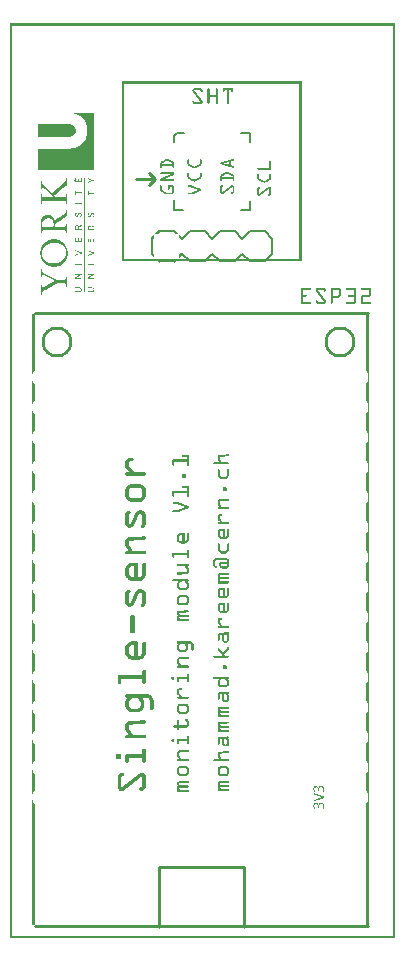
<source format=gto>
G04 MADE WITH FRITZING*
G04 WWW.FRITZING.ORG*
G04 DOUBLE SIDED*
G04 HOLES PLATED*
G04 CONTOUR ON CENTER OF CONTOUR VECTOR*
%ASAXBY*%
%FSLAX23Y23*%
%MOIN*%
%OFA0B0*%
%SFA1.0B1.0*%
%ADD10C,0.103000X0.083*%
%ADD11C,0.010000*%
%ADD12C,0.008000*%
%ADD13R,0.001000X0.001000*%
%LNSILK1*%
G90*
G70*
G54D10*
X158Y1989D03*
X1099Y1989D03*
G54D11*
X419Y2532D02*
X484Y2532D01*
D02*
X484Y2532D02*
X464Y2512D01*
D02*
X484Y2532D02*
X464Y2552D01*
G54D12*
D02*
X802Y2429D02*
X802Y2457D01*
D02*
X802Y2654D02*
X802Y2685D01*
D02*
X579Y2685D02*
X556Y2685D01*
D02*
X556Y2685D02*
X546Y2675D01*
D02*
X546Y2675D02*
X546Y2654D01*
D02*
X802Y2685D02*
X770Y2685D01*
D02*
X802Y2429D02*
X770Y2429D01*
D02*
X546Y2463D02*
X546Y2429D01*
D02*
X546Y2429D02*
X577Y2429D01*
D02*
X799Y2357D02*
X849Y2357D01*
D02*
X849Y2357D02*
X874Y2332D01*
D02*
X874Y2282D02*
X849Y2257D01*
D02*
X674Y2332D02*
X699Y2357D01*
D02*
X699Y2357D02*
X749Y2357D01*
D02*
X749Y2357D02*
X774Y2332D01*
D02*
X774Y2282D02*
X749Y2257D01*
D02*
X749Y2257D02*
X699Y2257D01*
D02*
X699Y2257D02*
X674Y2282D01*
D02*
X799Y2357D02*
X774Y2332D01*
D02*
X774Y2282D02*
X799Y2257D01*
D02*
X849Y2257D02*
X799Y2257D01*
D02*
X499Y2357D02*
X549Y2357D01*
D02*
X574Y2332D02*
X599Y2357D01*
D02*
X599Y2357D02*
X649Y2357D01*
D02*
X649Y2357D02*
X674Y2332D01*
D02*
X674Y2282D02*
X649Y2257D01*
D02*
X649Y2257D02*
X599Y2257D01*
D02*
X599Y2257D02*
X574Y2282D01*
D02*
X474Y2332D02*
X474Y2282D01*
D02*
X549Y2257D02*
X499Y2257D01*
D02*
X874Y2332D02*
X874Y2282D01*
G54D11*
D02*
X1193Y43D02*
X83Y43D01*
D02*
X497Y38D02*
X497Y238D01*
D02*
X779Y38D02*
X779Y238D01*
D02*
X497Y238D02*
X777Y238D01*
D02*
X83Y2084D02*
X1193Y2084D01*
G54D13*
X0Y3051D02*
X1285Y3051D01*
X0Y3050D02*
X1285Y3050D01*
X0Y3049D02*
X1285Y3049D01*
X0Y3048D02*
X1285Y3048D01*
X0Y3047D02*
X1285Y3047D01*
X0Y3046D02*
X1285Y3046D01*
X0Y3045D02*
X1285Y3045D01*
X0Y3044D02*
X1285Y3044D01*
X0Y3043D02*
X7Y3043D01*
X1278Y3043D02*
X1285Y3043D01*
X0Y3042D02*
X7Y3042D01*
X1278Y3042D02*
X1285Y3042D01*
X0Y3041D02*
X7Y3041D01*
X1278Y3041D02*
X1285Y3041D01*
X0Y3040D02*
X7Y3040D01*
X1278Y3040D02*
X1285Y3040D01*
X0Y3039D02*
X7Y3039D01*
X1278Y3039D02*
X1285Y3039D01*
X0Y3038D02*
X7Y3038D01*
X1278Y3038D02*
X1285Y3038D01*
X0Y3037D02*
X7Y3037D01*
X1278Y3037D02*
X1285Y3037D01*
X0Y3036D02*
X7Y3036D01*
X1278Y3036D02*
X1285Y3036D01*
X0Y3035D02*
X7Y3035D01*
X1278Y3035D02*
X1285Y3035D01*
X0Y3034D02*
X7Y3034D01*
X1278Y3034D02*
X1285Y3034D01*
X0Y3033D02*
X7Y3033D01*
X1278Y3033D02*
X1285Y3033D01*
X0Y3032D02*
X7Y3032D01*
X1278Y3032D02*
X1285Y3032D01*
X0Y3031D02*
X7Y3031D01*
X1278Y3031D02*
X1285Y3031D01*
X0Y3030D02*
X7Y3030D01*
X1278Y3030D02*
X1285Y3030D01*
X0Y3029D02*
X7Y3029D01*
X1278Y3029D02*
X1285Y3029D01*
X0Y3028D02*
X7Y3028D01*
X1278Y3028D02*
X1285Y3028D01*
X0Y3027D02*
X7Y3027D01*
X1278Y3027D02*
X1285Y3027D01*
X0Y3026D02*
X7Y3026D01*
X1278Y3026D02*
X1285Y3026D01*
X0Y3025D02*
X7Y3025D01*
X1278Y3025D02*
X1285Y3025D01*
X0Y3024D02*
X7Y3024D01*
X1278Y3024D02*
X1285Y3024D01*
X0Y3023D02*
X7Y3023D01*
X1278Y3023D02*
X1285Y3023D01*
X0Y3022D02*
X7Y3022D01*
X1278Y3022D02*
X1285Y3022D01*
X0Y3021D02*
X7Y3021D01*
X1278Y3021D02*
X1285Y3021D01*
X0Y3020D02*
X7Y3020D01*
X1278Y3020D02*
X1285Y3020D01*
X0Y3019D02*
X7Y3019D01*
X1278Y3019D02*
X1285Y3019D01*
X0Y3018D02*
X7Y3018D01*
X1278Y3018D02*
X1285Y3018D01*
X0Y3017D02*
X7Y3017D01*
X1278Y3017D02*
X1285Y3017D01*
X0Y3016D02*
X7Y3016D01*
X1278Y3016D02*
X1285Y3016D01*
X0Y3015D02*
X7Y3015D01*
X1278Y3015D02*
X1285Y3015D01*
X0Y3014D02*
X7Y3014D01*
X1278Y3014D02*
X1285Y3014D01*
X0Y3013D02*
X7Y3013D01*
X1278Y3013D02*
X1285Y3013D01*
X0Y3012D02*
X7Y3012D01*
X1278Y3012D02*
X1285Y3012D01*
X0Y3011D02*
X7Y3011D01*
X1278Y3011D02*
X1285Y3011D01*
X0Y3010D02*
X7Y3010D01*
X1278Y3010D02*
X1285Y3010D01*
X0Y3009D02*
X7Y3009D01*
X1278Y3009D02*
X1285Y3009D01*
X0Y3008D02*
X7Y3008D01*
X1278Y3008D02*
X1285Y3008D01*
X0Y3007D02*
X7Y3007D01*
X1278Y3007D02*
X1285Y3007D01*
X0Y3006D02*
X7Y3006D01*
X1278Y3006D02*
X1285Y3006D01*
X0Y3005D02*
X7Y3005D01*
X1278Y3005D02*
X1285Y3005D01*
X0Y3004D02*
X7Y3004D01*
X1278Y3004D02*
X1285Y3004D01*
X0Y3003D02*
X7Y3003D01*
X1278Y3003D02*
X1285Y3003D01*
X0Y3002D02*
X7Y3002D01*
X1278Y3002D02*
X1285Y3002D01*
X0Y3001D02*
X7Y3001D01*
X1278Y3001D02*
X1285Y3001D01*
X0Y3000D02*
X7Y3000D01*
X1278Y3000D02*
X1285Y3000D01*
X0Y2999D02*
X7Y2999D01*
X1278Y2999D02*
X1285Y2999D01*
X0Y2998D02*
X7Y2998D01*
X1278Y2998D02*
X1285Y2998D01*
X0Y2997D02*
X7Y2997D01*
X1278Y2997D02*
X1285Y2997D01*
X0Y2996D02*
X7Y2996D01*
X1278Y2996D02*
X1285Y2996D01*
X0Y2995D02*
X7Y2995D01*
X1278Y2995D02*
X1285Y2995D01*
X0Y2994D02*
X7Y2994D01*
X1278Y2994D02*
X1285Y2994D01*
X0Y2993D02*
X7Y2993D01*
X1278Y2993D02*
X1285Y2993D01*
X0Y2992D02*
X7Y2992D01*
X1278Y2992D02*
X1285Y2992D01*
X0Y2991D02*
X7Y2991D01*
X1278Y2991D02*
X1285Y2991D01*
X0Y2990D02*
X7Y2990D01*
X1278Y2990D02*
X1285Y2990D01*
X0Y2989D02*
X7Y2989D01*
X1278Y2989D02*
X1285Y2989D01*
X0Y2988D02*
X7Y2988D01*
X1278Y2988D02*
X1285Y2988D01*
X0Y2987D02*
X7Y2987D01*
X1278Y2987D02*
X1285Y2987D01*
X0Y2986D02*
X7Y2986D01*
X1278Y2986D02*
X1285Y2986D01*
X0Y2985D02*
X7Y2985D01*
X1278Y2985D02*
X1285Y2985D01*
X0Y2984D02*
X7Y2984D01*
X1278Y2984D02*
X1285Y2984D01*
X0Y2983D02*
X7Y2983D01*
X1278Y2983D02*
X1285Y2983D01*
X0Y2982D02*
X7Y2982D01*
X1278Y2982D02*
X1285Y2982D01*
X0Y2981D02*
X7Y2981D01*
X1278Y2981D02*
X1285Y2981D01*
X0Y2980D02*
X7Y2980D01*
X1278Y2980D02*
X1285Y2980D01*
X0Y2979D02*
X7Y2979D01*
X1278Y2979D02*
X1285Y2979D01*
X0Y2978D02*
X7Y2978D01*
X1278Y2978D02*
X1285Y2978D01*
X0Y2977D02*
X7Y2977D01*
X1278Y2977D02*
X1285Y2977D01*
X0Y2976D02*
X7Y2976D01*
X1278Y2976D02*
X1285Y2976D01*
X0Y2975D02*
X7Y2975D01*
X1278Y2975D02*
X1285Y2975D01*
X0Y2974D02*
X7Y2974D01*
X1278Y2974D02*
X1285Y2974D01*
X0Y2973D02*
X7Y2973D01*
X1278Y2973D02*
X1285Y2973D01*
X0Y2972D02*
X7Y2972D01*
X1278Y2972D02*
X1285Y2972D01*
X0Y2971D02*
X7Y2971D01*
X1278Y2971D02*
X1285Y2971D01*
X0Y2970D02*
X7Y2970D01*
X1278Y2970D02*
X1285Y2970D01*
X0Y2969D02*
X7Y2969D01*
X1278Y2969D02*
X1285Y2969D01*
X0Y2968D02*
X7Y2968D01*
X1278Y2968D02*
X1285Y2968D01*
X0Y2967D02*
X7Y2967D01*
X1278Y2967D02*
X1285Y2967D01*
X0Y2966D02*
X7Y2966D01*
X1278Y2966D02*
X1285Y2966D01*
X0Y2965D02*
X7Y2965D01*
X1278Y2965D02*
X1285Y2965D01*
X0Y2964D02*
X7Y2964D01*
X1278Y2964D02*
X1285Y2964D01*
X0Y2963D02*
X7Y2963D01*
X1278Y2963D02*
X1285Y2963D01*
X0Y2962D02*
X7Y2962D01*
X1278Y2962D02*
X1285Y2962D01*
X0Y2961D02*
X7Y2961D01*
X1278Y2961D02*
X1285Y2961D01*
X0Y2960D02*
X7Y2960D01*
X1278Y2960D02*
X1285Y2960D01*
X0Y2959D02*
X7Y2959D01*
X1278Y2959D02*
X1285Y2959D01*
X0Y2958D02*
X7Y2958D01*
X1278Y2958D02*
X1285Y2958D01*
X0Y2957D02*
X7Y2957D01*
X1278Y2957D02*
X1285Y2957D01*
X0Y2956D02*
X7Y2956D01*
X1278Y2956D02*
X1285Y2956D01*
X0Y2955D02*
X7Y2955D01*
X1278Y2955D02*
X1285Y2955D01*
X0Y2954D02*
X7Y2954D01*
X1278Y2954D02*
X1285Y2954D01*
X0Y2953D02*
X7Y2953D01*
X1278Y2953D02*
X1285Y2953D01*
X0Y2952D02*
X7Y2952D01*
X1278Y2952D02*
X1285Y2952D01*
X0Y2951D02*
X7Y2951D01*
X1278Y2951D02*
X1285Y2951D01*
X0Y2950D02*
X7Y2950D01*
X1278Y2950D02*
X1285Y2950D01*
X0Y2949D02*
X7Y2949D01*
X1278Y2949D02*
X1285Y2949D01*
X0Y2948D02*
X7Y2948D01*
X1278Y2948D02*
X1285Y2948D01*
X0Y2947D02*
X7Y2947D01*
X1278Y2947D02*
X1285Y2947D01*
X0Y2946D02*
X7Y2946D01*
X1278Y2946D02*
X1285Y2946D01*
X0Y2945D02*
X7Y2945D01*
X1278Y2945D02*
X1285Y2945D01*
X0Y2944D02*
X7Y2944D01*
X1278Y2944D02*
X1285Y2944D01*
X0Y2943D02*
X7Y2943D01*
X1278Y2943D02*
X1285Y2943D01*
X0Y2942D02*
X7Y2942D01*
X1278Y2942D02*
X1285Y2942D01*
X0Y2941D02*
X7Y2941D01*
X1278Y2941D02*
X1285Y2941D01*
X0Y2940D02*
X7Y2940D01*
X1278Y2940D02*
X1285Y2940D01*
X0Y2939D02*
X7Y2939D01*
X1278Y2939D02*
X1285Y2939D01*
X0Y2938D02*
X7Y2938D01*
X1278Y2938D02*
X1285Y2938D01*
X0Y2937D02*
X7Y2937D01*
X1278Y2937D02*
X1285Y2937D01*
X0Y2936D02*
X7Y2936D01*
X1278Y2936D02*
X1285Y2936D01*
X0Y2935D02*
X7Y2935D01*
X1278Y2935D02*
X1285Y2935D01*
X0Y2934D02*
X7Y2934D01*
X1278Y2934D02*
X1285Y2934D01*
X0Y2933D02*
X7Y2933D01*
X1278Y2933D02*
X1285Y2933D01*
X0Y2932D02*
X7Y2932D01*
X1278Y2932D02*
X1285Y2932D01*
X0Y2931D02*
X7Y2931D01*
X1278Y2931D02*
X1285Y2931D01*
X0Y2930D02*
X7Y2930D01*
X1278Y2930D02*
X1285Y2930D01*
X0Y2929D02*
X7Y2929D01*
X1278Y2929D02*
X1285Y2929D01*
X0Y2928D02*
X7Y2928D01*
X1278Y2928D02*
X1285Y2928D01*
X0Y2927D02*
X7Y2927D01*
X1278Y2927D02*
X1285Y2927D01*
X0Y2926D02*
X7Y2926D01*
X1278Y2926D02*
X1285Y2926D01*
X0Y2925D02*
X7Y2925D01*
X1278Y2925D02*
X1285Y2925D01*
X0Y2924D02*
X7Y2924D01*
X1278Y2924D02*
X1285Y2924D01*
X0Y2923D02*
X7Y2923D01*
X1278Y2923D02*
X1285Y2923D01*
X0Y2922D02*
X7Y2922D01*
X1278Y2922D02*
X1285Y2922D01*
X0Y2921D02*
X7Y2921D01*
X1278Y2921D02*
X1285Y2921D01*
X0Y2920D02*
X7Y2920D01*
X1278Y2920D02*
X1285Y2920D01*
X0Y2919D02*
X7Y2919D01*
X1278Y2919D02*
X1285Y2919D01*
X0Y2918D02*
X7Y2918D01*
X1278Y2918D02*
X1285Y2918D01*
X0Y2917D02*
X7Y2917D01*
X1278Y2917D02*
X1285Y2917D01*
X0Y2916D02*
X7Y2916D01*
X1278Y2916D02*
X1285Y2916D01*
X0Y2915D02*
X7Y2915D01*
X1278Y2915D02*
X1285Y2915D01*
X0Y2914D02*
X7Y2914D01*
X1278Y2914D02*
X1285Y2914D01*
X0Y2913D02*
X7Y2913D01*
X1278Y2913D02*
X1285Y2913D01*
X0Y2912D02*
X7Y2912D01*
X1278Y2912D02*
X1285Y2912D01*
X0Y2911D02*
X7Y2911D01*
X1278Y2911D02*
X1285Y2911D01*
X0Y2910D02*
X7Y2910D01*
X1278Y2910D02*
X1285Y2910D01*
X0Y2909D02*
X7Y2909D01*
X1278Y2909D02*
X1285Y2909D01*
X0Y2908D02*
X7Y2908D01*
X1278Y2908D02*
X1285Y2908D01*
X0Y2907D02*
X7Y2907D01*
X1278Y2907D02*
X1285Y2907D01*
X0Y2906D02*
X7Y2906D01*
X1278Y2906D02*
X1285Y2906D01*
X0Y2905D02*
X7Y2905D01*
X1278Y2905D02*
X1285Y2905D01*
X0Y2904D02*
X7Y2904D01*
X1278Y2904D02*
X1285Y2904D01*
X0Y2903D02*
X7Y2903D01*
X1278Y2903D02*
X1285Y2903D01*
X0Y2902D02*
X7Y2902D01*
X1278Y2902D02*
X1285Y2902D01*
X0Y2901D02*
X7Y2901D01*
X1278Y2901D02*
X1285Y2901D01*
X0Y2900D02*
X7Y2900D01*
X1278Y2900D02*
X1285Y2900D01*
X0Y2899D02*
X7Y2899D01*
X1278Y2899D02*
X1285Y2899D01*
X0Y2898D02*
X7Y2898D01*
X1278Y2898D02*
X1285Y2898D01*
X0Y2897D02*
X7Y2897D01*
X1278Y2897D02*
X1285Y2897D01*
X0Y2896D02*
X7Y2896D01*
X1278Y2896D02*
X1285Y2896D01*
X0Y2895D02*
X7Y2895D01*
X1278Y2895D02*
X1285Y2895D01*
X0Y2894D02*
X7Y2894D01*
X1278Y2894D02*
X1285Y2894D01*
X0Y2893D02*
X7Y2893D01*
X1278Y2893D02*
X1285Y2893D01*
X0Y2892D02*
X7Y2892D01*
X1278Y2892D02*
X1285Y2892D01*
X0Y2891D02*
X7Y2891D01*
X1278Y2891D02*
X1285Y2891D01*
X0Y2890D02*
X7Y2890D01*
X1278Y2890D02*
X1285Y2890D01*
X0Y2889D02*
X7Y2889D01*
X1278Y2889D02*
X1285Y2889D01*
X0Y2888D02*
X7Y2888D01*
X1278Y2888D02*
X1285Y2888D01*
X0Y2887D02*
X7Y2887D01*
X1278Y2887D02*
X1285Y2887D01*
X0Y2886D02*
X7Y2886D01*
X1278Y2886D02*
X1285Y2886D01*
X0Y2885D02*
X7Y2885D01*
X1278Y2885D02*
X1285Y2885D01*
X0Y2884D02*
X7Y2884D01*
X1278Y2884D02*
X1285Y2884D01*
X0Y2883D02*
X7Y2883D01*
X1278Y2883D02*
X1285Y2883D01*
X0Y2882D02*
X7Y2882D01*
X1278Y2882D02*
X1285Y2882D01*
X0Y2881D02*
X7Y2881D01*
X1278Y2881D02*
X1285Y2881D01*
X0Y2880D02*
X7Y2880D01*
X1278Y2880D02*
X1285Y2880D01*
X0Y2879D02*
X7Y2879D01*
X1278Y2879D02*
X1285Y2879D01*
X0Y2878D02*
X7Y2878D01*
X1278Y2878D02*
X1285Y2878D01*
X0Y2877D02*
X7Y2877D01*
X1278Y2877D02*
X1285Y2877D01*
X0Y2876D02*
X7Y2876D01*
X1278Y2876D02*
X1285Y2876D01*
X0Y2875D02*
X7Y2875D01*
X1278Y2875D02*
X1285Y2875D01*
X0Y2874D02*
X7Y2874D01*
X1278Y2874D02*
X1285Y2874D01*
X0Y2873D02*
X7Y2873D01*
X1278Y2873D02*
X1285Y2873D01*
X0Y2872D02*
X7Y2872D01*
X1278Y2872D02*
X1285Y2872D01*
X0Y2871D02*
X7Y2871D01*
X1278Y2871D02*
X1285Y2871D01*
X0Y2870D02*
X7Y2870D01*
X1278Y2870D02*
X1285Y2870D01*
X0Y2869D02*
X7Y2869D01*
X1278Y2869D02*
X1285Y2869D01*
X0Y2868D02*
X7Y2868D01*
X1278Y2868D02*
X1285Y2868D01*
X0Y2867D02*
X7Y2867D01*
X1278Y2867D02*
X1285Y2867D01*
X0Y2866D02*
X7Y2866D01*
X1278Y2866D02*
X1285Y2866D01*
X0Y2865D02*
X7Y2865D01*
X1278Y2865D02*
X1285Y2865D01*
X0Y2864D02*
X7Y2864D01*
X1278Y2864D02*
X1285Y2864D01*
X0Y2863D02*
X7Y2863D01*
X1278Y2863D02*
X1285Y2863D01*
X0Y2862D02*
X7Y2862D01*
X1278Y2862D02*
X1285Y2862D01*
X0Y2861D02*
X7Y2861D01*
X1278Y2861D02*
X1285Y2861D01*
X0Y2860D02*
X7Y2860D01*
X1278Y2860D02*
X1285Y2860D01*
X0Y2859D02*
X7Y2859D01*
X1278Y2859D02*
X1285Y2859D01*
X0Y2858D02*
X7Y2858D01*
X1278Y2858D02*
X1285Y2858D01*
X0Y2857D02*
X7Y2857D01*
X374Y2857D02*
X973Y2857D01*
X1278Y2857D02*
X1285Y2857D01*
X0Y2856D02*
X7Y2856D01*
X374Y2856D02*
X973Y2856D01*
X1278Y2856D02*
X1285Y2856D01*
X0Y2855D02*
X7Y2855D01*
X374Y2855D02*
X973Y2855D01*
X1278Y2855D02*
X1285Y2855D01*
X0Y2854D02*
X7Y2854D01*
X374Y2854D02*
X973Y2854D01*
X1278Y2854D02*
X1285Y2854D01*
X0Y2853D02*
X7Y2853D01*
X374Y2853D02*
X973Y2853D01*
X1278Y2853D02*
X1285Y2853D01*
X0Y2852D02*
X7Y2852D01*
X374Y2852D02*
X973Y2852D01*
X1278Y2852D02*
X1285Y2852D01*
X0Y2851D02*
X7Y2851D01*
X374Y2851D02*
X973Y2851D01*
X1278Y2851D02*
X1285Y2851D01*
X0Y2850D02*
X7Y2850D01*
X374Y2850D02*
X973Y2850D01*
X1278Y2850D02*
X1285Y2850D01*
X0Y2849D02*
X7Y2849D01*
X374Y2849D02*
X381Y2849D01*
X966Y2849D02*
X973Y2849D01*
X1278Y2849D02*
X1285Y2849D01*
X0Y2848D02*
X7Y2848D01*
X374Y2848D02*
X381Y2848D01*
X966Y2848D02*
X973Y2848D01*
X1278Y2848D02*
X1285Y2848D01*
X0Y2847D02*
X7Y2847D01*
X374Y2847D02*
X381Y2847D01*
X966Y2847D02*
X973Y2847D01*
X1278Y2847D02*
X1285Y2847D01*
X0Y2846D02*
X7Y2846D01*
X374Y2846D02*
X381Y2846D01*
X966Y2846D02*
X973Y2846D01*
X1278Y2846D02*
X1285Y2846D01*
X0Y2845D02*
X7Y2845D01*
X374Y2845D02*
X381Y2845D01*
X966Y2845D02*
X973Y2845D01*
X1278Y2845D02*
X1285Y2845D01*
X0Y2844D02*
X7Y2844D01*
X374Y2844D02*
X381Y2844D01*
X966Y2844D02*
X973Y2844D01*
X1278Y2844D02*
X1285Y2844D01*
X0Y2843D02*
X7Y2843D01*
X374Y2843D02*
X381Y2843D01*
X966Y2843D02*
X973Y2843D01*
X1278Y2843D02*
X1285Y2843D01*
X0Y2842D02*
X7Y2842D01*
X374Y2842D02*
X381Y2842D01*
X966Y2842D02*
X973Y2842D01*
X1278Y2842D02*
X1285Y2842D01*
X0Y2841D02*
X7Y2841D01*
X374Y2841D02*
X381Y2841D01*
X966Y2841D02*
X973Y2841D01*
X1278Y2841D02*
X1285Y2841D01*
X0Y2840D02*
X7Y2840D01*
X374Y2840D02*
X381Y2840D01*
X966Y2840D02*
X973Y2840D01*
X1278Y2840D02*
X1285Y2840D01*
X0Y2839D02*
X7Y2839D01*
X374Y2839D02*
X381Y2839D01*
X966Y2839D02*
X973Y2839D01*
X1278Y2839D02*
X1285Y2839D01*
X0Y2838D02*
X7Y2838D01*
X374Y2838D02*
X381Y2838D01*
X966Y2838D02*
X973Y2838D01*
X1278Y2838D02*
X1285Y2838D01*
X0Y2837D02*
X7Y2837D01*
X374Y2837D02*
X381Y2837D01*
X966Y2837D02*
X973Y2837D01*
X1278Y2837D02*
X1285Y2837D01*
X0Y2836D02*
X7Y2836D01*
X374Y2836D02*
X381Y2836D01*
X966Y2836D02*
X973Y2836D01*
X1278Y2836D02*
X1285Y2836D01*
X0Y2835D02*
X7Y2835D01*
X374Y2835D02*
X381Y2835D01*
X966Y2835D02*
X973Y2835D01*
X1278Y2835D02*
X1285Y2835D01*
X0Y2834D02*
X7Y2834D01*
X374Y2834D02*
X381Y2834D01*
X614Y2834D02*
X637Y2834D01*
X661Y2834D02*
X664Y2834D01*
X689Y2834D02*
X691Y2834D01*
X710Y2834D02*
X743Y2834D01*
X966Y2834D02*
X973Y2834D01*
X1278Y2834D02*
X1285Y2834D01*
X0Y2833D02*
X7Y2833D01*
X374Y2833D02*
X381Y2833D01*
X612Y2833D02*
X639Y2833D01*
X660Y2833D02*
X665Y2833D01*
X688Y2833D02*
X692Y2833D01*
X710Y2833D02*
X743Y2833D01*
X966Y2833D02*
X973Y2833D01*
X1278Y2833D02*
X1285Y2833D01*
X0Y2832D02*
X7Y2832D01*
X374Y2832D02*
X381Y2832D01*
X611Y2832D02*
X640Y2832D01*
X660Y2832D02*
X665Y2832D01*
X687Y2832D02*
X693Y2832D01*
X710Y2832D02*
X743Y2832D01*
X966Y2832D02*
X973Y2832D01*
X1278Y2832D02*
X1285Y2832D01*
X0Y2831D02*
X7Y2831D01*
X374Y2831D02*
X381Y2831D01*
X611Y2831D02*
X641Y2831D01*
X659Y2831D02*
X665Y2831D01*
X687Y2831D02*
X693Y2831D01*
X710Y2831D02*
X743Y2831D01*
X966Y2831D02*
X973Y2831D01*
X1278Y2831D02*
X1285Y2831D01*
X0Y2830D02*
X7Y2830D01*
X374Y2830D02*
X381Y2830D01*
X610Y2830D02*
X641Y2830D01*
X659Y2830D02*
X666Y2830D01*
X687Y2830D02*
X693Y2830D01*
X710Y2830D02*
X743Y2830D01*
X966Y2830D02*
X973Y2830D01*
X1278Y2830D02*
X1285Y2830D01*
X0Y2829D02*
X7Y2829D01*
X374Y2829D02*
X381Y2829D01*
X610Y2829D02*
X642Y2829D01*
X659Y2829D02*
X666Y2829D01*
X687Y2829D02*
X693Y2829D01*
X710Y2829D02*
X743Y2829D01*
X966Y2829D02*
X973Y2829D01*
X1278Y2829D02*
X1285Y2829D01*
X0Y2828D02*
X7Y2828D01*
X374Y2828D02*
X381Y2828D01*
X609Y2828D02*
X642Y2828D01*
X659Y2828D02*
X666Y2828D01*
X687Y2828D02*
X693Y2828D01*
X710Y2828D02*
X743Y2828D01*
X966Y2828D02*
X973Y2828D01*
X1278Y2828D02*
X1285Y2828D01*
X0Y2827D02*
X7Y2827D01*
X374Y2827D02*
X381Y2827D01*
X609Y2827D02*
X615Y2827D01*
X636Y2827D02*
X643Y2827D01*
X659Y2827D02*
X666Y2827D01*
X687Y2827D02*
X693Y2827D01*
X710Y2827D02*
X716Y2827D01*
X723Y2827D02*
X729Y2827D01*
X737Y2827D02*
X743Y2827D01*
X966Y2827D02*
X973Y2827D01*
X1278Y2827D02*
X1285Y2827D01*
X0Y2826D02*
X7Y2826D01*
X374Y2826D02*
X381Y2826D01*
X609Y2826D02*
X616Y2826D01*
X637Y2826D02*
X643Y2826D01*
X659Y2826D02*
X666Y2826D01*
X687Y2826D02*
X693Y2826D01*
X710Y2826D02*
X716Y2826D01*
X723Y2826D02*
X729Y2826D01*
X737Y2826D02*
X743Y2826D01*
X966Y2826D02*
X973Y2826D01*
X1278Y2826D02*
X1285Y2826D01*
X0Y2825D02*
X7Y2825D01*
X374Y2825D02*
X381Y2825D01*
X610Y2825D02*
X616Y2825D01*
X637Y2825D02*
X643Y2825D01*
X659Y2825D02*
X666Y2825D01*
X687Y2825D02*
X693Y2825D01*
X710Y2825D02*
X716Y2825D01*
X723Y2825D02*
X729Y2825D01*
X737Y2825D02*
X743Y2825D01*
X966Y2825D02*
X973Y2825D01*
X1278Y2825D02*
X1285Y2825D01*
X0Y2824D02*
X7Y2824D01*
X374Y2824D02*
X381Y2824D01*
X610Y2824D02*
X617Y2824D01*
X637Y2824D02*
X643Y2824D01*
X659Y2824D02*
X666Y2824D01*
X687Y2824D02*
X693Y2824D01*
X710Y2824D02*
X715Y2824D01*
X723Y2824D02*
X729Y2824D01*
X737Y2824D02*
X743Y2824D01*
X966Y2824D02*
X973Y2824D01*
X1278Y2824D02*
X1285Y2824D01*
X0Y2823D02*
X7Y2823D01*
X374Y2823D02*
X381Y2823D01*
X610Y2823D02*
X618Y2823D01*
X638Y2823D02*
X642Y2823D01*
X659Y2823D02*
X666Y2823D01*
X687Y2823D02*
X693Y2823D01*
X711Y2823D02*
X715Y2823D01*
X723Y2823D02*
X729Y2823D01*
X738Y2823D02*
X742Y2823D01*
X966Y2823D02*
X973Y2823D01*
X1278Y2823D02*
X1285Y2823D01*
X0Y2822D02*
X7Y2822D01*
X374Y2822D02*
X381Y2822D01*
X611Y2822D02*
X619Y2822D01*
X639Y2822D02*
X641Y2822D01*
X659Y2822D02*
X666Y2822D01*
X687Y2822D02*
X693Y2822D01*
X712Y2822D02*
X713Y2822D01*
X723Y2822D02*
X729Y2822D01*
X739Y2822D02*
X741Y2822D01*
X966Y2822D02*
X973Y2822D01*
X1278Y2822D02*
X1285Y2822D01*
X0Y2821D02*
X7Y2821D01*
X374Y2821D02*
X381Y2821D01*
X612Y2821D02*
X620Y2821D01*
X659Y2821D02*
X666Y2821D01*
X687Y2821D02*
X693Y2821D01*
X723Y2821D02*
X729Y2821D01*
X966Y2821D02*
X973Y2821D01*
X1278Y2821D02*
X1285Y2821D01*
X0Y2820D02*
X7Y2820D01*
X374Y2820D02*
X381Y2820D01*
X612Y2820D02*
X620Y2820D01*
X659Y2820D02*
X666Y2820D01*
X687Y2820D02*
X693Y2820D01*
X723Y2820D02*
X729Y2820D01*
X966Y2820D02*
X973Y2820D01*
X1278Y2820D02*
X1285Y2820D01*
X0Y2819D02*
X7Y2819D01*
X374Y2819D02*
X381Y2819D01*
X613Y2819D02*
X621Y2819D01*
X659Y2819D02*
X666Y2819D01*
X687Y2819D02*
X693Y2819D01*
X723Y2819D02*
X729Y2819D01*
X966Y2819D02*
X973Y2819D01*
X1278Y2819D02*
X1285Y2819D01*
X0Y2818D02*
X7Y2818D01*
X374Y2818D02*
X381Y2818D01*
X614Y2818D02*
X622Y2818D01*
X659Y2818D02*
X666Y2818D01*
X687Y2818D02*
X693Y2818D01*
X723Y2818D02*
X729Y2818D01*
X966Y2818D02*
X973Y2818D01*
X1278Y2818D02*
X1285Y2818D01*
X0Y2817D02*
X7Y2817D01*
X374Y2817D02*
X381Y2817D01*
X615Y2817D02*
X623Y2817D01*
X659Y2817D02*
X666Y2817D01*
X687Y2817D02*
X693Y2817D01*
X723Y2817D02*
X729Y2817D01*
X966Y2817D02*
X973Y2817D01*
X1278Y2817D02*
X1285Y2817D01*
X0Y2816D02*
X7Y2816D01*
X374Y2816D02*
X381Y2816D01*
X615Y2816D02*
X623Y2816D01*
X659Y2816D02*
X666Y2816D01*
X687Y2816D02*
X693Y2816D01*
X723Y2816D02*
X729Y2816D01*
X966Y2816D02*
X973Y2816D01*
X1278Y2816D02*
X1285Y2816D01*
X0Y2815D02*
X7Y2815D01*
X374Y2815D02*
X381Y2815D01*
X616Y2815D02*
X624Y2815D01*
X659Y2815D02*
X666Y2815D01*
X687Y2815D02*
X693Y2815D01*
X723Y2815D02*
X729Y2815D01*
X966Y2815D02*
X973Y2815D01*
X1278Y2815D02*
X1285Y2815D01*
X0Y2814D02*
X7Y2814D01*
X374Y2814D02*
X381Y2814D01*
X617Y2814D02*
X625Y2814D01*
X659Y2814D02*
X666Y2814D01*
X687Y2814D02*
X693Y2814D01*
X723Y2814D02*
X729Y2814D01*
X966Y2814D02*
X973Y2814D01*
X1278Y2814D02*
X1285Y2814D01*
X0Y2813D02*
X7Y2813D01*
X374Y2813D02*
X381Y2813D01*
X618Y2813D02*
X626Y2813D01*
X659Y2813D02*
X666Y2813D01*
X687Y2813D02*
X693Y2813D01*
X723Y2813D02*
X729Y2813D01*
X966Y2813D02*
X973Y2813D01*
X1278Y2813D02*
X1285Y2813D01*
X0Y2812D02*
X7Y2812D01*
X374Y2812D02*
X381Y2812D01*
X619Y2812D02*
X627Y2812D01*
X659Y2812D02*
X666Y2812D01*
X687Y2812D02*
X693Y2812D01*
X723Y2812D02*
X729Y2812D01*
X966Y2812D02*
X973Y2812D01*
X1278Y2812D02*
X1285Y2812D01*
X0Y2811D02*
X7Y2811D01*
X374Y2811D02*
X381Y2811D01*
X619Y2811D02*
X627Y2811D01*
X659Y2811D02*
X693Y2811D01*
X723Y2811D02*
X729Y2811D01*
X966Y2811D02*
X973Y2811D01*
X1278Y2811D02*
X1285Y2811D01*
X0Y2810D02*
X7Y2810D01*
X374Y2810D02*
X381Y2810D01*
X620Y2810D02*
X628Y2810D01*
X659Y2810D02*
X693Y2810D01*
X723Y2810D02*
X729Y2810D01*
X966Y2810D02*
X973Y2810D01*
X1278Y2810D02*
X1285Y2810D01*
X0Y2809D02*
X7Y2809D01*
X374Y2809D02*
X381Y2809D01*
X621Y2809D02*
X629Y2809D01*
X659Y2809D02*
X693Y2809D01*
X723Y2809D02*
X729Y2809D01*
X966Y2809D02*
X973Y2809D01*
X1278Y2809D02*
X1285Y2809D01*
X0Y2808D02*
X7Y2808D01*
X374Y2808D02*
X381Y2808D01*
X622Y2808D02*
X630Y2808D01*
X659Y2808D02*
X693Y2808D01*
X723Y2808D02*
X729Y2808D01*
X966Y2808D02*
X973Y2808D01*
X1278Y2808D02*
X1285Y2808D01*
X0Y2807D02*
X7Y2807D01*
X374Y2807D02*
X381Y2807D01*
X622Y2807D02*
X630Y2807D01*
X659Y2807D02*
X693Y2807D01*
X723Y2807D02*
X729Y2807D01*
X966Y2807D02*
X973Y2807D01*
X1278Y2807D02*
X1285Y2807D01*
X0Y2806D02*
X7Y2806D01*
X374Y2806D02*
X381Y2806D01*
X623Y2806D02*
X631Y2806D01*
X659Y2806D02*
X693Y2806D01*
X723Y2806D02*
X729Y2806D01*
X966Y2806D02*
X973Y2806D01*
X1278Y2806D02*
X1285Y2806D01*
X0Y2805D02*
X7Y2805D01*
X374Y2805D02*
X381Y2805D01*
X624Y2805D02*
X632Y2805D01*
X659Y2805D02*
X693Y2805D01*
X723Y2805D02*
X729Y2805D01*
X966Y2805D02*
X973Y2805D01*
X1278Y2805D02*
X1285Y2805D01*
X0Y2804D02*
X7Y2804D01*
X374Y2804D02*
X381Y2804D01*
X625Y2804D02*
X633Y2804D01*
X659Y2804D02*
X666Y2804D01*
X687Y2804D02*
X693Y2804D01*
X723Y2804D02*
X729Y2804D01*
X966Y2804D02*
X973Y2804D01*
X1278Y2804D02*
X1285Y2804D01*
X0Y2803D02*
X7Y2803D01*
X374Y2803D02*
X381Y2803D01*
X626Y2803D02*
X634Y2803D01*
X659Y2803D02*
X666Y2803D01*
X687Y2803D02*
X693Y2803D01*
X723Y2803D02*
X729Y2803D01*
X966Y2803D02*
X973Y2803D01*
X1278Y2803D02*
X1285Y2803D01*
X0Y2802D02*
X7Y2802D01*
X374Y2802D02*
X381Y2802D01*
X626Y2802D02*
X634Y2802D01*
X659Y2802D02*
X666Y2802D01*
X687Y2802D02*
X693Y2802D01*
X723Y2802D02*
X729Y2802D01*
X966Y2802D02*
X973Y2802D01*
X1278Y2802D02*
X1285Y2802D01*
X0Y2801D02*
X7Y2801D01*
X374Y2801D02*
X381Y2801D01*
X627Y2801D02*
X635Y2801D01*
X659Y2801D02*
X666Y2801D01*
X687Y2801D02*
X693Y2801D01*
X723Y2801D02*
X729Y2801D01*
X966Y2801D02*
X973Y2801D01*
X1278Y2801D02*
X1285Y2801D01*
X0Y2800D02*
X7Y2800D01*
X374Y2800D02*
X381Y2800D01*
X628Y2800D02*
X636Y2800D01*
X659Y2800D02*
X666Y2800D01*
X687Y2800D02*
X693Y2800D01*
X723Y2800D02*
X729Y2800D01*
X966Y2800D02*
X973Y2800D01*
X1278Y2800D02*
X1285Y2800D01*
X0Y2799D02*
X7Y2799D01*
X374Y2799D02*
X381Y2799D01*
X629Y2799D02*
X637Y2799D01*
X659Y2799D02*
X666Y2799D01*
X687Y2799D02*
X693Y2799D01*
X723Y2799D02*
X729Y2799D01*
X966Y2799D02*
X973Y2799D01*
X1278Y2799D02*
X1285Y2799D01*
X0Y2798D02*
X7Y2798D01*
X374Y2798D02*
X381Y2798D01*
X629Y2798D02*
X637Y2798D01*
X659Y2798D02*
X666Y2798D01*
X687Y2798D02*
X693Y2798D01*
X723Y2798D02*
X729Y2798D01*
X966Y2798D02*
X973Y2798D01*
X1278Y2798D02*
X1285Y2798D01*
X0Y2797D02*
X7Y2797D01*
X374Y2797D02*
X381Y2797D01*
X630Y2797D02*
X638Y2797D01*
X659Y2797D02*
X666Y2797D01*
X687Y2797D02*
X693Y2797D01*
X723Y2797D02*
X729Y2797D01*
X966Y2797D02*
X973Y2797D01*
X1278Y2797D02*
X1285Y2797D01*
X0Y2796D02*
X7Y2796D01*
X374Y2796D02*
X381Y2796D01*
X631Y2796D02*
X639Y2796D01*
X659Y2796D02*
X666Y2796D01*
X687Y2796D02*
X693Y2796D01*
X723Y2796D02*
X729Y2796D01*
X966Y2796D02*
X973Y2796D01*
X1278Y2796D02*
X1285Y2796D01*
X0Y2795D02*
X7Y2795D01*
X374Y2795D02*
X381Y2795D01*
X632Y2795D02*
X640Y2795D01*
X659Y2795D02*
X666Y2795D01*
X687Y2795D02*
X693Y2795D01*
X723Y2795D02*
X729Y2795D01*
X966Y2795D02*
X973Y2795D01*
X1278Y2795D02*
X1285Y2795D01*
X0Y2794D02*
X7Y2794D01*
X374Y2794D02*
X381Y2794D01*
X632Y2794D02*
X641Y2794D01*
X659Y2794D02*
X666Y2794D01*
X687Y2794D02*
X693Y2794D01*
X723Y2794D02*
X729Y2794D01*
X966Y2794D02*
X973Y2794D01*
X1278Y2794D02*
X1285Y2794D01*
X0Y2793D02*
X7Y2793D01*
X374Y2793D02*
X381Y2793D01*
X611Y2793D02*
X613Y2793D01*
X633Y2793D02*
X641Y2793D01*
X659Y2793D02*
X666Y2793D01*
X687Y2793D02*
X693Y2793D01*
X723Y2793D02*
X729Y2793D01*
X966Y2793D02*
X973Y2793D01*
X1278Y2793D02*
X1285Y2793D01*
X0Y2792D02*
X7Y2792D01*
X374Y2792D02*
X381Y2792D01*
X610Y2792D02*
X614Y2792D01*
X634Y2792D02*
X642Y2792D01*
X659Y2792D02*
X666Y2792D01*
X687Y2792D02*
X693Y2792D01*
X723Y2792D02*
X729Y2792D01*
X966Y2792D02*
X973Y2792D01*
X1278Y2792D02*
X1285Y2792D01*
X0Y2791D02*
X7Y2791D01*
X374Y2791D02*
X381Y2791D01*
X610Y2791D02*
X615Y2791D01*
X635Y2791D02*
X642Y2791D01*
X659Y2791D02*
X666Y2791D01*
X687Y2791D02*
X693Y2791D01*
X723Y2791D02*
X729Y2791D01*
X966Y2791D02*
X973Y2791D01*
X1278Y2791D02*
X1285Y2791D01*
X0Y2790D02*
X7Y2790D01*
X374Y2790D02*
X381Y2790D01*
X609Y2790D02*
X615Y2790D01*
X636Y2790D02*
X643Y2790D01*
X659Y2790D02*
X666Y2790D01*
X687Y2790D02*
X693Y2790D01*
X723Y2790D02*
X729Y2790D01*
X966Y2790D02*
X973Y2790D01*
X1278Y2790D02*
X1285Y2790D01*
X0Y2789D02*
X7Y2789D01*
X374Y2789D02*
X381Y2789D01*
X609Y2789D02*
X616Y2789D01*
X636Y2789D02*
X643Y2789D01*
X659Y2789D02*
X666Y2789D01*
X687Y2789D02*
X693Y2789D01*
X723Y2789D02*
X729Y2789D01*
X966Y2789D02*
X973Y2789D01*
X1278Y2789D02*
X1285Y2789D01*
X0Y2788D02*
X7Y2788D01*
X374Y2788D02*
X381Y2788D01*
X609Y2788D02*
X616Y2788D01*
X637Y2788D02*
X643Y2788D01*
X659Y2788D02*
X666Y2788D01*
X687Y2788D02*
X693Y2788D01*
X723Y2788D02*
X729Y2788D01*
X966Y2788D02*
X973Y2788D01*
X1278Y2788D02*
X1285Y2788D01*
X0Y2787D02*
X7Y2787D01*
X374Y2787D02*
X381Y2787D01*
X610Y2787D02*
X643Y2787D01*
X659Y2787D02*
X666Y2787D01*
X687Y2787D02*
X693Y2787D01*
X723Y2787D02*
X729Y2787D01*
X966Y2787D02*
X973Y2787D01*
X1278Y2787D02*
X1285Y2787D01*
X0Y2786D02*
X7Y2786D01*
X374Y2786D02*
X381Y2786D01*
X610Y2786D02*
X642Y2786D01*
X659Y2786D02*
X666Y2786D01*
X687Y2786D02*
X693Y2786D01*
X723Y2786D02*
X729Y2786D01*
X966Y2786D02*
X973Y2786D01*
X1278Y2786D02*
X1285Y2786D01*
X0Y2785D02*
X7Y2785D01*
X374Y2785D02*
X381Y2785D01*
X611Y2785D02*
X642Y2785D01*
X659Y2785D02*
X666Y2785D01*
X687Y2785D02*
X693Y2785D01*
X723Y2785D02*
X729Y2785D01*
X966Y2785D02*
X973Y2785D01*
X1278Y2785D02*
X1285Y2785D01*
X0Y2784D02*
X7Y2784D01*
X374Y2784D02*
X381Y2784D01*
X611Y2784D02*
X641Y2784D01*
X660Y2784D02*
X665Y2784D01*
X687Y2784D02*
X693Y2784D01*
X723Y2784D02*
X729Y2784D01*
X966Y2784D02*
X973Y2784D01*
X1278Y2784D02*
X1285Y2784D01*
X0Y2783D02*
X7Y2783D01*
X374Y2783D02*
X381Y2783D01*
X612Y2783D02*
X641Y2783D01*
X660Y2783D02*
X665Y2783D01*
X687Y2783D02*
X693Y2783D01*
X724Y2783D02*
X729Y2783D01*
X966Y2783D02*
X973Y2783D01*
X1278Y2783D02*
X1285Y2783D01*
X0Y2782D02*
X7Y2782D01*
X374Y2782D02*
X381Y2782D01*
X614Y2782D02*
X640Y2782D01*
X660Y2782D02*
X665Y2782D01*
X688Y2782D02*
X692Y2782D01*
X724Y2782D02*
X729Y2782D01*
X966Y2782D02*
X973Y2782D01*
X1278Y2782D02*
X1285Y2782D01*
X0Y2781D02*
X7Y2781D01*
X374Y2781D02*
X381Y2781D01*
X616Y2781D02*
X638Y2781D01*
X661Y2781D02*
X664Y2781D01*
X689Y2781D02*
X691Y2781D01*
X725Y2781D02*
X728Y2781D01*
X966Y2781D02*
X973Y2781D01*
X1278Y2781D02*
X1285Y2781D01*
X0Y2780D02*
X7Y2780D01*
X374Y2780D02*
X381Y2780D01*
X966Y2780D02*
X973Y2780D01*
X1278Y2780D02*
X1285Y2780D01*
X0Y2779D02*
X7Y2779D01*
X374Y2779D02*
X381Y2779D01*
X966Y2779D02*
X973Y2779D01*
X1278Y2779D02*
X1285Y2779D01*
X0Y2778D02*
X7Y2778D01*
X374Y2778D02*
X381Y2778D01*
X966Y2778D02*
X973Y2778D01*
X1278Y2778D02*
X1285Y2778D01*
X0Y2777D02*
X7Y2777D01*
X374Y2777D02*
X381Y2777D01*
X966Y2777D02*
X973Y2777D01*
X1278Y2777D02*
X1285Y2777D01*
X0Y2776D02*
X7Y2776D01*
X374Y2776D02*
X381Y2776D01*
X966Y2776D02*
X973Y2776D01*
X1278Y2776D02*
X1285Y2776D01*
X0Y2775D02*
X7Y2775D01*
X374Y2775D02*
X381Y2775D01*
X966Y2775D02*
X973Y2775D01*
X1278Y2775D02*
X1285Y2775D01*
X0Y2774D02*
X7Y2774D01*
X374Y2774D02*
X381Y2774D01*
X966Y2774D02*
X973Y2774D01*
X1278Y2774D02*
X1285Y2774D01*
X0Y2773D02*
X7Y2773D01*
X374Y2773D02*
X381Y2773D01*
X966Y2773D02*
X973Y2773D01*
X1278Y2773D02*
X1285Y2773D01*
X0Y2772D02*
X7Y2772D01*
X374Y2772D02*
X381Y2772D01*
X966Y2772D02*
X973Y2772D01*
X1278Y2772D02*
X1285Y2772D01*
X0Y2771D02*
X7Y2771D01*
X374Y2771D02*
X381Y2771D01*
X966Y2771D02*
X973Y2771D01*
X1278Y2771D02*
X1285Y2771D01*
X0Y2770D02*
X7Y2770D01*
X374Y2770D02*
X381Y2770D01*
X966Y2770D02*
X973Y2770D01*
X1278Y2770D02*
X1285Y2770D01*
X0Y2769D02*
X7Y2769D01*
X374Y2769D02*
X381Y2769D01*
X966Y2769D02*
X973Y2769D01*
X1278Y2769D02*
X1285Y2769D01*
X0Y2768D02*
X7Y2768D01*
X374Y2768D02*
X381Y2768D01*
X966Y2768D02*
X973Y2768D01*
X1278Y2768D02*
X1285Y2768D01*
X0Y2767D02*
X7Y2767D01*
X374Y2767D02*
X381Y2767D01*
X966Y2767D02*
X973Y2767D01*
X1278Y2767D02*
X1285Y2767D01*
X0Y2766D02*
X7Y2766D01*
X374Y2766D02*
X381Y2766D01*
X966Y2766D02*
X973Y2766D01*
X1278Y2766D02*
X1285Y2766D01*
X0Y2765D02*
X7Y2765D01*
X374Y2765D02*
X381Y2765D01*
X966Y2765D02*
X973Y2765D01*
X1278Y2765D02*
X1285Y2765D01*
X0Y2764D02*
X7Y2764D01*
X374Y2764D02*
X381Y2764D01*
X966Y2764D02*
X973Y2764D01*
X1278Y2764D02*
X1285Y2764D01*
X0Y2763D02*
X7Y2763D01*
X374Y2763D02*
X381Y2763D01*
X966Y2763D02*
X973Y2763D01*
X1278Y2763D02*
X1285Y2763D01*
X0Y2762D02*
X7Y2762D01*
X374Y2762D02*
X381Y2762D01*
X966Y2762D02*
X973Y2762D01*
X1278Y2762D02*
X1285Y2762D01*
X0Y2761D02*
X7Y2761D01*
X374Y2761D02*
X381Y2761D01*
X966Y2761D02*
X973Y2761D01*
X1278Y2761D02*
X1285Y2761D01*
X0Y2760D02*
X7Y2760D01*
X374Y2760D02*
X381Y2760D01*
X966Y2760D02*
X973Y2760D01*
X1278Y2760D02*
X1285Y2760D01*
X0Y2759D02*
X7Y2759D01*
X374Y2759D02*
X381Y2759D01*
X966Y2759D02*
X973Y2759D01*
X1278Y2759D02*
X1285Y2759D01*
X0Y2758D02*
X7Y2758D01*
X374Y2758D02*
X381Y2758D01*
X966Y2758D02*
X973Y2758D01*
X1278Y2758D02*
X1285Y2758D01*
X0Y2757D02*
X7Y2757D01*
X374Y2757D02*
X381Y2757D01*
X966Y2757D02*
X973Y2757D01*
X1278Y2757D02*
X1285Y2757D01*
X0Y2756D02*
X7Y2756D01*
X374Y2756D02*
X381Y2756D01*
X966Y2756D02*
X973Y2756D01*
X1278Y2756D02*
X1285Y2756D01*
X0Y2755D02*
X7Y2755D01*
X374Y2755D02*
X381Y2755D01*
X966Y2755D02*
X973Y2755D01*
X1278Y2755D02*
X1285Y2755D01*
X0Y2754D02*
X7Y2754D01*
X374Y2754D02*
X381Y2754D01*
X966Y2754D02*
X973Y2754D01*
X1278Y2754D02*
X1285Y2754D01*
X0Y2753D02*
X7Y2753D01*
X374Y2753D02*
X381Y2753D01*
X966Y2753D02*
X973Y2753D01*
X1278Y2753D02*
X1285Y2753D01*
X0Y2752D02*
X7Y2752D01*
X374Y2752D02*
X381Y2752D01*
X966Y2752D02*
X973Y2752D01*
X1278Y2752D02*
X1285Y2752D01*
X0Y2751D02*
X7Y2751D01*
X374Y2751D02*
X381Y2751D01*
X966Y2751D02*
X973Y2751D01*
X1278Y2751D02*
X1285Y2751D01*
X0Y2750D02*
X7Y2750D01*
X215Y2750D02*
X281Y2750D01*
X374Y2750D02*
X381Y2750D01*
X966Y2750D02*
X973Y2750D01*
X1278Y2750D02*
X1285Y2750D01*
X0Y2749D02*
X7Y2749D01*
X219Y2749D02*
X281Y2749D01*
X374Y2749D02*
X381Y2749D01*
X966Y2749D02*
X973Y2749D01*
X1278Y2749D02*
X1285Y2749D01*
X0Y2748D02*
X7Y2748D01*
X222Y2748D02*
X281Y2748D01*
X374Y2748D02*
X381Y2748D01*
X966Y2748D02*
X973Y2748D01*
X1278Y2748D02*
X1285Y2748D01*
X0Y2747D02*
X7Y2747D01*
X225Y2747D02*
X281Y2747D01*
X374Y2747D02*
X381Y2747D01*
X966Y2747D02*
X973Y2747D01*
X1278Y2747D02*
X1285Y2747D01*
X0Y2746D02*
X7Y2746D01*
X227Y2746D02*
X281Y2746D01*
X374Y2746D02*
X381Y2746D01*
X966Y2746D02*
X973Y2746D01*
X1278Y2746D02*
X1285Y2746D01*
X0Y2745D02*
X7Y2745D01*
X229Y2745D02*
X281Y2745D01*
X374Y2745D02*
X381Y2745D01*
X966Y2745D02*
X973Y2745D01*
X1278Y2745D02*
X1285Y2745D01*
X0Y2744D02*
X7Y2744D01*
X231Y2744D02*
X281Y2744D01*
X374Y2744D02*
X381Y2744D01*
X966Y2744D02*
X973Y2744D01*
X1278Y2744D02*
X1285Y2744D01*
X0Y2743D02*
X7Y2743D01*
X233Y2743D02*
X281Y2743D01*
X374Y2743D02*
X381Y2743D01*
X966Y2743D02*
X973Y2743D01*
X1278Y2743D02*
X1285Y2743D01*
X0Y2742D02*
X7Y2742D01*
X234Y2742D02*
X281Y2742D01*
X374Y2742D02*
X381Y2742D01*
X966Y2742D02*
X973Y2742D01*
X1278Y2742D02*
X1285Y2742D01*
X0Y2741D02*
X7Y2741D01*
X236Y2741D02*
X281Y2741D01*
X374Y2741D02*
X381Y2741D01*
X966Y2741D02*
X973Y2741D01*
X1278Y2741D02*
X1285Y2741D01*
X0Y2740D02*
X7Y2740D01*
X237Y2740D02*
X281Y2740D01*
X374Y2740D02*
X381Y2740D01*
X966Y2740D02*
X973Y2740D01*
X1278Y2740D02*
X1285Y2740D01*
X0Y2739D02*
X7Y2739D01*
X239Y2739D02*
X281Y2739D01*
X374Y2739D02*
X381Y2739D01*
X966Y2739D02*
X973Y2739D01*
X1278Y2739D02*
X1285Y2739D01*
X0Y2738D02*
X7Y2738D01*
X240Y2738D02*
X281Y2738D01*
X374Y2738D02*
X381Y2738D01*
X966Y2738D02*
X973Y2738D01*
X1278Y2738D02*
X1285Y2738D01*
X0Y2737D02*
X7Y2737D01*
X241Y2737D02*
X281Y2737D01*
X374Y2737D02*
X381Y2737D01*
X966Y2737D02*
X973Y2737D01*
X1278Y2737D02*
X1285Y2737D01*
X0Y2736D02*
X7Y2736D01*
X242Y2736D02*
X281Y2736D01*
X374Y2736D02*
X381Y2736D01*
X966Y2736D02*
X973Y2736D01*
X1278Y2736D02*
X1285Y2736D01*
X0Y2735D02*
X7Y2735D01*
X243Y2735D02*
X281Y2735D01*
X374Y2735D02*
X381Y2735D01*
X966Y2735D02*
X973Y2735D01*
X1278Y2735D02*
X1285Y2735D01*
X0Y2734D02*
X7Y2734D01*
X244Y2734D02*
X281Y2734D01*
X374Y2734D02*
X381Y2734D01*
X966Y2734D02*
X973Y2734D01*
X1278Y2734D02*
X1285Y2734D01*
X0Y2733D02*
X7Y2733D01*
X245Y2733D02*
X281Y2733D01*
X374Y2733D02*
X381Y2733D01*
X966Y2733D02*
X973Y2733D01*
X1278Y2733D02*
X1285Y2733D01*
X0Y2732D02*
X7Y2732D01*
X246Y2732D02*
X281Y2732D01*
X374Y2732D02*
X381Y2732D01*
X966Y2732D02*
X973Y2732D01*
X1278Y2732D02*
X1285Y2732D01*
X0Y2731D02*
X7Y2731D01*
X247Y2731D02*
X281Y2731D01*
X374Y2731D02*
X381Y2731D01*
X966Y2731D02*
X973Y2731D01*
X1278Y2731D02*
X1285Y2731D01*
X0Y2730D02*
X7Y2730D01*
X247Y2730D02*
X281Y2730D01*
X374Y2730D02*
X381Y2730D01*
X966Y2730D02*
X973Y2730D01*
X1278Y2730D02*
X1285Y2730D01*
X0Y2729D02*
X7Y2729D01*
X248Y2729D02*
X281Y2729D01*
X374Y2729D02*
X381Y2729D01*
X966Y2729D02*
X973Y2729D01*
X1278Y2729D02*
X1285Y2729D01*
X0Y2728D02*
X7Y2728D01*
X249Y2728D02*
X281Y2728D01*
X374Y2728D02*
X381Y2728D01*
X966Y2728D02*
X973Y2728D01*
X1278Y2728D02*
X1285Y2728D01*
X0Y2727D02*
X7Y2727D01*
X250Y2727D02*
X281Y2727D01*
X374Y2727D02*
X381Y2727D01*
X966Y2727D02*
X973Y2727D01*
X1278Y2727D02*
X1285Y2727D01*
X0Y2726D02*
X7Y2726D01*
X250Y2726D02*
X281Y2726D01*
X374Y2726D02*
X381Y2726D01*
X966Y2726D02*
X973Y2726D01*
X1278Y2726D02*
X1285Y2726D01*
X0Y2725D02*
X7Y2725D01*
X251Y2725D02*
X281Y2725D01*
X374Y2725D02*
X381Y2725D01*
X966Y2725D02*
X973Y2725D01*
X1278Y2725D02*
X1285Y2725D01*
X0Y2724D02*
X7Y2724D01*
X251Y2724D02*
X281Y2724D01*
X374Y2724D02*
X381Y2724D01*
X966Y2724D02*
X973Y2724D01*
X1278Y2724D02*
X1285Y2724D01*
X0Y2723D02*
X7Y2723D01*
X252Y2723D02*
X281Y2723D01*
X374Y2723D02*
X381Y2723D01*
X966Y2723D02*
X973Y2723D01*
X1278Y2723D02*
X1285Y2723D01*
X0Y2722D02*
X7Y2722D01*
X253Y2722D02*
X281Y2722D01*
X374Y2722D02*
X381Y2722D01*
X966Y2722D02*
X973Y2722D01*
X1278Y2722D02*
X1285Y2722D01*
X0Y2721D02*
X7Y2721D01*
X253Y2721D02*
X281Y2721D01*
X374Y2721D02*
X381Y2721D01*
X966Y2721D02*
X973Y2721D01*
X1278Y2721D02*
X1285Y2721D01*
X0Y2720D02*
X7Y2720D01*
X254Y2720D02*
X281Y2720D01*
X374Y2720D02*
X381Y2720D01*
X966Y2720D02*
X973Y2720D01*
X1278Y2720D02*
X1285Y2720D01*
X0Y2719D02*
X7Y2719D01*
X254Y2719D02*
X281Y2719D01*
X374Y2719D02*
X381Y2719D01*
X966Y2719D02*
X973Y2719D01*
X1278Y2719D02*
X1285Y2719D01*
X0Y2718D02*
X7Y2718D01*
X254Y2718D02*
X281Y2718D01*
X374Y2718D02*
X381Y2718D01*
X966Y2718D02*
X973Y2718D01*
X1278Y2718D02*
X1285Y2718D01*
X0Y2717D02*
X7Y2717D01*
X255Y2717D02*
X281Y2717D01*
X374Y2717D02*
X381Y2717D01*
X966Y2717D02*
X973Y2717D01*
X1278Y2717D02*
X1285Y2717D01*
X0Y2716D02*
X7Y2716D01*
X255Y2716D02*
X281Y2716D01*
X374Y2716D02*
X381Y2716D01*
X966Y2716D02*
X973Y2716D01*
X1278Y2716D02*
X1285Y2716D01*
X0Y2715D02*
X7Y2715D01*
X93Y2715D02*
X197Y2715D01*
X256Y2715D02*
X281Y2715D01*
X374Y2715D02*
X381Y2715D01*
X966Y2715D02*
X973Y2715D01*
X1278Y2715D02*
X1285Y2715D01*
X0Y2714D02*
X7Y2714D01*
X93Y2714D02*
X202Y2714D01*
X256Y2714D02*
X281Y2714D01*
X374Y2714D02*
X381Y2714D01*
X966Y2714D02*
X973Y2714D01*
X1278Y2714D02*
X1285Y2714D01*
X0Y2713D02*
X7Y2713D01*
X93Y2713D02*
X205Y2713D01*
X256Y2713D02*
X281Y2713D01*
X374Y2713D02*
X381Y2713D01*
X966Y2713D02*
X973Y2713D01*
X1278Y2713D02*
X1285Y2713D01*
X0Y2712D02*
X7Y2712D01*
X93Y2712D02*
X207Y2712D01*
X256Y2712D02*
X281Y2712D01*
X374Y2712D02*
X381Y2712D01*
X966Y2712D02*
X973Y2712D01*
X1278Y2712D02*
X1285Y2712D01*
X0Y2711D02*
X7Y2711D01*
X93Y2711D02*
X209Y2711D01*
X257Y2711D02*
X281Y2711D01*
X374Y2711D02*
X381Y2711D01*
X966Y2711D02*
X973Y2711D01*
X1278Y2711D02*
X1285Y2711D01*
X0Y2710D02*
X7Y2710D01*
X93Y2710D02*
X211Y2710D01*
X257Y2710D02*
X281Y2710D01*
X374Y2710D02*
X381Y2710D01*
X966Y2710D02*
X973Y2710D01*
X1278Y2710D02*
X1285Y2710D01*
X0Y2709D02*
X7Y2709D01*
X93Y2709D02*
X212Y2709D01*
X257Y2709D02*
X281Y2709D01*
X374Y2709D02*
X381Y2709D01*
X966Y2709D02*
X973Y2709D01*
X1278Y2709D02*
X1285Y2709D01*
X0Y2708D02*
X7Y2708D01*
X93Y2708D02*
X214Y2708D01*
X257Y2708D02*
X281Y2708D01*
X374Y2708D02*
X381Y2708D01*
X966Y2708D02*
X973Y2708D01*
X1278Y2708D02*
X1285Y2708D01*
X0Y2707D02*
X7Y2707D01*
X93Y2707D02*
X215Y2707D01*
X258Y2707D02*
X281Y2707D01*
X374Y2707D02*
X381Y2707D01*
X966Y2707D02*
X973Y2707D01*
X1278Y2707D02*
X1285Y2707D01*
X0Y2706D02*
X7Y2706D01*
X93Y2706D02*
X215Y2706D01*
X258Y2706D02*
X281Y2706D01*
X374Y2706D02*
X381Y2706D01*
X966Y2706D02*
X973Y2706D01*
X1278Y2706D02*
X1285Y2706D01*
X0Y2705D02*
X7Y2705D01*
X93Y2705D02*
X216Y2705D01*
X258Y2705D02*
X281Y2705D01*
X374Y2705D02*
X381Y2705D01*
X966Y2705D02*
X973Y2705D01*
X1278Y2705D02*
X1285Y2705D01*
X0Y2704D02*
X7Y2704D01*
X93Y2704D02*
X217Y2704D01*
X258Y2704D02*
X281Y2704D01*
X374Y2704D02*
X381Y2704D01*
X966Y2704D02*
X973Y2704D01*
X1278Y2704D02*
X1285Y2704D01*
X0Y2703D02*
X7Y2703D01*
X93Y2703D02*
X217Y2703D01*
X258Y2703D02*
X281Y2703D01*
X374Y2703D02*
X381Y2703D01*
X966Y2703D02*
X973Y2703D01*
X1278Y2703D02*
X1285Y2703D01*
X0Y2702D02*
X7Y2702D01*
X93Y2702D02*
X218Y2702D01*
X258Y2702D02*
X281Y2702D01*
X374Y2702D02*
X381Y2702D01*
X966Y2702D02*
X973Y2702D01*
X1278Y2702D02*
X1285Y2702D01*
X0Y2701D02*
X7Y2701D01*
X93Y2701D02*
X218Y2701D01*
X259Y2701D02*
X281Y2701D01*
X374Y2701D02*
X381Y2701D01*
X966Y2701D02*
X973Y2701D01*
X1278Y2701D02*
X1285Y2701D01*
X0Y2700D02*
X7Y2700D01*
X93Y2700D02*
X218Y2700D01*
X259Y2700D02*
X281Y2700D01*
X374Y2700D02*
X381Y2700D01*
X966Y2700D02*
X973Y2700D01*
X1278Y2700D02*
X1285Y2700D01*
X0Y2699D02*
X7Y2699D01*
X93Y2699D02*
X219Y2699D01*
X259Y2699D02*
X281Y2699D01*
X374Y2699D02*
X381Y2699D01*
X966Y2699D02*
X973Y2699D01*
X1278Y2699D02*
X1285Y2699D01*
X0Y2698D02*
X7Y2698D01*
X93Y2698D02*
X219Y2698D01*
X259Y2698D02*
X281Y2698D01*
X374Y2698D02*
X381Y2698D01*
X966Y2698D02*
X973Y2698D01*
X1278Y2698D02*
X1285Y2698D01*
X0Y2697D02*
X7Y2697D01*
X93Y2697D02*
X219Y2697D01*
X259Y2697D02*
X281Y2697D01*
X374Y2697D02*
X381Y2697D01*
X966Y2697D02*
X973Y2697D01*
X1278Y2697D02*
X1285Y2697D01*
X0Y2696D02*
X7Y2696D01*
X93Y2696D02*
X219Y2696D01*
X259Y2696D02*
X281Y2696D01*
X374Y2696D02*
X381Y2696D01*
X966Y2696D02*
X973Y2696D01*
X1278Y2696D02*
X1285Y2696D01*
X0Y2695D02*
X7Y2695D01*
X93Y2695D02*
X219Y2695D01*
X259Y2695D02*
X281Y2695D01*
X374Y2695D02*
X381Y2695D01*
X966Y2695D02*
X973Y2695D01*
X1278Y2695D02*
X1285Y2695D01*
X0Y2694D02*
X7Y2694D01*
X93Y2694D02*
X219Y2694D01*
X259Y2694D02*
X281Y2694D01*
X374Y2694D02*
X381Y2694D01*
X966Y2694D02*
X973Y2694D01*
X1278Y2694D02*
X1285Y2694D01*
X0Y2693D02*
X7Y2693D01*
X93Y2693D02*
X219Y2693D01*
X259Y2693D02*
X281Y2693D01*
X374Y2693D02*
X381Y2693D01*
X966Y2693D02*
X973Y2693D01*
X1278Y2693D02*
X1285Y2693D01*
X0Y2692D02*
X7Y2692D01*
X93Y2692D02*
X219Y2692D01*
X259Y2692D02*
X281Y2692D01*
X374Y2692D02*
X381Y2692D01*
X966Y2692D02*
X973Y2692D01*
X1278Y2692D02*
X1285Y2692D01*
X0Y2691D02*
X7Y2691D01*
X93Y2691D02*
X219Y2691D01*
X259Y2691D02*
X281Y2691D01*
X374Y2691D02*
X381Y2691D01*
X966Y2691D02*
X973Y2691D01*
X1278Y2691D02*
X1285Y2691D01*
X0Y2690D02*
X7Y2690D01*
X93Y2690D02*
X219Y2690D01*
X259Y2690D02*
X281Y2690D01*
X374Y2690D02*
X381Y2690D01*
X966Y2690D02*
X973Y2690D01*
X1278Y2690D02*
X1285Y2690D01*
X0Y2689D02*
X7Y2689D01*
X93Y2689D02*
X219Y2689D01*
X259Y2689D02*
X281Y2689D01*
X374Y2689D02*
X381Y2689D01*
X966Y2689D02*
X973Y2689D01*
X1278Y2689D02*
X1285Y2689D01*
X0Y2688D02*
X7Y2688D01*
X93Y2688D02*
X219Y2688D01*
X259Y2688D02*
X281Y2688D01*
X374Y2688D02*
X381Y2688D01*
X966Y2688D02*
X973Y2688D01*
X1278Y2688D02*
X1285Y2688D01*
X0Y2687D02*
X7Y2687D01*
X93Y2687D02*
X219Y2687D01*
X259Y2687D02*
X281Y2687D01*
X374Y2687D02*
X381Y2687D01*
X966Y2687D02*
X973Y2687D01*
X1278Y2687D02*
X1285Y2687D01*
X0Y2686D02*
X7Y2686D01*
X93Y2686D02*
X218Y2686D01*
X259Y2686D02*
X281Y2686D01*
X374Y2686D02*
X381Y2686D01*
X966Y2686D02*
X973Y2686D01*
X1278Y2686D02*
X1285Y2686D01*
X0Y2685D02*
X7Y2685D01*
X93Y2685D02*
X218Y2685D01*
X258Y2685D02*
X281Y2685D01*
X374Y2685D02*
X381Y2685D01*
X966Y2685D02*
X973Y2685D01*
X1278Y2685D02*
X1285Y2685D01*
X0Y2684D02*
X7Y2684D01*
X93Y2684D02*
X217Y2684D01*
X258Y2684D02*
X281Y2684D01*
X374Y2684D02*
X381Y2684D01*
X966Y2684D02*
X973Y2684D01*
X1278Y2684D02*
X1285Y2684D01*
X0Y2683D02*
X7Y2683D01*
X93Y2683D02*
X217Y2683D01*
X258Y2683D02*
X281Y2683D01*
X374Y2683D02*
X381Y2683D01*
X966Y2683D02*
X973Y2683D01*
X1278Y2683D02*
X1285Y2683D01*
X0Y2682D02*
X7Y2682D01*
X93Y2682D02*
X216Y2682D01*
X258Y2682D02*
X281Y2682D01*
X374Y2682D02*
X381Y2682D01*
X966Y2682D02*
X973Y2682D01*
X1278Y2682D02*
X1285Y2682D01*
X0Y2681D02*
X7Y2681D01*
X93Y2681D02*
X216Y2681D01*
X258Y2681D02*
X281Y2681D01*
X374Y2681D02*
X381Y2681D01*
X966Y2681D02*
X973Y2681D01*
X1278Y2681D02*
X1285Y2681D01*
X0Y2680D02*
X7Y2680D01*
X93Y2680D02*
X215Y2680D01*
X258Y2680D02*
X281Y2680D01*
X374Y2680D02*
X381Y2680D01*
X966Y2680D02*
X973Y2680D01*
X1278Y2680D02*
X1285Y2680D01*
X0Y2679D02*
X7Y2679D01*
X93Y2679D02*
X214Y2679D01*
X258Y2679D02*
X281Y2679D01*
X374Y2679D02*
X381Y2679D01*
X966Y2679D02*
X973Y2679D01*
X1278Y2679D02*
X1285Y2679D01*
X0Y2678D02*
X7Y2678D01*
X93Y2678D02*
X213Y2678D01*
X257Y2678D02*
X281Y2678D01*
X374Y2678D02*
X381Y2678D01*
X966Y2678D02*
X973Y2678D01*
X1278Y2678D02*
X1285Y2678D01*
X0Y2677D02*
X7Y2677D01*
X93Y2677D02*
X211Y2677D01*
X257Y2677D02*
X281Y2677D01*
X374Y2677D02*
X381Y2677D01*
X966Y2677D02*
X973Y2677D01*
X1278Y2677D02*
X1285Y2677D01*
X0Y2676D02*
X7Y2676D01*
X93Y2676D02*
X209Y2676D01*
X257Y2676D02*
X281Y2676D01*
X374Y2676D02*
X381Y2676D01*
X966Y2676D02*
X973Y2676D01*
X1278Y2676D02*
X1285Y2676D01*
X0Y2675D02*
X7Y2675D01*
X93Y2675D02*
X207Y2675D01*
X257Y2675D02*
X281Y2675D01*
X374Y2675D02*
X381Y2675D01*
X966Y2675D02*
X973Y2675D01*
X1278Y2675D02*
X1285Y2675D01*
X0Y2674D02*
X7Y2674D01*
X93Y2674D02*
X205Y2674D01*
X256Y2674D02*
X281Y2674D01*
X374Y2674D02*
X381Y2674D01*
X966Y2674D02*
X973Y2674D01*
X1278Y2674D02*
X1285Y2674D01*
X0Y2673D02*
X7Y2673D01*
X93Y2673D02*
X202Y2673D01*
X256Y2673D02*
X281Y2673D01*
X374Y2673D02*
X381Y2673D01*
X966Y2673D02*
X973Y2673D01*
X1278Y2673D02*
X1285Y2673D01*
X0Y2672D02*
X7Y2672D01*
X93Y2672D02*
X196Y2672D01*
X256Y2672D02*
X281Y2672D01*
X374Y2672D02*
X381Y2672D01*
X966Y2672D02*
X973Y2672D01*
X1278Y2672D02*
X1285Y2672D01*
X0Y2671D02*
X7Y2671D01*
X255Y2671D02*
X281Y2671D01*
X374Y2671D02*
X381Y2671D01*
X966Y2671D02*
X973Y2671D01*
X1278Y2671D02*
X1285Y2671D01*
X0Y2670D02*
X7Y2670D01*
X255Y2670D02*
X281Y2670D01*
X374Y2670D02*
X381Y2670D01*
X966Y2670D02*
X973Y2670D01*
X1278Y2670D02*
X1285Y2670D01*
X0Y2669D02*
X7Y2669D01*
X255Y2669D02*
X281Y2669D01*
X374Y2669D02*
X381Y2669D01*
X966Y2669D02*
X973Y2669D01*
X1278Y2669D02*
X1285Y2669D01*
X0Y2668D02*
X7Y2668D01*
X254Y2668D02*
X281Y2668D01*
X374Y2668D02*
X381Y2668D01*
X966Y2668D02*
X973Y2668D01*
X1278Y2668D02*
X1285Y2668D01*
X0Y2667D02*
X7Y2667D01*
X254Y2667D02*
X281Y2667D01*
X374Y2667D02*
X381Y2667D01*
X966Y2667D02*
X973Y2667D01*
X1278Y2667D02*
X1285Y2667D01*
X0Y2666D02*
X7Y2666D01*
X253Y2666D02*
X281Y2666D01*
X374Y2666D02*
X381Y2666D01*
X966Y2666D02*
X973Y2666D01*
X1278Y2666D02*
X1285Y2666D01*
X0Y2665D02*
X7Y2665D01*
X253Y2665D02*
X281Y2665D01*
X374Y2665D02*
X381Y2665D01*
X966Y2665D02*
X973Y2665D01*
X1278Y2665D02*
X1285Y2665D01*
X0Y2664D02*
X7Y2664D01*
X253Y2664D02*
X281Y2664D01*
X374Y2664D02*
X381Y2664D01*
X966Y2664D02*
X973Y2664D01*
X1278Y2664D02*
X1285Y2664D01*
X0Y2663D02*
X7Y2663D01*
X252Y2663D02*
X281Y2663D01*
X374Y2663D02*
X381Y2663D01*
X966Y2663D02*
X973Y2663D01*
X1278Y2663D02*
X1285Y2663D01*
X0Y2662D02*
X7Y2662D01*
X251Y2662D02*
X281Y2662D01*
X374Y2662D02*
X381Y2662D01*
X966Y2662D02*
X973Y2662D01*
X1278Y2662D02*
X1285Y2662D01*
X0Y2661D02*
X7Y2661D01*
X251Y2661D02*
X281Y2661D01*
X374Y2661D02*
X381Y2661D01*
X966Y2661D02*
X973Y2661D01*
X1278Y2661D02*
X1285Y2661D01*
X0Y2660D02*
X7Y2660D01*
X250Y2660D02*
X281Y2660D01*
X374Y2660D02*
X381Y2660D01*
X966Y2660D02*
X973Y2660D01*
X1278Y2660D02*
X1285Y2660D01*
X0Y2659D02*
X7Y2659D01*
X250Y2659D02*
X281Y2659D01*
X374Y2659D02*
X381Y2659D01*
X966Y2659D02*
X973Y2659D01*
X1278Y2659D02*
X1285Y2659D01*
X0Y2658D02*
X7Y2658D01*
X249Y2658D02*
X281Y2658D01*
X374Y2658D02*
X381Y2658D01*
X966Y2658D02*
X973Y2658D01*
X1278Y2658D02*
X1285Y2658D01*
X0Y2657D02*
X7Y2657D01*
X248Y2657D02*
X281Y2657D01*
X374Y2657D02*
X381Y2657D01*
X966Y2657D02*
X973Y2657D01*
X1278Y2657D02*
X1285Y2657D01*
X0Y2656D02*
X7Y2656D01*
X248Y2656D02*
X281Y2656D01*
X374Y2656D02*
X381Y2656D01*
X966Y2656D02*
X973Y2656D01*
X1278Y2656D02*
X1285Y2656D01*
X0Y2655D02*
X7Y2655D01*
X247Y2655D02*
X281Y2655D01*
X374Y2655D02*
X381Y2655D01*
X966Y2655D02*
X973Y2655D01*
X1278Y2655D02*
X1285Y2655D01*
X0Y2654D02*
X7Y2654D01*
X246Y2654D02*
X281Y2654D01*
X374Y2654D02*
X381Y2654D01*
X966Y2654D02*
X973Y2654D01*
X1278Y2654D02*
X1285Y2654D01*
X0Y2653D02*
X7Y2653D01*
X245Y2653D02*
X281Y2653D01*
X374Y2653D02*
X381Y2653D01*
X966Y2653D02*
X973Y2653D01*
X1278Y2653D02*
X1285Y2653D01*
X0Y2652D02*
X7Y2652D01*
X244Y2652D02*
X281Y2652D01*
X374Y2652D02*
X381Y2652D01*
X966Y2652D02*
X973Y2652D01*
X1278Y2652D02*
X1285Y2652D01*
X0Y2651D02*
X7Y2651D01*
X243Y2651D02*
X281Y2651D01*
X374Y2651D02*
X381Y2651D01*
X966Y2651D02*
X973Y2651D01*
X1278Y2651D02*
X1285Y2651D01*
X0Y2650D02*
X7Y2650D01*
X242Y2650D02*
X281Y2650D01*
X374Y2650D02*
X381Y2650D01*
X966Y2650D02*
X973Y2650D01*
X1278Y2650D02*
X1285Y2650D01*
X0Y2649D02*
X7Y2649D01*
X241Y2649D02*
X281Y2649D01*
X374Y2649D02*
X381Y2649D01*
X966Y2649D02*
X973Y2649D01*
X1278Y2649D02*
X1285Y2649D01*
X0Y2648D02*
X7Y2648D01*
X240Y2648D02*
X281Y2648D01*
X374Y2648D02*
X381Y2648D01*
X966Y2648D02*
X973Y2648D01*
X1278Y2648D02*
X1285Y2648D01*
X0Y2647D02*
X7Y2647D01*
X239Y2647D02*
X281Y2647D01*
X374Y2647D02*
X381Y2647D01*
X966Y2647D02*
X973Y2647D01*
X1278Y2647D02*
X1285Y2647D01*
X0Y2646D02*
X7Y2646D01*
X238Y2646D02*
X281Y2646D01*
X374Y2646D02*
X381Y2646D01*
X966Y2646D02*
X973Y2646D01*
X1278Y2646D02*
X1285Y2646D01*
X0Y2645D02*
X7Y2645D01*
X236Y2645D02*
X281Y2645D01*
X374Y2645D02*
X381Y2645D01*
X966Y2645D02*
X973Y2645D01*
X1278Y2645D02*
X1285Y2645D01*
X0Y2644D02*
X7Y2644D01*
X235Y2644D02*
X281Y2644D01*
X374Y2644D02*
X381Y2644D01*
X966Y2644D02*
X973Y2644D01*
X1278Y2644D02*
X1285Y2644D01*
X0Y2643D02*
X7Y2643D01*
X233Y2643D02*
X281Y2643D01*
X374Y2643D02*
X381Y2643D01*
X966Y2643D02*
X973Y2643D01*
X1278Y2643D02*
X1285Y2643D01*
X0Y2642D02*
X7Y2642D01*
X232Y2642D02*
X281Y2642D01*
X374Y2642D02*
X381Y2642D01*
X966Y2642D02*
X973Y2642D01*
X1278Y2642D02*
X1285Y2642D01*
X0Y2641D02*
X7Y2641D01*
X230Y2641D02*
X281Y2641D01*
X374Y2641D02*
X381Y2641D01*
X966Y2641D02*
X973Y2641D01*
X1278Y2641D02*
X1285Y2641D01*
X0Y2640D02*
X7Y2640D01*
X228Y2640D02*
X281Y2640D01*
X374Y2640D02*
X381Y2640D01*
X966Y2640D02*
X973Y2640D01*
X1278Y2640D02*
X1285Y2640D01*
X0Y2639D02*
X7Y2639D01*
X226Y2639D02*
X281Y2639D01*
X374Y2639D02*
X381Y2639D01*
X966Y2639D02*
X973Y2639D01*
X1278Y2639D02*
X1285Y2639D01*
X0Y2638D02*
X7Y2638D01*
X223Y2638D02*
X281Y2638D01*
X374Y2638D02*
X381Y2638D01*
X966Y2638D02*
X973Y2638D01*
X1278Y2638D02*
X1285Y2638D01*
X0Y2637D02*
X7Y2637D01*
X220Y2637D02*
X281Y2637D01*
X374Y2637D02*
X381Y2637D01*
X966Y2637D02*
X973Y2637D01*
X1278Y2637D02*
X1285Y2637D01*
X0Y2636D02*
X7Y2636D01*
X217Y2636D02*
X281Y2636D01*
X374Y2636D02*
X381Y2636D01*
X966Y2636D02*
X973Y2636D01*
X1278Y2636D02*
X1285Y2636D01*
X0Y2635D02*
X7Y2635D01*
X212Y2635D02*
X281Y2635D01*
X374Y2635D02*
X381Y2635D01*
X966Y2635D02*
X973Y2635D01*
X1278Y2635D02*
X1285Y2635D01*
X0Y2634D02*
X7Y2634D01*
X206Y2634D02*
X281Y2634D01*
X374Y2634D02*
X381Y2634D01*
X966Y2634D02*
X973Y2634D01*
X1278Y2634D02*
X1285Y2634D01*
X0Y2633D02*
X7Y2633D01*
X93Y2633D02*
X281Y2633D01*
X374Y2633D02*
X381Y2633D01*
X966Y2633D02*
X973Y2633D01*
X1278Y2633D02*
X1285Y2633D01*
X0Y2632D02*
X7Y2632D01*
X93Y2632D02*
X281Y2632D01*
X374Y2632D02*
X381Y2632D01*
X966Y2632D02*
X973Y2632D01*
X1278Y2632D02*
X1285Y2632D01*
X0Y2631D02*
X7Y2631D01*
X93Y2631D02*
X281Y2631D01*
X374Y2631D02*
X381Y2631D01*
X966Y2631D02*
X973Y2631D01*
X1278Y2631D02*
X1285Y2631D01*
X0Y2630D02*
X7Y2630D01*
X93Y2630D02*
X281Y2630D01*
X374Y2630D02*
X381Y2630D01*
X966Y2630D02*
X973Y2630D01*
X1278Y2630D02*
X1285Y2630D01*
X0Y2629D02*
X7Y2629D01*
X93Y2629D02*
X281Y2629D01*
X374Y2629D02*
X381Y2629D01*
X966Y2629D02*
X973Y2629D01*
X1278Y2629D02*
X1285Y2629D01*
X0Y2628D02*
X7Y2628D01*
X93Y2628D02*
X281Y2628D01*
X374Y2628D02*
X381Y2628D01*
X966Y2628D02*
X973Y2628D01*
X1278Y2628D02*
X1285Y2628D01*
X0Y2627D02*
X7Y2627D01*
X93Y2627D02*
X281Y2627D01*
X374Y2627D02*
X381Y2627D01*
X966Y2627D02*
X973Y2627D01*
X1278Y2627D02*
X1285Y2627D01*
X0Y2626D02*
X7Y2626D01*
X93Y2626D02*
X281Y2626D01*
X374Y2626D02*
X381Y2626D01*
X966Y2626D02*
X973Y2626D01*
X1278Y2626D02*
X1285Y2626D01*
X0Y2625D02*
X7Y2625D01*
X93Y2625D02*
X281Y2625D01*
X374Y2625D02*
X381Y2625D01*
X966Y2625D02*
X973Y2625D01*
X1278Y2625D02*
X1285Y2625D01*
X0Y2624D02*
X7Y2624D01*
X93Y2624D02*
X281Y2624D01*
X374Y2624D02*
X381Y2624D01*
X966Y2624D02*
X973Y2624D01*
X1278Y2624D02*
X1285Y2624D01*
X0Y2623D02*
X7Y2623D01*
X93Y2623D02*
X281Y2623D01*
X374Y2623D02*
X381Y2623D01*
X966Y2623D02*
X973Y2623D01*
X1278Y2623D02*
X1285Y2623D01*
X0Y2622D02*
X7Y2622D01*
X93Y2622D02*
X281Y2622D01*
X374Y2622D02*
X381Y2622D01*
X966Y2622D02*
X973Y2622D01*
X1278Y2622D02*
X1285Y2622D01*
X0Y2621D02*
X7Y2621D01*
X93Y2621D02*
X281Y2621D01*
X374Y2621D02*
X381Y2621D01*
X966Y2621D02*
X973Y2621D01*
X1278Y2621D02*
X1285Y2621D01*
X0Y2620D02*
X7Y2620D01*
X93Y2620D02*
X281Y2620D01*
X374Y2620D02*
X381Y2620D01*
X966Y2620D02*
X973Y2620D01*
X1278Y2620D02*
X1285Y2620D01*
X0Y2619D02*
X7Y2619D01*
X93Y2619D02*
X281Y2619D01*
X374Y2619D02*
X381Y2619D01*
X966Y2619D02*
X973Y2619D01*
X1278Y2619D02*
X1285Y2619D01*
X0Y2618D02*
X7Y2618D01*
X93Y2618D02*
X281Y2618D01*
X374Y2618D02*
X381Y2618D01*
X966Y2618D02*
X973Y2618D01*
X1278Y2618D02*
X1285Y2618D01*
X0Y2617D02*
X7Y2617D01*
X93Y2617D02*
X281Y2617D01*
X374Y2617D02*
X381Y2617D01*
X966Y2617D02*
X973Y2617D01*
X1278Y2617D02*
X1285Y2617D01*
X0Y2616D02*
X7Y2616D01*
X93Y2616D02*
X281Y2616D01*
X374Y2616D02*
X381Y2616D01*
X966Y2616D02*
X973Y2616D01*
X1278Y2616D02*
X1285Y2616D01*
X0Y2615D02*
X7Y2615D01*
X93Y2615D02*
X281Y2615D01*
X374Y2615D02*
X381Y2615D01*
X966Y2615D02*
X973Y2615D01*
X1278Y2615D02*
X1285Y2615D01*
X0Y2614D02*
X7Y2614D01*
X93Y2614D02*
X281Y2614D01*
X374Y2614D02*
X381Y2614D01*
X966Y2614D02*
X973Y2614D01*
X1278Y2614D02*
X1285Y2614D01*
X0Y2613D02*
X7Y2613D01*
X93Y2613D02*
X281Y2613D01*
X374Y2613D02*
X381Y2613D01*
X966Y2613D02*
X973Y2613D01*
X1278Y2613D02*
X1285Y2613D01*
X0Y2612D02*
X7Y2612D01*
X93Y2612D02*
X281Y2612D01*
X374Y2612D02*
X381Y2612D01*
X966Y2612D02*
X973Y2612D01*
X1278Y2612D02*
X1285Y2612D01*
X0Y2611D02*
X7Y2611D01*
X93Y2611D02*
X281Y2611D01*
X374Y2611D02*
X381Y2611D01*
X966Y2611D02*
X973Y2611D01*
X1278Y2611D02*
X1285Y2611D01*
X0Y2610D02*
X7Y2610D01*
X93Y2610D02*
X281Y2610D01*
X374Y2610D02*
X381Y2610D01*
X966Y2610D02*
X973Y2610D01*
X1278Y2610D02*
X1285Y2610D01*
X0Y2609D02*
X7Y2609D01*
X93Y2609D02*
X281Y2609D01*
X374Y2609D02*
X381Y2609D01*
X966Y2609D02*
X973Y2609D01*
X1278Y2609D02*
X1285Y2609D01*
X0Y2608D02*
X7Y2608D01*
X93Y2608D02*
X281Y2608D01*
X374Y2608D02*
X381Y2608D01*
X966Y2608D02*
X973Y2608D01*
X1278Y2608D02*
X1285Y2608D01*
X0Y2607D02*
X7Y2607D01*
X93Y2607D02*
X281Y2607D01*
X374Y2607D02*
X381Y2607D01*
X966Y2607D02*
X973Y2607D01*
X1278Y2607D02*
X1285Y2607D01*
X0Y2606D02*
X7Y2606D01*
X93Y2606D02*
X281Y2606D01*
X374Y2606D02*
X381Y2606D01*
X966Y2606D02*
X973Y2606D01*
X1278Y2606D02*
X1285Y2606D01*
X0Y2605D02*
X7Y2605D01*
X93Y2605D02*
X281Y2605D01*
X374Y2605D02*
X381Y2605D01*
X966Y2605D02*
X973Y2605D01*
X1278Y2605D02*
X1285Y2605D01*
X0Y2604D02*
X7Y2604D01*
X93Y2604D02*
X281Y2604D01*
X374Y2604D02*
X381Y2604D01*
X966Y2604D02*
X973Y2604D01*
X1278Y2604D02*
X1285Y2604D01*
X0Y2603D02*
X7Y2603D01*
X93Y2603D02*
X281Y2603D01*
X374Y2603D02*
X381Y2603D01*
X966Y2603D02*
X973Y2603D01*
X1278Y2603D02*
X1285Y2603D01*
X0Y2602D02*
X7Y2602D01*
X93Y2602D02*
X281Y2602D01*
X374Y2602D02*
X381Y2602D01*
X966Y2602D02*
X973Y2602D01*
X1278Y2602D02*
X1285Y2602D01*
X0Y2601D02*
X7Y2601D01*
X93Y2601D02*
X281Y2601D01*
X374Y2601D02*
X381Y2601D01*
X966Y2601D02*
X973Y2601D01*
X1278Y2601D02*
X1285Y2601D01*
X0Y2600D02*
X7Y2600D01*
X93Y2600D02*
X281Y2600D01*
X374Y2600D02*
X381Y2600D01*
X966Y2600D02*
X973Y2600D01*
X1278Y2600D02*
X1285Y2600D01*
X0Y2599D02*
X7Y2599D01*
X93Y2599D02*
X281Y2599D01*
X374Y2599D02*
X381Y2599D01*
X744Y2599D02*
X746Y2599D01*
X966Y2599D02*
X973Y2599D01*
X1278Y2599D02*
X1285Y2599D01*
X0Y2598D02*
X7Y2598D01*
X93Y2598D02*
X281Y2598D01*
X374Y2598D02*
X381Y2598D01*
X523Y2598D02*
X526Y2598D01*
X741Y2598D02*
X747Y2598D01*
X966Y2598D02*
X973Y2598D01*
X1278Y2598D02*
X1285Y2598D01*
X0Y2597D02*
X7Y2597D01*
X93Y2597D02*
X281Y2597D01*
X374Y2597D02*
X381Y2597D01*
X519Y2597D02*
X529Y2597D01*
X594Y2597D02*
X596Y2597D01*
X635Y2597D02*
X638Y2597D01*
X737Y2597D02*
X748Y2597D01*
X966Y2597D02*
X973Y2597D01*
X1278Y2597D02*
X1285Y2597D01*
X0Y2596D02*
X7Y2596D01*
X93Y2596D02*
X281Y2596D01*
X374Y2596D02*
X381Y2596D01*
X517Y2596D02*
X532Y2596D01*
X593Y2596D02*
X597Y2596D01*
X634Y2596D02*
X638Y2596D01*
X734Y2596D02*
X748Y2596D01*
X966Y2596D02*
X973Y2596D01*
X1278Y2596D02*
X1285Y2596D01*
X0Y2595D02*
X7Y2595D01*
X93Y2595D02*
X281Y2595D01*
X374Y2595D02*
X381Y2595D01*
X515Y2595D02*
X534Y2595D01*
X593Y2595D02*
X598Y2595D01*
X634Y2595D02*
X639Y2595D01*
X731Y2595D02*
X747Y2595D01*
X966Y2595D02*
X973Y2595D01*
X1278Y2595D02*
X1285Y2595D01*
X0Y2594D02*
X7Y2594D01*
X93Y2594D02*
X281Y2594D01*
X374Y2594D02*
X381Y2594D01*
X513Y2594D02*
X536Y2594D01*
X592Y2594D02*
X598Y2594D01*
X634Y2594D02*
X639Y2594D01*
X727Y2594D02*
X747Y2594D01*
X966Y2594D02*
X973Y2594D01*
X1278Y2594D02*
X1285Y2594D01*
X0Y2593D02*
X7Y2593D01*
X93Y2593D02*
X281Y2593D01*
X374Y2593D02*
X381Y2593D01*
X511Y2593D02*
X538Y2593D01*
X592Y2593D02*
X598Y2593D01*
X634Y2593D02*
X639Y2593D01*
X724Y2593D02*
X744Y2593D01*
X867Y2593D02*
X870Y2593D01*
X966Y2593D02*
X973Y2593D01*
X1278Y2593D02*
X1285Y2593D01*
X0Y2592D02*
X7Y2592D01*
X93Y2592D02*
X281Y2592D01*
X374Y2592D02*
X381Y2592D01*
X509Y2592D02*
X523Y2592D01*
X526Y2592D02*
X540Y2592D01*
X592Y2592D02*
X598Y2592D01*
X634Y2592D02*
X639Y2592D01*
X720Y2592D02*
X741Y2592D01*
X866Y2592D02*
X871Y2592D01*
X966Y2592D02*
X973Y2592D01*
X1278Y2592D02*
X1285Y2592D01*
X0Y2591D02*
X7Y2591D01*
X93Y2591D02*
X281Y2591D01*
X374Y2591D02*
X381Y2591D01*
X507Y2591D02*
X520Y2591D01*
X529Y2591D02*
X542Y2591D01*
X592Y2591D02*
X598Y2591D01*
X634Y2591D02*
X639Y2591D01*
X717Y2591D02*
X738Y2591D01*
X866Y2591D02*
X871Y2591D01*
X966Y2591D02*
X973Y2591D01*
X1278Y2591D02*
X1285Y2591D01*
X0Y2590D02*
X7Y2590D01*
X93Y2590D02*
X281Y2590D01*
X374Y2590D02*
X381Y2590D01*
X505Y2590D02*
X518Y2590D01*
X531Y2590D02*
X543Y2590D01*
X592Y2590D02*
X598Y2590D01*
X634Y2590D02*
X639Y2590D01*
X713Y2590D02*
X737Y2590D01*
X866Y2590D02*
X871Y2590D01*
X966Y2590D02*
X973Y2590D01*
X1278Y2590D02*
X1285Y2590D01*
X0Y2589D02*
X7Y2589D01*
X93Y2589D02*
X281Y2589D01*
X374Y2589D02*
X381Y2589D01*
X504Y2589D02*
X516Y2589D01*
X533Y2589D02*
X545Y2589D01*
X592Y2589D02*
X598Y2589D01*
X634Y2589D02*
X639Y2589D01*
X710Y2589D02*
X737Y2589D01*
X866Y2589D02*
X871Y2589D01*
X966Y2589D02*
X973Y2589D01*
X1278Y2589D02*
X1285Y2589D01*
X0Y2588D02*
X7Y2588D01*
X93Y2588D02*
X281Y2588D01*
X374Y2588D02*
X381Y2588D01*
X503Y2588D02*
X514Y2588D01*
X535Y2588D02*
X545Y2588D01*
X592Y2588D02*
X598Y2588D01*
X634Y2588D02*
X639Y2588D01*
X707Y2588D02*
X727Y2588D01*
X732Y2588D02*
X737Y2588D01*
X866Y2588D02*
X871Y2588D01*
X966Y2588D02*
X973Y2588D01*
X1278Y2588D02*
X1285Y2588D01*
X0Y2587D02*
X7Y2587D01*
X93Y2587D02*
X281Y2587D01*
X374Y2587D02*
X381Y2587D01*
X503Y2587D02*
X512Y2587D01*
X537Y2587D02*
X546Y2587D01*
X592Y2587D02*
X598Y2587D01*
X634Y2587D02*
X639Y2587D01*
X703Y2587D02*
X724Y2587D01*
X732Y2587D02*
X737Y2587D01*
X866Y2587D02*
X871Y2587D01*
X966Y2587D02*
X973Y2587D01*
X1278Y2587D02*
X1285Y2587D01*
X0Y2586D02*
X7Y2586D01*
X93Y2586D02*
X281Y2586D01*
X374Y2586D02*
X381Y2586D01*
X502Y2586D02*
X510Y2586D01*
X539Y2586D02*
X547Y2586D01*
X592Y2586D02*
X598Y2586D01*
X634Y2586D02*
X639Y2586D01*
X702Y2586D02*
X721Y2586D01*
X732Y2586D02*
X737Y2586D01*
X866Y2586D02*
X871Y2586D01*
X966Y2586D02*
X973Y2586D01*
X1278Y2586D02*
X1285Y2586D01*
X0Y2585D02*
X7Y2585D01*
X93Y2585D02*
X281Y2585D01*
X374Y2585D02*
X381Y2585D01*
X502Y2585D02*
X508Y2585D01*
X541Y2585D02*
X547Y2585D01*
X592Y2585D02*
X598Y2585D01*
X634Y2585D02*
X639Y2585D01*
X702Y2585D02*
X717Y2585D01*
X732Y2585D02*
X737Y2585D01*
X866Y2585D02*
X871Y2585D01*
X966Y2585D02*
X973Y2585D01*
X1278Y2585D02*
X1285Y2585D01*
X0Y2584D02*
X7Y2584D01*
X93Y2584D02*
X281Y2584D01*
X374Y2584D02*
X381Y2584D01*
X501Y2584D02*
X507Y2584D01*
X542Y2584D02*
X547Y2584D01*
X592Y2584D02*
X598Y2584D01*
X634Y2584D02*
X639Y2584D01*
X701Y2584D02*
X715Y2584D01*
X732Y2584D02*
X737Y2584D01*
X866Y2584D02*
X871Y2584D01*
X966Y2584D02*
X973Y2584D01*
X1278Y2584D02*
X1285Y2584D01*
X0Y2583D02*
X7Y2583D01*
X93Y2583D02*
X281Y2583D01*
X374Y2583D02*
X381Y2583D01*
X501Y2583D02*
X506Y2583D01*
X542Y2583D02*
X547Y2583D01*
X593Y2583D02*
X598Y2583D01*
X634Y2583D02*
X639Y2583D01*
X702Y2583D02*
X718Y2583D01*
X732Y2583D02*
X737Y2583D01*
X866Y2583D02*
X871Y2583D01*
X966Y2583D02*
X973Y2583D01*
X1278Y2583D02*
X1285Y2583D01*
X0Y2582D02*
X7Y2582D01*
X93Y2582D02*
X281Y2582D01*
X374Y2582D02*
X381Y2582D01*
X501Y2582D02*
X506Y2582D01*
X542Y2582D02*
X547Y2582D01*
X593Y2582D02*
X598Y2582D01*
X633Y2582D02*
X639Y2582D01*
X702Y2582D02*
X722Y2582D01*
X732Y2582D02*
X737Y2582D01*
X866Y2582D02*
X871Y2582D01*
X966Y2582D02*
X973Y2582D01*
X1278Y2582D02*
X1285Y2582D01*
X0Y2581D02*
X7Y2581D01*
X93Y2581D02*
X281Y2581D01*
X374Y2581D02*
X381Y2581D01*
X501Y2581D02*
X506Y2581D01*
X542Y2581D02*
X547Y2581D01*
X593Y2581D02*
X599Y2581D01*
X632Y2581D02*
X638Y2581D01*
X704Y2581D02*
X725Y2581D01*
X732Y2581D02*
X737Y2581D01*
X866Y2581D02*
X871Y2581D01*
X966Y2581D02*
X973Y2581D01*
X1278Y2581D02*
X1285Y2581D01*
X0Y2580D02*
X7Y2580D01*
X93Y2580D02*
X281Y2580D01*
X374Y2580D02*
X381Y2580D01*
X501Y2580D02*
X547Y2580D01*
X593Y2580D02*
X601Y2580D01*
X630Y2580D02*
X638Y2580D01*
X708Y2580D02*
X729Y2580D01*
X732Y2580D02*
X737Y2580D01*
X866Y2580D02*
X871Y2580D01*
X966Y2580D02*
X973Y2580D01*
X1278Y2580D02*
X1285Y2580D01*
X0Y2579D02*
X7Y2579D01*
X93Y2579D02*
X281Y2579D01*
X374Y2579D02*
X381Y2579D01*
X501Y2579D02*
X547Y2579D01*
X594Y2579D02*
X603Y2579D01*
X628Y2579D02*
X637Y2579D01*
X711Y2579D02*
X737Y2579D01*
X866Y2579D02*
X871Y2579D01*
X966Y2579D02*
X973Y2579D01*
X1278Y2579D02*
X1285Y2579D01*
X0Y2578D02*
X7Y2578D01*
X93Y2578D02*
X281Y2578D01*
X374Y2578D02*
X381Y2578D01*
X501Y2578D02*
X547Y2578D01*
X594Y2578D02*
X605Y2578D01*
X626Y2578D02*
X637Y2578D01*
X715Y2578D02*
X737Y2578D01*
X866Y2578D02*
X871Y2578D01*
X966Y2578D02*
X973Y2578D01*
X1278Y2578D02*
X1285Y2578D01*
X0Y2577D02*
X7Y2577D01*
X93Y2577D02*
X281Y2577D01*
X374Y2577D02*
X381Y2577D01*
X501Y2577D02*
X547Y2577D01*
X595Y2577D02*
X607Y2577D01*
X624Y2577D02*
X636Y2577D01*
X718Y2577D02*
X739Y2577D01*
X866Y2577D02*
X871Y2577D01*
X966Y2577D02*
X973Y2577D01*
X1278Y2577D02*
X1285Y2577D01*
X0Y2576D02*
X7Y2576D01*
X93Y2576D02*
X281Y2576D01*
X374Y2576D02*
X381Y2576D01*
X501Y2576D02*
X547Y2576D01*
X596Y2576D02*
X609Y2576D01*
X622Y2576D02*
X635Y2576D01*
X722Y2576D02*
X742Y2576D01*
X866Y2576D02*
X871Y2576D01*
X966Y2576D02*
X973Y2576D01*
X1278Y2576D02*
X1285Y2576D01*
X0Y2575D02*
X7Y2575D01*
X93Y2575D02*
X281Y2575D01*
X374Y2575D02*
X381Y2575D01*
X501Y2575D02*
X547Y2575D01*
X598Y2575D02*
X611Y2575D01*
X620Y2575D02*
X633Y2575D01*
X725Y2575D02*
X746Y2575D01*
X866Y2575D02*
X871Y2575D01*
X966Y2575D02*
X973Y2575D01*
X1278Y2575D02*
X1285Y2575D01*
X0Y2574D02*
X7Y2574D01*
X93Y2574D02*
X281Y2574D01*
X374Y2574D02*
X381Y2574D01*
X501Y2574D02*
X507Y2574D01*
X542Y2574D02*
X547Y2574D01*
X600Y2574D02*
X613Y2574D01*
X618Y2574D02*
X631Y2574D01*
X728Y2574D02*
X747Y2574D01*
X866Y2574D02*
X871Y2574D01*
X966Y2574D02*
X973Y2574D01*
X1278Y2574D02*
X1285Y2574D01*
X0Y2573D02*
X7Y2573D01*
X93Y2573D02*
X281Y2573D01*
X374Y2573D02*
X381Y2573D01*
X501Y2573D02*
X506Y2573D01*
X542Y2573D02*
X547Y2573D01*
X602Y2573D02*
X629Y2573D01*
X732Y2573D02*
X747Y2573D01*
X866Y2573D02*
X871Y2573D01*
X966Y2573D02*
X973Y2573D01*
X1278Y2573D02*
X1285Y2573D01*
X0Y2572D02*
X7Y2572D01*
X93Y2572D02*
X281Y2572D01*
X374Y2572D02*
X381Y2572D01*
X501Y2572D02*
X506Y2572D01*
X542Y2572D02*
X547Y2572D01*
X604Y2572D02*
X627Y2572D01*
X735Y2572D02*
X748Y2572D01*
X866Y2572D02*
X871Y2572D01*
X966Y2572D02*
X973Y2572D01*
X1278Y2572D02*
X1285Y2572D01*
X0Y2571D02*
X7Y2571D01*
X93Y2571D02*
X281Y2571D01*
X374Y2571D02*
X381Y2571D01*
X501Y2571D02*
X506Y2571D01*
X542Y2571D02*
X547Y2571D01*
X606Y2571D02*
X625Y2571D01*
X739Y2571D02*
X747Y2571D01*
X866Y2571D02*
X871Y2571D01*
X966Y2571D02*
X973Y2571D01*
X1278Y2571D02*
X1285Y2571D01*
X0Y2570D02*
X7Y2570D01*
X93Y2570D02*
X281Y2570D01*
X374Y2570D02*
X381Y2570D01*
X501Y2570D02*
X506Y2570D01*
X543Y2570D02*
X547Y2570D01*
X608Y2570D02*
X623Y2570D01*
X742Y2570D02*
X747Y2570D01*
X866Y2570D02*
X871Y2570D01*
X966Y2570D02*
X973Y2570D01*
X1278Y2570D02*
X1285Y2570D01*
X0Y2569D02*
X7Y2569D01*
X93Y2569D02*
X281Y2569D01*
X374Y2569D02*
X381Y2569D01*
X502Y2569D02*
X505Y2569D01*
X543Y2569D02*
X546Y2569D01*
X610Y2569D02*
X621Y2569D01*
X826Y2569D02*
X871Y2569D01*
X966Y2569D02*
X973Y2569D01*
X1278Y2569D02*
X1285Y2569D01*
X0Y2568D02*
X7Y2568D01*
X93Y2568D02*
X281Y2568D01*
X374Y2568D02*
X381Y2568D01*
X613Y2568D02*
X618Y2568D01*
X825Y2568D02*
X871Y2568D01*
X966Y2568D02*
X973Y2568D01*
X1278Y2568D02*
X1285Y2568D01*
X0Y2567D02*
X7Y2567D01*
X93Y2567D02*
X281Y2567D01*
X374Y2567D02*
X381Y2567D01*
X825Y2567D02*
X871Y2567D01*
X966Y2567D02*
X973Y2567D01*
X1278Y2567D02*
X1285Y2567D01*
X0Y2566D02*
X7Y2566D01*
X93Y2566D02*
X281Y2566D01*
X374Y2566D02*
X381Y2566D01*
X825Y2566D02*
X871Y2566D01*
X966Y2566D02*
X973Y2566D01*
X1278Y2566D02*
X1285Y2566D01*
X0Y2565D02*
X7Y2565D01*
X93Y2565D02*
X281Y2565D01*
X374Y2565D02*
X381Y2565D01*
X826Y2565D02*
X871Y2565D01*
X966Y2565D02*
X973Y2565D01*
X1278Y2565D02*
X1285Y2565D01*
X0Y2564D02*
X7Y2564D01*
X93Y2564D02*
X281Y2564D01*
X374Y2564D02*
X381Y2564D01*
X827Y2564D02*
X871Y2564D01*
X966Y2564D02*
X973Y2564D01*
X1278Y2564D02*
X1285Y2564D01*
X0Y2563D02*
X7Y2563D01*
X93Y2563D02*
X281Y2563D01*
X374Y2563D02*
X381Y2563D01*
X966Y2563D02*
X973Y2563D01*
X1278Y2563D02*
X1285Y2563D01*
X0Y2562D02*
X7Y2562D01*
X374Y2562D02*
X381Y2562D01*
X966Y2562D02*
X973Y2562D01*
X1278Y2562D02*
X1285Y2562D01*
X0Y2561D02*
X7Y2561D01*
X374Y2561D02*
X381Y2561D01*
X966Y2561D02*
X973Y2561D01*
X1278Y2561D02*
X1285Y2561D01*
X0Y2560D02*
X7Y2560D01*
X374Y2560D02*
X381Y2560D01*
X966Y2560D02*
X973Y2560D01*
X1278Y2560D02*
X1285Y2560D01*
X0Y2559D02*
X7Y2559D01*
X374Y2559D02*
X381Y2559D01*
X966Y2559D02*
X973Y2559D01*
X1278Y2559D02*
X1285Y2559D01*
X0Y2558D02*
X7Y2558D01*
X374Y2558D02*
X381Y2558D01*
X966Y2558D02*
X973Y2558D01*
X1278Y2558D02*
X1285Y2558D01*
X0Y2557D02*
X7Y2557D01*
X374Y2557D02*
X381Y2557D01*
X966Y2557D02*
X973Y2557D01*
X1278Y2557D02*
X1285Y2557D01*
X0Y2556D02*
X7Y2556D01*
X374Y2556D02*
X381Y2556D01*
X966Y2556D02*
X973Y2556D01*
X1278Y2556D02*
X1285Y2556D01*
X0Y2555D02*
X7Y2555D01*
X374Y2555D02*
X381Y2555D01*
X722Y2555D02*
X728Y2555D01*
X966Y2555D02*
X973Y2555D01*
X1278Y2555D02*
X1285Y2555D01*
X0Y2554D02*
X7Y2554D01*
X374Y2554D02*
X381Y2554D01*
X503Y2554D02*
X547Y2554D01*
X719Y2554D02*
X730Y2554D01*
X966Y2554D02*
X973Y2554D01*
X1278Y2554D02*
X1285Y2554D01*
X0Y2553D02*
X7Y2553D01*
X374Y2553D02*
X381Y2553D01*
X502Y2553D02*
X547Y2553D01*
X593Y2553D02*
X597Y2553D01*
X634Y2553D02*
X638Y2553D01*
X717Y2553D02*
X732Y2553D01*
X966Y2553D02*
X973Y2553D01*
X1278Y2553D02*
X1285Y2553D01*
X0Y2552D02*
X7Y2552D01*
X374Y2552D02*
X381Y2552D01*
X501Y2552D02*
X547Y2552D01*
X593Y2552D02*
X597Y2552D01*
X634Y2552D02*
X638Y2552D01*
X715Y2552D02*
X734Y2552D01*
X966Y2552D02*
X973Y2552D01*
X1278Y2552D02*
X1285Y2552D01*
X0Y2551D02*
X7Y2551D01*
X374Y2551D02*
X381Y2551D01*
X501Y2551D02*
X547Y2551D01*
X593Y2551D02*
X598Y2551D01*
X634Y2551D02*
X639Y2551D01*
X713Y2551D02*
X736Y2551D01*
X966Y2551D02*
X973Y2551D01*
X1278Y2551D02*
X1285Y2551D01*
X0Y2550D02*
X7Y2550D01*
X374Y2550D02*
X381Y2550D01*
X502Y2550D02*
X547Y2550D01*
X592Y2550D02*
X598Y2550D01*
X634Y2550D02*
X639Y2550D01*
X711Y2550D02*
X738Y2550D01*
X966Y2550D02*
X973Y2550D01*
X1278Y2550D02*
X1285Y2550D01*
X0Y2549D02*
X7Y2549D01*
X374Y2549D02*
X381Y2549D01*
X502Y2549D02*
X547Y2549D01*
X592Y2549D02*
X598Y2549D01*
X634Y2549D02*
X639Y2549D01*
X709Y2549D02*
X722Y2549D01*
X727Y2549D02*
X740Y2549D01*
X826Y2549D02*
X829Y2549D01*
X867Y2549D02*
X870Y2549D01*
X966Y2549D02*
X973Y2549D01*
X1278Y2549D02*
X1285Y2549D01*
X0Y2548D02*
X7Y2548D01*
X374Y2548D02*
X381Y2548D01*
X536Y2548D02*
X547Y2548D01*
X592Y2548D02*
X598Y2548D01*
X634Y2548D02*
X639Y2548D01*
X707Y2548D02*
X719Y2548D01*
X730Y2548D02*
X742Y2548D01*
X825Y2548D02*
X830Y2548D01*
X866Y2548D02*
X871Y2548D01*
X966Y2548D02*
X973Y2548D01*
X1278Y2548D02*
X1285Y2548D01*
X0Y2547D02*
X7Y2547D01*
X374Y2547D02*
X381Y2547D01*
X535Y2547D02*
X547Y2547D01*
X592Y2547D02*
X598Y2547D01*
X634Y2547D02*
X639Y2547D01*
X705Y2547D02*
X717Y2547D01*
X732Y2547D02*
X744Y2547D01*
X825Y2547D02*
X830Y2547D01*
X866Y2547D02*
X871Y2547D01*
X966Y2547D02*
X973Y2547D01*
X1278Y2547D02*
X1285Y2547D01*
X0Y2546D02*
X7Y2546D01*
X374Y2546D02*
X381Y2546D01*
X532Y2546D02*
X547Y2546D01*
X592Y2546D02*
X598Y2546D01*
X634Y2546D02*
X639Y2546D01*
X704Y2546D02*
X716Y2546D01*
X734Y2546D02*
X745Y2546D01*
X825Y2546D02*
X830Y2546D01*
X866Y2546D02*
X871Y2546D01*
X966Y2546D02*
X973Y2546D01*
X1278Y2546D02*
X1285Y2546D01*
X0Y2545D02*
X7Y2545D01*
X374Y2545D02*
X381Y2545D01*
X530Y2545D02*
X544Y2545D01*
X592Y2545D02*
X598Y2545D01*
X634Y2545D02*
X639Y2545D01*
X703Y2545D02*
X714Y2545D01*
X736Y2545D02*
X746Y2545D01*
X825Y2545D02*
X830Y2545D01*
X866Y2545D02*
X871Y2545D01*
X966Y2545D02*
X973Y2545D01*
X1278Y2545D02*
X1285Y2545D01*
X0Y2544D02*
X7Y2544D01*
X374Y2544D02*
X381Y2544D01*
X528Y2544D02*
X542Y2544D01*
X592Y2544D02*
X598Y2544D01*
X634Y2544D02*
X639Y2544D01*
X703Y2544D02*
X712Y2544D01*
X738Y2544D02*
X747Y2544D01*
X825Y2544D02*
X830Y2544D01*
X866Y2544D02*
X871Y2544D01*
X966Y2544D02*
X973Y2544D01*
X1278Y2544D02*
X1285Y2544D01*
X0Y2543D02*
X7Y2543D01*
X374Y2543D02*
X381Y2543D01*
X525Y2543D02*
X540Y2543D01*
X592Y2543D02*
X598Y2543D01*
X634Y2543D02*
X639Y2543D01*
X702Y2543D02*
X710Y2543D01*
X740Y2543D02*
X747Y2543D01*
X825Y2543D02*
X830Y2543D01*
X866Y2543D02*
X871Y2543D01*
X966Y2543D02*
X973Y2543D01*
X1278Y2543D02*
X1285Y2543D01*
X0Y2542D02*
X7Y2542D01*
X374Y2542D02*
X381Y2542D01*
X523Y2542D02*
X537Y2542D01*
X592Y2542D02*
X598Y2542D01*
X634Y2542D02*
X639Y2542D01*
X702Y2542D02*
X708Y2542D01*
X741Y2542D02*
X747Y2542D01*
X825Y2542D02*
X830Y2542D01*
X866Y2542D02*
X871Y2542D01*
X966Y2542D02*
X973Y2542D01*
X1278Y2542D02*
X1285Y2542D01*
X0Y2541D02*
X7Y2541D01*
X374Y2541D02*
X381Y2541D01*
X521Y2541D02*
X535Y2541D01*
X592Y2541D02*
X598Y2541D01*
X634Y2541D02*
X639Y2541D01*
X702Y2541D02*
X707Y2541D01*
X742Y2541D02*
X747Y2541D01*
X825Y2541D02*
X830Y2541D01*
X866Y2541D02*
X871Y2541D01*
X966Y2541D02*
X973Y2541D01*
X1278Y2541D02*
X1285Y2541D01*
X0Y2540D02*
X7Y2540D01*
X374Y2540D02*
X381Y2540D01*
X519Y2540D02*
X533Y2540D01*
X592Y2540D02*
X598Y2540D01*
X634Y2540D02*
X639Y2540D01*
X701Y2540D02*
X707Y2540D01*
X743Y2540D02*
X748Y2540D01*
X825Y2540D02*
X830Y2540D01*
X866Y2540D02*
X871Y2540D01*
X966Y2540D02*
X973Y2540D01*
X1278Y2540D02*
X1285Y2540D01*
X0Y2539D02*
X7Y2539D01*
X374Y2539D02*
X381Y2539D01*
X516Y2539D02*
X531Y2539D01*
X593Y2539D02*
X598Y2539D01*
X634Y2539D02*
X639Y2539D01*
X701Y2539D02*
X707Y2539D01*
X743Y2539D02*
X748Y2539D01*
X825Y2539D02*
X830Y2539D01*
X866Y2539D02*
X871Y2539D01*
X966Y2539D02*
X973Y2539D01*
X1278Y2539D02*
X1285Y2539D01*
X0Y2538D02*
X7Y2538D01*
X374Y2538D02*
X381Y2538D01*
X514Y2538D02*
X528Y2538D01*
X593Y2538D02*
X598Y2538D01*
X633Y2538D02*
X638Y2538D01*
X701Y2538D02*
X707Y2538D01*
X743Y2538D02*
X748Y2538D01*
X825Y2538D02*
X830Y2538D01*
X866Y2538D02*
X871Y2538D01*
X966Y2538D02*
X973Y2538D01*
X1278Y2538D02*
X1285Y2538D01*
X0Y2537D02*
X7Y2537D01*
X374Y2537D02*
X381Y2537D01*
X512Y2537D02*
X526Y2537D01*
X593Y2537D02*
X599Y2537D01*
X632Y2537D02*
X638Y2537D01*
X701Y2537D02*
X748Y2537D01*
X825Y2537D02*
X830Y2537D01*
X866Y2537D02*
X871Y2537D01*
X966Y2537D02*
X973Y2537D01*
X1278Y2537D02*
X1285Y2537D01*
X0Y2536D02*
X7Y2536D01*
X374Y2536D02*
X381Y2536D01*
X509Y2536D02*
X524Y2536D01*
X593Y2536D02*
X601Y2536D01*
X630Y2536D02*
X638Y2536D01*
X701Y2536D02*
X748Y2536D01*
X825Y2536D02*
X830Y2536D01*
X866Y2536D02*
X871Y2536D01*
X966Y2536D02*
X973Y2536D01*
X1278Y2536D02*
X1285Y2536D01*
X0Y2535D02*
X7Y2535D01*
X248Y2535D02*
X249Y2535D01*
X260Y2535D02*
X261Y2535D01*
X374Y2535D02*
X381Y2535D01*
X507Y2535D02*
X521Y2535D01*
X594Y2535D02*
X603Y2535D01*
X628Y2535D02*
X637Y2535D01*
X701Y2535D02*
X748Y2535D01*
X825Y2535D02*
X830Y2535D01*
X866Y2535D02*
X871Y2535D01*
X966Y2535D02*
X973Y2535D01*
X1278Y2535D02*
X1285Y2535D01*
X0Y2534D02*
X7Y2534D01*
X188Y2534D02*
X191Y2534D01*
X218Y2534D02*
X219Y2534D01*
X238Y2534D02*
X239Y2534D01*
X248Y2534D02*
X249Y2534D01*
X260Y2534D02*
X262Y2534D01*
X374Y2534D02*
X381Y2534D01*
X505Y2534D02*
X519Y2534D01*
X594Y2534D02*
X605Y2534D01*
X626Y2534D02*
X637Y2534D01*
X701Y2534D02*
X748Y2534D01*
X825Y2534D02*
X831Y2534D01*
X866Y2534D02*
X871Y2534D01*
X966Y2534D02*
X973Y2534D01*
X1278Y2534D02*
X1285Y2534D01*
X0Y2533D02*
X7Y2533D01*
X188Y2533D02*
X191Y2533D01*
X218Y2533D02*
X220Y2533D01*
X228Y2533D02*
X229Y2533D01*
X238Y2533D02*
X239Y2533D01*
X248Y2533D02*
X249Y2533D01*
X260Y2533D02*
X264Y2533D01*
X374Y2533D02*
X381Y2533D01*
X503Y2533D02*
X517Y2533D01*
X595Y2533D02*
X607Y2533D01*
X624Y2533D02*
X636Y2533D01*
X701Y2533D02*
X748Y2533D01*
X825Y2533D02*
X832Y2533D01*
X864Y2533D02*
X871Y2533D01*
X966Y2533D02*
X973Y2533D01*
X1278Y2533D02*
X1285Y2533D01*
X0Y2532D02*
X7Y2532D01*
X188Y2532D02*
X191Y2532D01*
X218Y2532D02*
X220Y2532D01*
X228Y2532D02*
X229Y2532D01*
X238Y2532D02*
X239Y2532D01*
X248Y2532D02*
X249Y2532D01*
X261Y2532D02*
X266Y2532D01*
X374Y2532D02*
X381Y2532D01*
X501Y2532D02*
X515Y2532D01*
X597Y2532D02*
X609Y2532D01*
X622Y2532D02*
X634Y2532D01*
X701Y2532D02*
X748Y2532D01*
X826Y2532D02*
X834Y2532D01*
X862Y2532D02*
X870Y2532D01*
X966Y2532D02*
X973Y2532D01*
X1278Y2532D02*
X1285Y2532D01*
X0Y2531D02*
X7Y2531D01*
X188Y2531D02*
X191Y2531D01*
X218Y2531D02*
X220Y2531D01*
X228Y2531D02*
X229Y2531D01*
X238Y2531D02*
X239Y2531D01*
X248Y2531D02*
X249Y2531D01*
X263Y2531D02*
X267Y2531D01*
X374Y2531D02*
X381Y2531D01*
X501Y2531D02*
X512Y2531D01*
X598Y2531D02*
X611Y2531D01*
X620Y2531D02*
X633Y2531D01*
X701Y2531D02*
X707Y2531D01*
X742Y2531D02*
X748Y2531D01*
X826Y2531D02*
X836Y2531D01*
X860Y2531D02*
X870Y2531D01*
X966Y2531D02*
X973Y2531D01*
X1278Y2531D02*
X1285Y2531D01*
X0Y2530D02*
X7Y2530D01*
X188Y2530D02*
X191Y2530D01*
X213Y2530D02*
X213Y2530D01*
X218Y2530D02*
X220Y2530D01*
X228Y2530D02*
X229Y2530D01*
X238Y2530D02*
X239Y2530D01*
X248Y2530D02*
X249Y2530D01*
X265Y2530D02*
X269Y2530D01*
X374Y2530D02*
X381Y2530D01*
X501Y2530D02*
X546Y2530D01*
X600Y2530D02*
X631Y2530D01*
X701Y2530D02*
X707Y2530D01*
X743Y2530D02*
X748Y2530D01*
X827Y2530D02*
X838Y2530D01*
X858Y2530D02*
X869Y2530D01*
X966Y2530D02*
X973Y2530D01*
X1278Y2530D02*
X1285Y2530D01*
X0Y2529D02*
X7Y2529D01*
X188Y2529D02*
X191Y2529D01*
X213Y2529D02*
X214Y2529D01*
X218Y2529D02*
X220Y2529D01*
X228Y2529D02*
X229Y2529D01*
X238Y2529D02*
X239Y2529D01*
X248Y2529D02*
X249Y2529D01*
X267Y2529D02*
X271Y2529D01*
X374Y2529D02*
X381Y2529D01*
X501Y2529D02*
X547Y2529D01*
X602Y2529D02*
X629Y2529D01*
X701Y2529D02*
X707Y2529D01*
X743Y2529D02*
X748Y2529D01*
X828Y2529D02*
X840Y2529D01*
X856Y2529D02*
X868Y2529D01*
X966Y2529D02*
X973Y2529D01*
X1278Y2529D02*
X1285Y2529D01*
X0Y2528D02*
X7Y2528D01*
X187Y2528D02*
X190Y2528D01*
X213Y2528D02*
X215Y2528D01*
X218Y2528D02*
X220Y2528D01*
X228Y2528D02*
X229Y2528D01*
X238Y2528D02*
X239Y2528D01*
X248Y2528D02*
X249Y2528D01*
X268Y2528D02*
X280Y2528D01*
X374Y2528D02*
X381Y2528D01*
X501Y2528D02*
X547Y2528D01*
X604Y2528D02*
X627Y2528D01*
X702Y2528D02*
X706Y2528D01*
X743Y2528D02*
X748Y2528D01*
X829Y2528D02*
X842Y2528D01*
X855Y2528D02*
X867Y2528D01*
X966Y2528D02*
X973Y2528D01*
X1278Y2528D02*
X1285Y2528D01*
X0Y2527D02*
X7Y2527D01*
X187Y2527D02*
X190Y2527D01*
X214Y2527D02*
X216Y2527D01*
X218Y2527D02*
X220Y2527D01*
X228Y2527D02*
X229Y2527D01*
X238Y2527D02*
X239Y2527D01*
X248Y2527D02*
X249Y2527D01*
X270Y2527D02*
X281Y2527D01*
X374Y2527D02*
X381Y2527D01*
X501Y2527D02*
X547Y2527D01*
X606Y2527D02*
X625Y2527D01*
X702Y2527D02*
X706Y2527D01*
X743Y2527D02*
X747Y2527D01*
X831Y2527D02*
X844Y2527D01*
X853Y2527D02*
X865Y2527D01*
X966Y2527D02*
X973Y2527D01*
X1278Y2527D02*
X1285Y2527D01*
X0Y2526D02*
X7Y2526D01*
X104Y2526D02*
X106Y2526D01*
X187Y2526D02*
X190Y2526D01*
X216Y2526D02*
X216Y2526D01*
X218Y2526D02*
X220Y2526D01*
X228Y2526D02*
X229Y2526D01*
X238Y2526D02*
X239Y2526D01*
X248Y2526D02*
X249Y2526D01*
X269Y2526D02*
X281Y2526D01*
X374Y2526D02*
X381Y2526D01*
X501Y2526D02*
X547Y2526D01*
X608Y2526D02*
X623Y2526D01*
X703Y2526D02*
X705Y2526D01*
X744Y2526D02*
X746Y2526D01*
X833Y2526D02*
X863Y2526D01*
X966Y2526D02*
X973Y2526D01*
X1278Y2526D02*
X1285Y2526D01*
X0Y2525D02*
X7Y2525D01*
X104Y2525D02*
X106Y2525D01*
X186Y2525D02*
X190Y2525D01*
X218Y2525D02*
X220Y2525D01*
X228Y2525D02*
X229Y2525D01*
X238Y2525D02*
X239Y2525D01*
X248Y2525D02*
X249Y2525D01*
X267Y2525D02*
X271Y2525D01*
X374Y2525D02*
X381Y2525D01*
X501Y2525D02*
X546Y2525D01*
X611Y2525D02*
X620Y2525D01*
X835Y2525D02*
X861Y2525D01*
X966Y2525D02*
X973Y2525D01*
X1278Y2525D02*
X1285Y2525D01*
X0Y2524D02*
X7Y2524D01*
X104Y2524D02*
X106Y2524D01*
X185Y2524D02*
X190Y2524D01*
X218Y2524D02*
X239Y2524D01*
X248Y2524D02*
X249Y2524D01*
X265Y2524D02*
X270Y2524D01*
X374Y2524D02*
X381Y2524D01*
X615Y2524D02*
X616Y2524D01*
X837Y2524D02*
X859Y2524D01*
X966Y2524D02*
X973Y2524D01*
X1278Y2524D02*
X1285Y2524D01*
X0Y2523D02*
X7Y2523D01*
X104Y2523D02*
X106Y2523D01*
X185Y2523D02*
X190Y2523D01*
X218Y2523D02*
X239Y2523D01*
X248Y2523D02*
X249Y2523D01*
X264Y2523D02*
X268Y2523D01*
X374Y2523D02*
X381Y2523D01*
X839Y2523D02*
X857Y2523D01*
X966Y2523D02*
X973Y2523D01*
X1278Y2523D02*
X1285Y2523D01*
X0Y2522D02*
X7Y2522D01*
X104Y2522D02*
X106Y2522D01*
X184Y2522D02*
X190Y2522D01*
X218Y2522D02*
X239Y2522D01*
X248Y2522D02*
X249Y2522D01*
X262Y2522D02*
X266Y2522D01*
X374Y2522D02*
X381Y2522D01*
X841Y2522D02*
X855Y2522D01*
X966Y2522D02*
X973Y2522D01*
X1278Y2522D02*
X1285Y2522D01*
X0Y2521D02*
X7Y2521D01*
X104Y2521D02*
X106Y2521D01*
X183Y2521D02*
X190Y2521D01*
X248Y2521D02*
X249Y2521D01*
X260Y2521D02*
X265Y2521D01*
X374Y2521D02*
X381Y2521D01*
X843Y2521D02*
X853Y2521D01*
X966Y2521D02*
X973Y2521D01*
X1278Y2521D02*
X1285Y2521D01*
X0Y2520D02*
X7Y2520D01*
X104Y2520D02*
X107Y2520D01*
X182Y2520D02*
X190Y2520D01*
X248Y2520D02*
X249Y2520D01*
X260Y2520D02*
X263Y2520D01*
X374Y2520D02*
X381Y2520D01*
X848Y2520D02*
X849Y2520D01*
X966Y2520D02*
X973Y2520D01*
X1278Y2520D02*
X1285Y2520D01*
X0Y2519D02*
X7Y2519D01*
X104Y2519D02*
X107Y2519D01*
X181Y2519D02*
X190Y2519D01*
X248Y2519D02*
X249Y2519D01*
X260Y2519D02*
X261Y2519D01*
X374Y2519D02*
X381Y2519D01*
X966Y2519D02*
X973Y2519D01*
X1278Y2519D02*
X1285Y2519D01*
X0Y2518D02*
X7Y2518D01*
X104Y2518D02*
X107Y2518D01*
X180Y2518D02*
X190Y2518D01*
X248Y2518D02*
X249Y2518D01*
X374Y2518D02*
X381Y2518D01*
X966Y2518D02*
X973Y2518D01*
X1278Y2518D02*
X1285Y2518D01*
X0Y2517D02*
X7Y2517D01*
X104Y2517D02*
X108Y2517D01*
X179Y2517D02*
X190Y2517D01*
X248Y2517D02*
X249Y2517D01*
X374Y2517D02*
X381Y2517D01*
X966Y2517D02*
X973Y2517D01*
X1278Y2517D02*
X1285Y2517D01*
X0Y2516D02*
X7Y2516D01*
X104Y2516D02*
X109Y2516D01*
X178Y2516D02*
X191Y2516D01*
X248Y2516D02*
X249Y2516D01*
X374Y2516D02*
X381Y2516D01*
X966Y2516D02*
X973Y2516D01*
X1278Y2516D02*
X1285Y2516D01*
X0Y2515D02*
X7Y2515D01*
X104Y2515D02*
X109Y2515D01*
X176Y2515D02*
X191Y2515D01*
X248Y2515D02*
X249Y2515D01*
X374Y2515D02*
X381Y2515D01*
X966Y2515D02*
X973Y2515D01*
X1278Y2515D02*
X1285Y2515D01*
X0Y2514D02*
X7Y2514D01*
X104Y2514D02*
X110Y2514D01*
X175Y2514D02*
X191Y2514D01*
X248Y2514D02*
X249Y2514D01*
X374Y2514D02*
X381Y2514D01*
X966Y2514D02*
X973Y2514D01*
X1278Y2514D02*
X1285Y2514D01*
X0Y2513D02*
X7Y2513D01*
X104Y2513D02*
X111Y2513D01*
X174Y2513D02*
X191Y2513D01*
X248Y2513D02*
X249Y2513D01*
X374Y2513D02*
X381Y2513D01*
X966Y2513D02*
X973Y2513D01*
X1278Y2513D02*
X1285Y2513D01*
X0Y2512D02*
X7Y2512D01*
X104Y2512D02*
X112Y2512D01*
X173Y2512D02*
X191Y2512D01*
X248Y2512D02*
X249Y2512D01*
X374Y2512D02*
X381Y2512D01*
X966Y2512D02*
X973Y2512D01*
X1278Y2512D02*
X1285Y2512D01*
X0Y2511D02*
X7Y2511D01*
X104Y2511D02*
X113Y2511D01*
X172Y2511D02*
X191Y2511D01*
X248Y2511D02*
X249Y2511D01*
X374Y2511D02*
X381Y2511D01*
X706Y2511D02*
X711Y2511D01*
X739Y2511D02*
X744Y2511D01*
X966Y2511D02*
X973Y2511D01*
X1278Y2511D02*
X1285Y2511D01*
X0Y2510D02*
X7Y2510D01*
X104Y2510D02*
X114Y2510D01*
X171Y2510D02*
X189Y2510D01*
X248Y2510D02*
X249Y2510D01*
X374Y2510D02*
X381Y2510D01*
X502Y2510D02*
X505Y2510D01*
X527Y2510D02*
X542Y2510D01*
X594Y2510D02*
X606Y2510D01*
X705Y2510D02*
X711Y2510D01*
X737Y2510D02*
X745Y2510D01*
X966Y2510D02*
X973Y2510D01*
X1278Y2510D02*
X1285Y2510D01*
X0Y2509D02*
X7Y2509D01*
X104Y2509D02*
X115Y2509D01*
X169Y2509D02*
X186Y2509D01*
X248Y2509D02*
X249Y2509D01*
X374Y2509D02*
X381Y2509D01*
X502Y2509D02*
X506Y2509D01*
X527Y2509D02*
X543Y2509D01*
X593Y2509D02*
X609Y2509D01*
X704Y2509D02*
X712Y2509D01*
X736Y2509D02*
X746Y2509D01*
X966Y2509D02*
X973Y2509D01*
X1278Y2509D02*
X1285Y2509D01*
X0Y2508D02*
X7Y2508D01*
X104Y2508D02*
X116Y2508D01*
X168Y2508D02*
X185Y2508D01*
X248Y2508D02*
X249Y2508D01*
X374Y2508D02*
X381Y2508D01*
X501Y2508D02*
X506Y2508D01*
X527Y2508D02*
X545Y2508D01*
X593Y2508D02*
X611Y2508D01*
X703Y2508D02*
X712Y2508D01*
X735Y2508D02*
X747Y2508D01*
X966Y2508D02*
X973Y2508D01*
X1278Y2508D02*
X1285Y2508D01*
X0Y2507D02*
X7Y2507D01*
X104Y2507D02*
X117Y2507D01*
X167Y2507D02*
X183Y2507D01*
X248Y2507D02*
X249Y2507D01*
X374Y2507D02*
X381Y2507D01*
X501Y2507D02*
X506Y2507D01*
X527Y2507D02*
X546Y2507D01*
X593Y2507D02*
X614Y2507D01*
X702Y2507D02*
X711Y2507D01*
X733Y2507D02*
X747Y2507D01*
X966Y2507D02*
X973Y2507D01*
X1278Y2507D02*
X1285Y2507D01*
X0Y2506D02*
X7Y2506D01*
X104Y2506D02*
X118Y2506D01*
X166Y2506D02*
X182Y2506D01*
X248Y2506D02*
X249Y2506D01*
X374Y2506D02*
X381Y2506D01*
X501Y2506D02*
X506Y2506D01*
X527Y2506D02*
X546Y2506D01*
X593Y2506D02*
X616Y2506D01*
X702Y2506D02*
X710Y2506D01*
X732Y2506D02*
X748Y2506D01*
X831Y2506D02*
X833Y2506D01*
X864Y2506D02*
X866Y2506D01*
X966Y2506D02*
X973Y2506D01*
X1278Y2506D02*
X1285Y2506D01*
X0Y2505D02*
X7Y2505D01*
X104Y2505D02*
X119Y2505D01*
X165Y2505D02*
X180Y2505D01*
X248Y2505D02*
X249Y2505D01*
X374Y2505D02*
X381Y2505D01*
X501Y2505D02*
X506Y2505D01*
X527Y2505D02*
X547Y2505D01*
X593Y2505D02*
X619Y2505D01*
X702Y2505D02*
X707Y2505D01*
X731Y2505D02*
X740Y2505D01*
X742Y2505D02*
X748Y2505D01*
X829Y2505D02*
X835Y2505D01*
X862Y2505D02*
X868Y2505D01*
X966Y2505D02*
X973Y2505D01*
X1278Y2505D02*
X1285Y2505D01*
X0Y2504D02*
X7Y2504D01*
X104Y2504D02*
X120Y2504D01*
X163Y2504D02*
X179Y2504D01*
X248Y2504D02*
X249Y2504D01*
X374Y2504D02*
X381Y2504D01*
X501Y2504D02*
X506Y2504D01*
X527Y2504D02*
X532Y2504D01*
X541Y2504D02*
X547Y2504D01*
X606Y2504D02*
X621Y2504D01*
X701Y2504D02*
X707Y2504D01*
X730Y2504D02*
X739Y2504D01*
X743Y2504D02*
X748Y2504D01*
X828Y2504D02*
X835Y2504D01*
X860Y2504D02*
X869Y2504D01*
X966Y2504D02*
X973Y2504D01*
X1278Y2504D02*
X1285Y2504D01*
X0Y2503D02*
X7Y2503D01*
X104Y2503D02*
X108Y2503D01*
X112Y2503D02*
X121Y2503D01*
X162Y2503D02*
X178Y2503D01*
X248Y2503D02*
X249Y2503D01*
X374Y2503D02*
X381Y2503D01*
X501Y2503D02*
X506Y2503D01*
X527Y2503D02*
X532Y2503D01*
X542Y2503D02*
X547Y2503D01*
X608Y2503D02*
X624Y2503D01*
X701Y2503D02*
X707Y2503D01*
X728Y2503D02*
X737Y2503D01*
X743Y2503D02*
X748Y2503D01*
X827Y2503D02*
X835Y2503D01*
X859Y2503D02*
X870Y2503D01*
X966Y2503D02*
X973Y2503D01*
X1278Y2503D02*
X1285Y2503D01*
X0Y2502D02*
X7Y2502D01*
X104Y2502D02*
X107Y2502D01*
X114Y2502D02*
X122Y2502D01*
X161Y2502D02*
X177Y2502D01*
X248Y2502D02*
X249Y2502D01*
X374Y2502D02*
X381Y2502D01*
X501Y2502D02*
X506Y2502D01*
X527Y2502D02*
X532Y2502D01*
X542Y2502D02*
X547Y2502D01*
X611Y2502D02*
X627Y2502D01*
X701Y2502D02*
X707Y2502D01*
X727Y2502D02*
X736Y2502D01*
X743Y2502D02*
X748Y2502D01*
X826Y2502D02*
X835Y2502D01*
X858Y2502D02*
X871Y2502D01*
X966Y2502D02*
X973Y2502D01*
X1278Y2502D02*
X1285Y2502D01*
X0Y2501D02*
X7Y2501D01*
X104Y2501D02*
X106Y2501D01*
X115Y2501D02*
X123Y2501D01*
X160Y2501D02*
X176Y2501D01*
X248Y2501D02*
X249Y2501D01*
X374Y2501D02*
X381Y2501D01*
X501Y2501D02*
X506Y2501D01*
X527Y2501D02*
X532Y2501D01*
X542Y2501D02*
X547Y2501D01*
X613Y2501D02*
X629Y2501D01*
X701Y2501D02*
X707Y2501D01*
X726Y2501D02*
X735Y2501D01*
X743Y2501D02*
X748Y2501D01*
X826Y2501D02*
X834Y2501D01*
X856Y2501D02*
X871Y2501D01*
X966Y2501D02*
X973Y2501D01*
X1278Y2501D02*
X1285Y2501D01*
X0Y2500D02*
X7Y2500D01*
X104Y2500D02*
X106Y2500D01*
X116Y2500D02*
X124Y2500D01*
X159Y2500D02*
X175Y2500D01*
X248Y2500D02*
X249Y2500D01*
X374Y2500D02*
X381Y2500D01*
X501Y2500D02*
X506Y2500D01*
X527Y2500D02*
X532Y2500D01*
X542Y2500D02*
X547Y2500D01*
X616Y2500D02*
X632Y2500D01*
X701Y2500D02*
X707Y2500D01*
X724Y2500D02*
X734Y2500D01*
X743Y2500D02*
X748Y2500D01*
X825Y2500D02*
X832Y2500D01*
X855Y2500D02*
X864Y2500D01*
X866Y2500D02*
X871Y2500D01*
X966Y2500D02*
X973Y2500D01*
X1278Y2500D02*
X1285Y2500D01*
X0Y2499D02*
X7Y2499D01*
X104Y2499D02*
X106Y2499D01*
X118Y2499D02*
X125Y2499D01*
X158Y2499D02*
X173Y2499D01*
X248Y2499D02*
X249Y2499D01*
X374Y2499D02*
X381Y2499D01*
X501Y2499D02*
X506Y2499D01*
X527Y2499D02*
X532Y2499D01*
X542Y2499D02*
X547Y2499D01*
X618Y2499D02*
X634Y2499D01*
X701Y2499D02*
X707Y2499D01*
X723Y2499D02*
X732Y2499D01*
X743Y2499D02*
X748Y2499D01*
X825Y2499D02*
X830Y2499D01*
X854Y2499D02*
X863Y2499D01*
X866Y2499D02*
X871Y2499D01*
X966Y2499D02*
X973Y2499D01*
X1278Y2499D02*
X1285Y2499D01*
X0Y2498D02*
X7Y2498D01*
X104Y2498D02*
X106Y2498D01*
X119Y2498D02*
X126Y2498D01*
X156Y2498D02*
X172Y2498D01*
X248Y2498D02*
X249Y2498D01*
X374Y2498D02*
X381Y2498D01*
X501Y2498D02*
X506Y2498D01*
X527Y2498D02*
X532Y2498D01*
X542Y2498D02*
X547Y2498D01*
X621Y2498D02*
X637Y2498D01*
X701Y2498D02*
X707Y2498D01*
X722Y2498D02*
X731Y2498D01*
X743Y2498D02*
X748Y2498D01*
X825Y2498D02*
X830Y2498D01*
X852Y2498D02*
X862Y2498D01*
X866Y2498D02*
X871Y2498D01*
X966Y2498D02*
X973Y2498D01*
X1278Y2498D02*
X1285Y2498D01*
X0Y2497D02*
X7Y2497D01*
X120Y2497D02*
X128Y2497D01*
X155Y2497D02*
X171Y2497D01*
X248Y2497D02*
X249Y2497D01*
X374Y2497D02*
X381Y2497D01*
X501Y2497D02*
X507Y2497D01*
X527Y2497D02*
X531Y2497D01*
X542Y2497D02*
X547Y2497D01*
X623Y2497D02*
X638Y2497D01*
X701Y2497D02*
X707Y2497D01*
X721Y2497D02*
X730Y2497D01*
X743Y2497D02*
X748Y2497D01*
X825Y2497D02*
X830Y2497D01*
X851Y2497D02*
X860Y2497D01*
X866Y2497D02*
X871Y2497D01*
X966Y2497D02*
X973Y2497D01*
X1278Y2497D02*
X1285Y2497D01*
X0Y2496D02*
X7Y2496D01*
X121Y2496D02*
X129Y2496D01*
X154Y2496D02*
X170Y2496D01*
X248Y2496D02*
X249Y2496D01*
X374Y2496D02*
X381Y2496D01*
X502Y2496D02*
X508Y2496D01*
X528Y2496D02*
X530Y2496D01*
X542Y2496D02*
X547Y2496D01*
X626Y2496D02*
X639Y2496D01*
X701Y2496D02*
X707Y2496D01*
X719Y2496D02*
X728Y2496D01*
X743Y2496D02*
X748Y2496D01*
X825Y2496D02*
X830Y2496D01*
X850Y2496D02*
X859Y2496D01*
X866Y2496D02*
X871Y2496D01*
X966Y2496D02*
X973Y2496D01*
X1278Y2496D02*
X1285Y2496D01*
X0Y2495D02*
X7Y2495D01*
X122Y2495D02*
X130Y2495D01*
X153Y2495D02*
X169Y2495D01*
X248Y2495D02*
X249Y2495D01*
X374Y2495D02*
X381Y2495D01*
X502Y2495D02*
X509Y2495D01*
X542Y2495D02*
X547Y2495D01*
X627Y2495D02*
X639Y2495D01*
X701Y2495D02*
X707Y2495D01*
X718Y2495D02*
X727Y2495D01*
X743Y2495D02*
X748Y2495D01*
X825Y2495D02*
X830Y2495D01*
X849Y2495D02*
X858Y2495D01*
X866Y2495D02*
X871Y2495D01*
X966Y2495D02*
X973Y2495D01*
X1278Y2495D02*
X1285Y2495D01*
X0Y2494D02*
X7Y2494D01*
X123Y2494D02*
X131Y2494D01*
X152Y2494D02*
X168Y2494D01*
X248Y2494D02*
X249Y2494D01*
X374Y2494D02*
X381Y2494D01*
X502Y2494D02*
X510Y2494D01*
X542Y2494D02*
X547Y2494D01*
X625Y2494D02*
X638Y2494D01*
X701Y2494D02*
X707Y2494D01*
X717Y2494D02*
X726Y2494D01*
X743Y2494D02*
X748Y2494D01*
X825Y2494D02*
X830Y2494D01*
X847Y2494D02*
X856Y2494D01*
X866Y2494D02*
X871Y2494D01*
X966Y2494D02*
X973Y2494D01*
X1278Y2494D02*
X1285Y2494D01*
X0Y2493D02*
X7Y2493D01*
X124Y2493D02*
X132Y2493D01*
X151Y2493D02*
X167Y2493D01*
X218Y2493D02*
X220Y2493D01*
X248Y2493D02*
X249Y2493D01*
X374Y2493D02*
X381Y2493D01*
X503Y2493D02*
X512Y2493D01*
X542Y2493D02*
X547Y2493D01*
X623Y2493D02*
X638Y2493D01*
X701Y2493D02*
X707Y2493D01*
X715Y2493D02*
X724Y2493D01*
X743Y2493D02*
X748Y2493D01*
X825Y2493D02*
X830Y2493D01*
X846Y2493D02*
X855Y2493D01*
X866Y2493D02*
X871Y2493D01*
X966Y2493D02*
X973Y2493D01*
X1278Y2493D02*
X1285Y2493D01*
X0Y2492D02*
X7Y2492D01*
X125Y2492D02*
X133Y2492D01*
X149Y2492D02*
X165Y2492D01*
X218Y2492D02*
X220Y2492D01*
X248Y2492D02*
X249Y2492D01*
X260Y2492D02*
X262Y2492D01*
X374Y2492D02*
X381Y2492D01*
X504Y2492D02*
X513Y2492D01*
X542Y2492D02*
X547Y2492D01*
X620Y2492D02*
X636Y2492D01*
X701Y2492D02*
X707Y2492D01*
X714Y2492D02*
X723Y2492D01*
X743Y2492D02*
X748Y2492D01*
X825Y2492D02*
X830Y2492D01*
X845Y2492D02*
X854Y2492D01*
X866Y2492D02*
X871Y2492D01*
X966Y2492D02*
X973Y2492D01*
X1278Y2492D02*
X1285Y2492D01*
X0Y2491D02*
X7Y2491D01*
X127Y2491D02*
X134Y2491D01*
X148Y2491D02*
X164Y2491D01*
X218Y2491D02*
X220Y2491D01*
X248Y2491D02*
X249Y2491D01*
X260Y2491D02*
X262Y2491D01*
X374Y2491D02*
X381Y2491D01*
X505Y2491D02*
X514Y2491D01*
X542Y2491D02*
X547Y2491D01*
X618Y2491D02*
X634Y2491D01*
X701Y2491D02*
X707Y2491D01*
X713Y2491D02*
X722Y2491D01*
X743Y2491D02*
X748Y2491D01*
X825Y2491D02*
X830Y2491D01*
X843Y2491D02*
X853Y2491D01*
X866Y2491D02*
X871Y2491D01*
X966Y2491D02*
X973Y2491D01*
X1278Y2491D02*
X1285Y2491D01*
X0Y2490D02*
X7Y2490D01*
X128Y2490D02*
X135Y2490D01*
X147Y2490D02*
X163Y2490D01*
X218Y2490D02*
X220Y2490D01*
X248Y2490D02*
X249Y2490D01*
X260Y2490D02*
X262Y2490D01*
X374Y2490D02*
X381Y2490D01*
X506Y2490D02*
X515Y2490D01*
X542Y2490D02*
X547Y2490D01*
X615Y2490D02*
X631Y2490D01*
X701Y2490D02*
X707Y2490D01*
X712Y2490D02*
X721Y2490D01*
X743Y2490D02*
X748Y2490D01*
X825Y2490D02*
X830Y2490D01*
X842Y2490D02*
X851Y2490D01*
X866Y2490D02*
X871Y2490D01*
X966Y2490D02*
X973Y2490D01*
X1278Y2490D02*
X1285Y2490D01*
X0Y2489D02*
X7Y2489D01*
X129Y2489D02*
X136Y2489D01*
X146Y2489D02*
X162Y2489D01*
X218Y2489D02*
X220Y2489D01*
X248Y2489D02*
X249Y2489D01*
X260Y2489D02*
X262Y2489D01*
X374Y2489D02*
X381Y2489D01*
X508Y2489D02*
X517Y2489D01*
X542Y2489D02*
X547Y2489D01*
X612Y2489D02*
X628Y2489D01*
X701Y2489D02*
X707Y2489D01*
X710Y2489D02*
X719Y2489D01*
X742Y2489D02*
X748Y2489D01*
X825Y2489D02*
X830Y2489D01*
X841Y2489D02*
X850Y2489D01*
X866Y2489D02*
X871Y2489D01*
X966Y2489D02*
X973Y2489D01*
X1278Y2489D02*
X1285Y2489D01*
X0Y2488D02*
X7Y2488D01*
X130Y2488D02*
X137Y2488D01*
X145Y2488D02*
X161Y2488D01*
X218Y2488D02*
X220Y2488D01*
X248Y2488D02*
X249Y2488D01*
X260Y2488D02*
X262Y2488D01*
X374Y2488D02*
X381Y2488D01*
X509Y2488D02*
X518Y2488D01*
X542Y2488D02*
X547Y2488D01*
X610Y2488D02*
X626Y2488D01*
X701Y2488D02*
X707Y2488D01*
X709Y2488D02*
X718Y2488D01*
X741Y2488D02*
X747Y2488D01*
X825Y2488D02*
X830Y2488D01*
X840Y2488D02*
X849Y2488D01*
X866Y2488D02*
X871Y2488D01*
X966Y2488D02*
X973Y2488D01*
X1278Y2488D02*
X1285Y2488D01*
X0Y2487D02*
X7Y2487D01*
X131Y2487D02*
X138Y2487D01*
X144Y2487D02*
X160Y2487D01*
X218Y2487D02*
X239Y2487D01*
X248Y2487D02*
X249Y2487D01*
X260Y2487D02*
X262Y2487D01*
X374Y2487D02*
X381Y2487D01*
X510Y2487D02*
X520Y2487D01*
X540Y2487D02*
X547Y2487D01*
X607Y2487D02*
X623Y2487D01*
X702Y2487D02*
X717Y2487D01*
X739Y2487D02*
X747Y2487D01*
X825Y2487D02*
X830Y2487D01*
X838Y2487D02*
X847Y2487D01*
X866Y2487D02*
X871Y2487D01*
X966Y2487D02*
X973Y2487D01*
X1278Y2487D02*
X1285Y2487D01*
X0Y2486D02*
X7Y2486D01*
X132Y2486D02*
X139Y2486D01*
X142Y2486D02*
X159Y2486D01*
X218Y2486D02*
X239Y2486D01*
X248Y2486D02*
X249Y2486D01*
X260Y2486D02*
X281Y2486D01*
X374Y2486D02*
X381Y2486D01*
X512Y2486D02*
X547Y2486D01*
X595Y2486D02*
X621Y2486D01*
X702Y2486D02*
X715Y2486D01*
X738Y2486D02*
X747Y2486D01*
X825Y2486D02*
X830Y2486D01*
X837Y2486D02*
X846Y2486D01*
X866Y2486D02*
X871Y2486D01*
X966Y2486D02*
X973Y2486D01*
X1278Y2486D02*
X1285Y2486D01*
X0Y2485D02*
X7Y2485D01*
X133Y2485D02*
X157Y2485D01*
X218Y2485D02*
X238Y2485D01*
X248Y2485D02*
X249Y2485D01*
X260Y2485D02*
X281Y2485D01*
X374Y2485D02*
X381Y2485D01*
X513Y2485D02*
X546Y2485D01*
X593Y2485D02*
X618Y2485D01*
X702Y2485D02*
X714Y2485D01*
X737Y2485D02*
X746Y2485D01*
X825Y2485D02*
X830Y2485D01*
X836Y2485D02*
X845Y2485D01*
X866Y2485D02*
X871Y2485D01*
X966Y2485D02*
X973Y2485D01*
X1278Y2485D02*
X1285Y2485D01*
X0Y2484D02*
X7Y2484D01*
X134Y2484D02*
X156Y2484D01*
X218Y2484D02*
X220Y2484D01*
X248Y2484D02*
X249Y2484D01*
X260Y2484D02*
X281Y2484D01*
X374Y2484D02*
X381Y2484D01*
X514Y2484D02*
X545Y2484D01*
X593Y2484D02*
X616Y2484D01*
X703Y2484D02*
X713Y2484D01*
X738Y2484D02*
X745Y2484D01*
X825Y2484D02*
X830Y2484D01*
X834Y2484D02*
X844Y2484D01*
X866Y2484D02*
X871Y2484D01*
X966Y2484D02*
X973Y2484D01*
X1278Y2484D02*
X1285Y2484D01*
X0Y2483D02*
X7Y2483D01*
X136Y2483D02*
X155Y2483D01*
X218Y2483D02*
X220Y2483D01*
X248Y2483D02*
X249Y2483D01*
X260Y2483D02*
X262Y2483D01*
X374Y2483D02*
X381Y2483D01*
X516Y2483D02*
X544Y2483D01*
X593Y2483D02*
X613Y2483D01*
X704Y2483D02*
X712Y2483D01*
X738Y2483D02*
X744Y2483D01*
X825Y2483D02*
X830Y2483D01*
X833Y2483D02*
X842Y2483D01*
X866Y2483D02*
X871Y2483D01*
X966Y2483D02*
X973Y2483D01*
X1278Y2483D02*
X1285Y2483D01*
X0Y2482D02*
X7Y2482D01*
X137Y2482D02*
X154Y2482D01*
X218Y2482D02*
X220Y2482D01*
X248Y2482D02*
X249Y2482D01*
X260Y2482D02*
X262Y2482D01*
X374Y2482D02*
X381Y2482D01*
X517Y2482D02*
X543Y2482D01*
X593Y2482D02*
X610Y2482D01*
X706Y2482D02*
X710Y2482D01*
X739Y2482D02*
X742Y2482D01*
X825Y2482D02*
X841Y2482D01*
X863Y2482D02*
X871Y2482D01*
X966Y2482D02*
X973Y2482D01*
X1278Y2482D02*
X1285Y2482D01*
X0Y2481D02*
X7Y2481D01*
X104Y2481D02*
X106Y2481D01*
X138Y2481D02*
X153Y2481D01*
X188Y2481D02*
X190Y2481D01*
X218Y2481D02*
X220Y2481D01*
X248Y2481D02*
X249Y2481D01*
X260Y2481D02*
X262Y2481D01*
X374Y2481D02*
X381Y2481D01*
X520Y2481D02*
X541Y2481D01*
X593Y2481D02*
X608Y2481D01*
X825Y2481D02*
X840Y2481D01*
X862Y2481D02*
X871Y2481D01*
X966Y2481D02*
X973Y2481D01*
X1278Y2481D02*
X1285Y2481D01*
X0Y2480D02*
X7Y2480D01*
X104Y2480D02*
X106Y2480D01*
X139Y2480D02*
X152Y2480D01*
X188Y2480D02*
X191Y2480D01*
X218Y2480D02*
X220Y2480D01*
X248Y2480D02*
X249Y2480D01*
X260Y2480D02*
X262Y2480D01*
X374Y2480D02*
X381Y2480D01*
X826Y2480D02*
X838Y2480D01*
X861Y2480D02*
X870Y2480D01*
X966Y2480D02*
X973Y2480D01*
X1278Y2480D02*
X1285Y2480D01*
X0Y2479D02*
X7Y2479D01*
X104Y2479D02*
X106Y2479D01*
X140Y2479D02*
X151Y2479D01*
X188Y2479D02*
X191Y2479D01*
X218Y2479D02*
X220Y2479D01*
X248Y2479D02*
X249Y2479D01*
X260Y2479D02*
X262Y2479D01*
X374Y2479D02*
X381Y2479D01*
X826Y2479D02*
X837Y2479D01*
X861Y2479D02*
X869Y2479D01*
X966Y2479D02*
X973Y2479D01*
X1278Y2479D02*
X1285Y2479D01*
X0Y2478D02*
X7Y2478D01*
X104Y2478D02*
X106Y2478D01*
X141Y2478D02*
X149Y2478D01*
X188Y2478D02*
X191Y2478D01*
X248Y2478D02*
X249Y2478D01*
X260Y2478D02*
X262Y2478D01*
X374Y2478D02*
X381Y2478D01*
X827Y2478D02*
X836Y2478D01*
X861Y2478D02*
X868Y2478D01*
X966Y2478D02*
X973Y2478D01*
X1278Y2478D02*
X1285Y2478D01*
X0Y2477D02*
X7Y2477D01*
X104Y2477D02*
X106Y2477D01*
X142Y2477D02*
X148Y2477D01*
X188Y2477D02*
X191Y2477D01*
X248Y2477D02*
X249Y2477D01*
X374Y2477D02*
X381Y2477D01*
X829Y2477D02*
X834Y2477D01*
X862Y2477D02*
X867Y2477D01*
X966Y2477D02*
X973Y2477D01*
X1278Y2477D02*
X1285Y2477D01*
X0Y2476D02*
X7Y2476D01*
X104Y2476D02*
X106Y2476D01*
X143Y2476D02*
X149Y2476D01*
X188Y2476D02*
X191Y2476D01*
X248Y2476D02*
X249Y2476D01*
X374Y2476D02*
X381Y2476D01*
X966Y2476D02*
X973Y2476D01*
X1278Y2476D02*
X1285Y2476D01*
X0Y2475D02*
X7Y2475D01*
X104Y2475D02*
X107Y2475D01*
X144Y2475D02*
X150Y2475D01*
X188Y2475D02*
X191Y2475D01*
X248Y2475D02*
X249Y2475D01*
X374Y2475D02*
X381Y2475D01*
X966Y2475D02*
X973Y2475D01*
X1278Y2475D02*
X1285Y2475D01*
X0Y2474D02*
X7Y2474D01*
X104Y2474D02*
X107Y2474D01*
X146Y2474D02*
X151Y2474D01*
X187Y2474D02*
X191Y2474D01*
X248Y2474D02*
X249Y2474D01*
X374Y2474D02*
X381Y2474D01*
X966Y2474D02*
X973Y2474D01*
X1278Y2474D02*
X1285Y2474D01*
X0Y2473D02*
X7Y2473D01*
X104Y2473D02*
X107Y2473D01*
X147Y2473D02*
X152Y2473D01*
X187Y2473D02*
X190Y2473D01*
X248Y2473D02*
X249Y2473D01*
X374Y2473D02*
X381Y2473D01*
X966Y2473D02*
X973Y2473D01*
X1278Y2473D02*
X1285Y2473D01*
X0Y2472D02*
X7Y2472D01*
X104Y2472D02*
X109Y2472D01*
X148Y2472D02*
X153Y2472D01*
X186Y2472D02*
X190Y2472D01*
X248Y2472D02*
X249Y2472D01*
X374Y2472D02*
X381Y2472D01*
X966Y2472D02*
X973Y2472D01*
X1278Y2472D02*
X1285Y2472D01*
X0Y2471D02*
X7Y2471D01*
X104Y2471D02*
X112Y2471D01*
X149Y2471D02*
X154Y2471D01*
X183Y2471D02*
X190Y2471D01*
X248Y2471D02*
X249Y2471D01*
X374Y2471D02*
X381Y2471D01*
X966Y2471D02*
X973Y2471D01*
X1278Y2471D02*
X1285Y2471D01*
X0Y2470D02*
X7Y2470D01*
X104Y2470D02*
X190Y2470D01*
X248Y2470D02*
X249Y2470D01*
X374Y2470D02*
X381Y2470D01*
X966Y2470D02*
X973Y2470D01*
X1278Y2470D02*
X1285Y2470D01*
X0Y2469D02*
X7Y2469D01*
X104Y2469D02*
X190Y2469D01*
X248Y2469D02*
X249Y2469D01*
X374Y2469D02*
X381Y2469D01*
X966Y2469D02*
X973Y2469D01*
X1278Y2469D02*
X1285Y2469D01*
X0Y2468D02*
X7Y2468D01*
X104Y2468D02*
X190Y2468D01*
X248Y2468D02*
X249Y2468D01*
X374Y2468D02*
X381Y2468D01*
X966Y2468D02*
X973Y2468D01*
X1278Y2468D02*
X1285Y2468D01*
X0Y2467D02*
X7Y2467D01*
X104Y2467D02*
X190Y2467D01*
X248Y2467D02*
X249Y2467D01*
X374Y2467D02*
X381Y2467D01*
X966Y2467D02*
X973Y2467D01*
X1278Y2467D02*
X1285Y2467D01*
X0Y2466D02*
X7Y2466D01*
X104Y2466D02*
X190Y2466D01*
X248Y2466D02*
X249Y2466D01*
X374Y2466D02*
X381Y2466D01*
X966Y2466D02*
X973Y2466D01*
X1278Y2466D02*
X1285Y2466D01*
X0Y2465D02*
X7Y2465D01*
X104Y2465D02*
X190Y2465D01*
X248Y2465D02*
X249Y2465D01*
X374Y2465D02*
X381Y2465D01*
X966Y2465D02*
X973Y2465D01*
X1278Y2465D02*
X1285Y2465D01*
X0Y2464D02*
X7Y2464D01*
X104Y2464D02*
X190Y2464D01*
X248Y2464D02*
X249Y2464D01*
X374Y2464D02*
X381Y2464D01*
X966Y2464D02*
X973Y2464D01*
X1278Y2464D02*
X1285Y2464D01*
X0Y2463D02*
X7Y2463D01*
X104Y2463D02*
X190Y2463D01*
X248Y2463D02*
X249Y2463D01*
X374Y2463D02*
X381Y2463D01*
X966Y2463D02*
X973Y2463D01*
X1278Y2463D02*
X1285Y2463D01*
X0Y2462D02*
X7Y2462D01*
X104Y2462D02*
X190Y2462D01*
X248Y2462D02*
X249Y2462D01*
X374Y2462D02*
X381Y2462D01*
X966Y2462D02*
X973Y2462D01*
X1278Y2462D02*
X1285Y2462D01*
X0Y2461D02*
X7Y2461D01*
X104Y2461D02*
X190Y2461D01*
X248Y2461D02*
X249Y2461D01*
X374Y2461D02*
X381Y2461D01*
X966Y2461D02*
X973Y2461D01*
X1278Y2461D02*
X1285Y2461D01*
X0Y2460D02*
X7Y2460D01*
X104Y2460D02*
X190Y2460D01*
X248Y2460D02*
X249Y2460D01*
X374Y2460D02*
X381Y2460D01*
X966Y2460D02*
X973Y2460D01*
X1278Y2460D02*
X1285Y2460D01*
X0Y2459D02*
X7Y2459D01*
X104Y2459D02*
X111Y2459D01*
X183Y2459D02*
X190Y2459D01*
X248Y2459D02*
X249Y2459D01*
X374Y2459D02*
X381Y2459D01*
X966Y2459D02*
X973Y2459D01*
X1278Y2459D02*
X1285Y2459D01*
X0Y2458D02*
X7Y2458D01*
X104Y2458D02*
X109Y2458D01*
X185Y2458D02*
X190Y2458D01*
X248Y2458D02*
X249Y2458D01*
X374Y2458D02*
X381Y2458D01*
X966Y2458D02*
X973Y2458D01*
X1278Y2458D02*
X1285Y2458D01*
X0Y2457D02*
X7Y2457D01*
X104Y2457D02*
X108Y2457D01*
X187Y2457D02*
X191Y2457D01*
X248Y2457D02*
X249Y2457D01*
X374Y2457D02*
X381Y2457D01*
X966Y2457D02*
X973Y2457D01*
X1278Y2457D02*
X1285Y2457D01*
X0Y2456D02*
X7Y2456D01*
X104Y2456D02*
X107Y2456D01*
X187Y2456D02*
X191Y2456D01*
X248Y2456D02*
X249Y2456D01*
X374Y2456D02*
X381Y2456D01*
X966Y2456D02*
X973Y2456D01*
X1278Y2456D02*
X1285Y2456D01*
X0Y2455D02*
X7Y2455D01*
X104Y2455D02*
X107Y2455D01*
X188Y2455D02*
X191Y2455D01*
X248Y2455D02*
X249Y2455D01*
X374Y2455D02*
X381Y2455D01*
X966Y2455D02*
X973Y2455D01*
X1278Y2455D02*
X1285Y2455D01*
X0Y2454D02*
X7Y2454D01*
X104Y2454D02*
X107Y2454D01*
X188Y2454D02*
X191Y2454D01*
X248Y2454D02*
X249Y2454D01*
X374Y2454D02*
X381Y2454D01*
X966Y2454D02*
X973Y2454D01*
X1278Y2454D02*
X1285Y2454D01*
X0Y2453D02*
X7Y2453D01*
X104Y2453D02*
X106Y2453D01*
X188Y2453D02*
X191Y2453D01*
X248Y2453D02*
X249Y2453D01*
X374Y2453D02*
X381Y2453D01*
X966Y2453D02*
X973Y2453D01*
X1278Y2453D02*
X1285Y2453D01*
X0Y2452D02*
X7Y2452D01*
X104Y2452D02*
X106Y2452D01*
X188Y2452D02*
X191Y2452D01*
X248Y2452D02*
X249Y2452D01*
X374Y2452D02*
X381Y2452D01*
X966Y2452D02*
X973Y2452D01*
X1278Y2452D02*
X1285Y2452D01*
X0Y2451D02*
X7Y2451D01*
X104Y2451D02*
X106Y2451D01*
X188Y2451D02*
X191Y2451D01*
X219Y2451D02*
X239Y2451D01*
X248Y2451D02*
X249Y2451D01*
X374Y2451D02*
X381Y2451D01*
X966Y2451D02*
X973Y2451D01*
X1278Y2451D02*
X1285Y2451D01*
X0Y2450D02*
X7Y2450D01*
X104Y2450D02*
X106Y2450D01*
X188Y2450D02*
X191Y2450D01*
X218Y2450D02*
X239Y2450D01*
X248Y2450D02*
X249Y2450D01*
X374Y2450D02*
X381Y2450D01*
X966Y2450D02*
X973Y2450D01*
X1278Y2450D02*
X1285Y2450D01*
X0Y2449D02*
X7Y2449D01*
X218Y2449D02*
X239Y2449D01*
X248Y2449D02*
X249Y2449D01*
X260Y2449D02*
X281Y2449D01*
X374Y2449D02*
X381Y2449D01*
X966Y2449D02*
X973Y2449D01*
X1278Y2449D02*
X1285Y2449D01*
X0Y2448D02*
X7Y2448D01*
X248Y2448D02*
X249Y2448D01*
X260Y2448D02*
X281Y2448D01*
X374Y2448D02*
X381Y2448D01*
X966Y2448D02*
X973Y2448D01*
X1278Y2448D02*
X1285Y2448D01*
X0Y2447D02*
X7Y2447D01*
X248Y2447D02*
X249Y2447D01*
X374Y2447D02*
X381Y2447D01*
X966Y2447D02*
X973Y2447D01*
X1278Y2447D02*
X1285Y2447D01*
X0Y2446D02*
X7Y2446D01*
X248Y2446D02*
X249Y2446D01*
X374Y2446D02*
X381Y2446D01*
X966Y2446D02*
X973Y2446D01*
X1278Y2446D02*
X1285Y2446D01*
X0Y2445D02*
X7Y2445D01*
X248Y2445D02*
X249Y2445D01*
X374Y2445D02*
X381Y2445D01*
X966Y2445D02*
X973Y2445D01*
X1278Y2445D02*
X1285Y2445D01*
X0Y2444D02*
X7Y2444D01*
X248Y2444D02*
X249Y2444D01*
X374Y2444D02*
X381Y2444D01*
X966Y2444D02*
X973Y2444D01*
X1278Y2444D02*
X1285Y2444D01*
X0Y2443D02*
X7Y2443D01*
X248Y2443D02*
X249Y2443D01*
X374Y2443D02*
X381Y2443D01*
X966Y2443D02*
X973Y2443D01*
X1278Y2443D02*
X1285Y2443D01*
X0Y2442D02*
X7Y2442D01*
X248Y2442D02*
X249Y2442D01*
X374Y2442D02*
X381Y2442D01*
X966Y2442D02*
X973Y2442D01*
X1278Y2442D02*
X1285Y2442D01*
X0Y2441D02*
X7Y2441D01*
X248Y2441D02*
X249Y2441D01*
X374Y2441D02*
X381Y2441D01*
X966Y2441D02*
X973Y2441D01*
X1278Y2441D02*
X1285Y2441D01*
X0Y2440D02*
X7Y2440D01*
X248Y2440D02*
X249Y2440D01*
X374Y2440D02*
X381Y2440D01*
X966Y2440D02*
X973Y2440D01*
X1278Y2440D02*
X1285Y2440D01*
X0Y2439D02*
X7Y2439D01*
X248Y2439D02*
X249Y2439D01*
X374Y2439D02*
X381Y2439D01*
X966Y2439D02*
X973Y2439D01*
X1278Y2439D02*
X1285Y2439D01*
X0Y2438D02*
X7Y2438D01*
X248Y2438D02*
X249Y2438D01*
X374Y2438D02*
X381Y2438D01*
X966Y2438D02*
X973Y2438D01*
X1278Y2438D02*
X1285Y2438D01*
X0Y2437D02*
X7Y2437D01*
X248Y2437D02*
X249Y2437D01*
X374Y2437D02*
X381Y2437D01*
X966Y2437D02*
X973Y2437D01*
X1278Y2437D02*
X1285Y2437D01*
X0Y2436D02*
X7Y2436D01*
X248Y2436D02*
X249Y2436D01*
X374Y2436D02*
X381Y2436D01*
X966Y2436D02*
X973Y2436D01*
X1278Y2436D02*
X1285Y2436D01*
X0Y2435D02*
X7Y2435D01*
X248Y2435D02*
X249Y2435D01*
X374Y2435D02*
X381Y2435D01*
X966Y2435D02*
X973Y2435D01*
X1278Y2435D02*
X1285Y2435D01*
X0Y2434D02*
X7Y2434D01*
X248Y2434D02*
X249Y2434D01*
X374Y2434D02*
X381Y2434D01*
X966Y2434D02*
X973Y2434D01*
X1278Y2434D02*
X1285Y2434D01*
X0Y2433D02*
X7Y2433D01*
X248Y2433D02*
X249Y2433D01*
X374Y2433D02*
X381Y2433D01*
X966Y2433D02*
X973Y2433D01*
X1278Y2433D02*
X1285Y2433D01*
X0Y2432D02*
X7Y2432D01*
X248Y2432D02*
X249Y2432D01*
X374Y2432D02*
X381Y2432D01*
X966Y2432D02*
X973Y2432D01*
X1278Y2432D02*
X1285Y2432D01*
X0Y2431D02*
X7Y2431D01*
X248Y2431D02*
X249Y2431D01*
X374Y2431D02*
X381Y2431D01*
X966Y2431D02*
X973Y2431D01*
X1278Y2431D02*
X1285Y2431D01*
X0Y2430D02*
X7Y2430D01*
X248Y2430D02*
X249Y2430D01*
X374Y2430D02*
X381Y2430D01*
X966Y2430D02*
X973Y2430D01*
X1278Y2430D02*
X1285Y2430D01*
X0Y2429D02*
X7Y2429D01*
X189Y2429D02*
X191Y2429D01*
X248Y2429D02*
X249Y2429D01*
X374Y2429D02*
X381Y2429D01*
X966Y2429D02*
X973Y2429D01*
X1278Y2429D02*
X1285Y2429D01*
X0Y2428D02*
X7Y2428D01*
X189Y2428D02*
X191Y2428D01*
X248Y2428D02*
X249Y2428D01*
X374Y2428D02*
X381Y2428D01*
X966Y2428D02*
X973Y2428D01*
X1278Y2428D02*
X1285Y2428D01*
X0Y2427D02*
X7Y2427D01*
X189Y2427D02*
X191Y2427D01*
X248Y2427D02*
X249Y2427D01*
X374Y2427D02*
X381Y2427D01*
X966Y2427D02*
X973Y2427D01*
X1278Y2427D02*
X1285Y2427D01*
X0Y2426D02*
X7Y2426D01*
X189Y2426D02*
X191Y2426D01*
X248Y2426D02*
X249Y2426D01*
X374Y2426D02*
X381Y2426D01*
X966Y2426D02*
X973Y2426D01*
X1278Y2426D02*
X1285Y2426D01*
X0Y2425D02*
X7Y2425D01*
X189Y2425D02*
X191Y2425D01*
X248Y2425D02*
X249Y2425D01*
X374Y2425D02*
X381Y2425D01*
X966Y2425D02*
X973Y2425D01*
X1278Y2425D02*
X1285Y2425D01*
X0Y2424D02*
X7Y2424D01*
X189Y2424D02*
X191Y2424D01*
X248Y2424D02*
X249Y2424D01*
X374Y2424D02*
X381Y2424D01*
X966Y2424D02*
X973Y2424D01*
X1278Y2424D02*
X1285Y2424D01*
X0Y2423D02*
X7Y2423D01*
X189Y2423D02*
X191Y2423D01*
X248Y2423D02*
X249Y2423D01*
X374Y2423D02*
X381Y2423D01*
X966Y2423D02*
X973Y2423D01*
X1278Y2423D02*
X1285Y2423D01*
X0Y2422D02*
X7Y2422D01*
X189Y2422D02*
X191Y2422D01*
X248Y2422D02*
X249Y2422D01*
X374Y2422D02*
X381Y2422D01*
X966Y2422D02*
X973Y2422D01*
X1278Y2422D02*
X1285Y2422D01*
X0Y2421D02*
X7Y2421D01*
X188Y2421D02*
X191Y2421D01*
X248Y2421D02*
X249Y2421D01*
X374Y2421D02*
X381Y2421D01*
X966Y2421D02*
X973Y2421D01*
X1278Y2421D02*
X1285Y2421D01*
X0Y2420D02*
X7Y2420D01*
X188Y2420D02*
X191Y2420D01*
X248Y2420D02*
X249Y2420D01*
X374Y2420D02*
X381Y2420D01*
X966Y2420D02*
X973Y2420D01*
X1278Y2420D02*
X1285Y2420D01*
X0Y2419D02*
X7Y2419D01*
X187Y2419D02*
X191Y2419D01*
X221Y2419D02*
X221Y2419D01*
X231Y2419D02*
X236Y2419D01*
X248Y2419D02*
X249Y2419D01*
X374Y2419D02*
X381Y2419D01*
X966Y2419D02*
X973Y2419D01*
X1278Y2419D02*
X1285Y2419D01*
X0Y2418D02*
X7Y2418D01*
X186Y2418D02*
X191Y2418D01*
X220Y2418D02*
X221Y2418D01*
X230Y2418D02*
X237Y2418D01*
X248Y2418D02*
X249Y2418D01*
X263Y2418D02*
X263Y2418D01*
X274Y2418D02*
X278Y2418D01*
X374Y2418D02*
X381Y2418D01*
X966Y2418D02*
X973Y2418D01*
X1278Y2418D02*
X1285Y2418D01*
X0Y2417D02*
X7Y2417D01*
X185Y2417D02*
X191Y2417D01*
X219Y2417D02*
X222Y2417D01*
X229Y2417D02*
X238Y2417D01*
X248Y2417D02*
X249Y2417D01*
X262Y2417D02*
X263Y2417D01*
X272Y2417D02*
X279Y2417D01*
X374Y2417D02*
X381Y2417D01*
X966Y2417D02*
X973Y2417D01*
X1278Y2417D02*
X1285Y2417D01*
X0Y2416D02*
X7Y2416D01*
X184Y2416D02*
X191Y2416D01*
X218Y2416D02*
X221Y2416D01*
X229Y2416D02*
X231Y2416D01*
X236Y2416D02*
X239Y2416D01*
X248Y2416D02*
X249Y2416D01*
X261Y2416D02*
X264Y2416D01*
X271Y2416D02*
X280Y2416D01*
X374Y2416D02*
X381Y2416D01*
X966Y2416D02*
X973Y2416D01*
X1278Y2416D02*
X1285Y2416D01*
X0Y2415D02*
X7Y2415D01*
X183Y2415D02*
X191Y2415D01*
X218Y2415D02*
X220Y2415D01*
X228Y2415D02*
X230Y2415D01*
X237Y2415D02*
X239Y2415D01*
X248Y2415D02*
X249Y2415D01*
X260Y2415D02*
X263Y2415D01*
X271Y2415D02*
X273Y2415D01*
X278Y2415D02*
X280Y2415D01*
X374Y2415D02*
X381Y2415D01*
X966Y2415D02*
X973Y2415D01*
X1278Y2415D02*
X1285Y2415D01*
X0Y2414D02*
X7Y2414D01*
X181Y2414D02*
X191Y2414D01*
X218Y2414D02*
X219Y2414D01*
X228Y2414D02*
X230Y2414D01*
X238Y2414D02*
X239Y2414D01*
X248Y2414D02*
X249Y2414D01*
X260Y2414D02*
X262Y2414D01*
X270Y2414D02*
X272Y2414D01*
X279Y2414D02*
X281Y2414D01*
X374Y2414D02*
X381Y2414D01*
X966Y2414D02*
X973Y2414D01*
X1278Y2414D02*
X1285Y2414D01*
X0Y2413D02*
X7Y2413D01*
X180Y2413D02*
X190Y2413D01*
X218Y2413D02*
X219Y2413D01*
X227Y2413D02*
X229Y2413D01*
X238Y2413D02*
X239Y2413D01*
X248Y2413D02*
X249Y2413D01*
X260Y2413D02*
X261Y2413D01*
X270Y2413D02*
X272Y2413D01*
X280Y2413D02*
X281Y2413D01*
X374Y2413D02*
X381Y2413D01*
X966Y2413D02*
X973Y2413D01*
X1278Y2413D02*
X1285Y2413D01*
X0Y2412D02*
X7Y2412D01*
X125Y2412D02*
X128Y2412D01*
X178Y2412D02*
X190Y2412D01*
X218Y2412D02*
X219Y2412D01*
X227Y2412D02*
X229Y2412D01*
X238Y2412D02*
X239Y2412D01*
X248Y2412D02*
X249Y2412D01*
X260Y2412D02*
X261Y2412D01*
X269Y2412D02*
X271Y2412D01*
X280Y2412D02*
X281Y2412D01*
X374Y2412D02*
X381Y2412D01*
X966Y2412D02*
X973Y2412D01*
X1278Y2412D02*
X1285Y2412D01*
X0Y2411D02*
X7Y2411D01*
X120Y2411D02*
X133Y2411D01*
X177Y2411D02*
X190Y2411D01*
X218Y2411D02*
X219Y2411D01*
X227Y2411D02*
X228Y2411D01*
X238Y2411D02*
X239Y2411D01*
X248Y2411D02*
X249Y2411D01*
X260Y2411D02*
X261Y2411D01*
X269Y2411D02*
X271Y2411D01*
X280Y2411D02*
X281Y2411D01*
X374Y2411D02*
X381Y2411D01*
X966Y2411D02*
X973Y2411D01*
X1278Y2411D02*
X1285Y2411D01*
X0Y2410D02*
X7Y2410D01*
X118Y2410D02*
X136Y2410D01*
X175Y2410D02*
X189Y2410D01*
X218Y2410D02*
X220Y2410D01*
X226Y2410D02*
X228Y2410D01*
X237Y2410D02*
X239Y2410D01*
X248Y2410D02*
X249Y2410D01*
X260Y2410D02*
X261Y2410D01*
X269Y2410D02*
X270Y2410D01*
X280Y2410D02*
X281Y2410D01*
X374Y2410D02*
X381Y2410D01*
X966Y2410D02*
X973Y2410D01*
X1278Y2410D02*
X1285Y2410D01*
X0Y2409D02*
X7Y2409D01*
X116Y2409D02*
X138Y2409D01*
X174Y2409D02*
X189Y2409D01*
X219Y2409D02*
X222Y2409D01*
X224Y2409D02*
X227Y2409D01*
X237Y2409D02*
X239Y2409D01*
X248Y2409D02*
X249Y2409D01*
X260Y2409D02*
X262Y2409D01*
X268Y2409D02*
X270Y2409D01*
X279Y2409D02*
X281Y2409D01*
X374Y2409D02*
X381Y2409D01*
X966Y2409D02*
X973Y2409D01*
X1278Y2409D02*
X1285Y2409D01*
X0Y2408D02*
X7Y2408D01*
X114Y2408D02*
X140Y2408D01*
X172Y2408D02*
X188Y2408D01*
X219Y2408D02*
X227Y2408D01*
X235Y2408D02*
X238Y2408D01*
X248Y2408D02*
X249Y2408D01*
X261Y2408D02*
X264Y2408D01*
X266Y2408D02*
X269Y2408D01*
X279Y2408D02*
X281Y2408D01*
X374Y2408D02*
X381Y2408D01*
X966Y2408D02*
X973Y2408D01*
X1278Y2408D02*
X1285Y2408D01*
X0Y2407D02*
X7Y2407D01*
X112Y2407D02*
X141Y2407D01*
X170Y2407D02*
X187Y2407D01*
X221Y2407D02*
X226Y2407D01*
X235Y2407D02*
X237Y2407D01*
X248Y2407D02*
X249Y2407D01*
X261Y2407D02*
X269Y2407D01*
X277Y2407D02*
X280Y2407D01*
X374Y2407D02*
X381Y2407D01*
X966Y2407D02*
X973Y2407D01*
X1278Y2407D02*
X1285Y2407D01*
X0Y2406D02*
X7Y2406D01*
X111Y2406D02*
X142Y2406D01*
X169Y2406D02*
X186Y2406D01*
X235Y2406D02*
X236Y2406D01*
X248Y2406D02*
X249Y2406D01*
X262Y2406D02*
X268Y2406D01*
X277Y2406D02*
X279Y2406D01*
X374Y2406D02*
X381Y2406D01*
X966Y2406D02*
X973Y2406D01*
X1278Y2406D02*
X1285Y2406D01*
X0Y2405D02*
X7Y2405D01*
X110Y2405D02*
X143Y2405D01*
X167Y2405D02*
X185Y2405D01*
X248Y2405D02*
X249Y2405D01*
X265Y2405D02*
X265Y2405D01*
X277Y2405D02*
X278Y2405D01*
X374Y2405D02*
X381Y2405D01*
X966Y2405D02*
X973Y2405D01*
X1278Y2405D02*
X1285Y2405D01*
X0Y2404D02*
X7Y2404D01*
X109Y2404D02*
X144Y2404D01*
X165Y2404D02*
X184Y2404D01*
X248Y2404D02*
X249Y2404D01*
X374Y2404D02*
X381Y2404D01*
X966Y2404D02*
X973Y2404D01*
X1278Y2404D02*
X1285Y2404D01*
X0Y2403D02*
X7Y2403D01*
X109Y2403D02*
X145Y2403D01*
X164Y2403D02*
X183Y2403D01*
X248Y2403D02*
X249Y2403D01*
X374Y2403D02*
X381Y2403D01*
X966Y2403D02*
X973Y2403D01*
X1278Y2403D02*
X1285Y2403D01*
X0Y2402D02*
X7Y2402D01*
X108Y2402D02*
X145Y2402D01*
X162Y2402D02*
X182Y2402D01*
X248Y2402D02*
X249Y2402D01*
X374Y2402D02*
X381Y2402D01*
X966Y2402D02*
X973Y2402D01*
X1278Y2402D02*
X1285Y2402D01*
X0Y2401D02*
X7Y2401D01*
X107Y2401D02*
X146Y2401D01*
X160Y2401D02*
X180Y2401D01*
X248Y2401D02*
X249Y2401D01*
X374Y2401D02*
X381Y2401D01*
X966Y2401D02*
X973Y2401D01*
X1278Y2401D02*
X1285Y2401D01*
X0Y2400D02*
X7Y2400D01*
X107Y2400D02*
X123Y2400D01*
X134Y2400D02*
X146Y2400D01*
X159Y2400D02*
X178Y2400D01*
X248Y2400D02*
X249Y2400D01*
X374Y2400D02*
X381Y2400D01*
X966Y2400D02*
X973Y2400D01*
X1278Y2400D02*
X1285Y2400D01*
X0Y2399D02*
X7Y2399D01*
X106Y2399D02*
X120Y2399D01*
X137Y2399D02*
X147Y2399D01*
X157Y2399D02*
X177Y2399D01*
X248Y2399D02*
X249Y2399D01*
X374Y2399D02*
X381Y2399D01*
X966Y2399D02*
X973Y2399D01*
X1278Y2399D02*
X1285Y2399D01*
X0Y2398D02*
X7Y2398D01*
X106Y2398D02*
X118Y2398D01*
X139Y2398D02*
X147Y2398D01*
X155Y2398D02*
X175Y2398D01*
X248Y2398D02*
X249Y2398D01*
X374Y2398D02*
X381Y2398D01*
X966Y2398D02*
X973Y2398D01*
X1278Y2398D02*
X1285Y2398D01*
X0Y2397D02*
X7Y2397D01*
X105Y2397D02*
X116Y2397D01*
X140Y2397D02*
X148Y2397D01*
X154Y2397D02*
X174Y2397D01*
X248Y2397D02*
X249Y2397D01*
X374Y2397D02*
X381Y2397D01*
X966Y2397D02*
X973Y2397D01*
X1278Y2397D02*
X1285Y2397D01*
X0Y2396D02*
X7Y2396D01*
X105Y2396D02*
X115Y2396D01*
X141Y2396D02*
X148Y2396D01*
X152Y2396D02*
X172Y2396D01*
X248Y2396D02*
X249Y2396D01*
X374Y2396D02*
X381Y2396D01*
X966Y2396D02*
X973Y2396D01*
X1278Y2396D02*
X1285Y2396D01*
X0Y2395D02*
X7Y2395D01*
X105Y2395D02*
X114Y2395D01*
X142Y2395D02*
X148Y2395D01*
X150Y2395D02*
X170Y2395D01*
X248Y2395D02*
X249Y2395D01*
X374Y2395D02*
X381Y2395D01*
X966Y2395D02*
X973Y2395D01*
X1278Y2395D02*
X1285Y2395D01*
X0Y2394D02*
X7Y2394D01*
X104Y2394D02*
X112Y2394D01*
X143Y2394D02*
X169Y2394D01*
X248Y2394D02*
X249Y2394D01*
X374Y2394D02*
X381Y2394D01*
X966Y2394D02*
X973Y2394D01*
X1278Y2394D02*
X1285Y2394D01*
X0Y2393D02*
X7Y2393D01*
X104Y2393D02*
X112Y2393D01*
X144Y2393D02*
X167Y2393D01*
X248Y2393D02*
X249Y2393D01*
X374Y2393D02*
X381Y2393D01*
X966Y2393D02*
X973Y2393D01*
X1278Y2393D02*
X1285Y2393D01*
X0Y2392D02*
X7Y2392D01*
X104Y2392D02*
X111Y2392D01*
X144Y2392D02*
X165Y2392D01*
X248Y2392D02*
X249Y2392D01*
X374Y2392D02*
X381Y2392D01*
X966Y2392D02*
X973Y2392D01*
X1278Y2392D02*
X1285Y2392D01*
X0Y2391D02*
X7Y2391D01*
X104Y2391D02*
X110Y2391D01*
X145Y2391D02*
X164Y2391D01*
X248Y2391D02*
X249Y2391D01*
X374Y2391D02*
X381Y2391D01*
X966Y2391D02*
X973Y2391D01*
X1278Y2391D02*
X1285Y2391D01*
X0Y2390D02*
X7Y2390D01*
X104Y2390D02*
X110Y2390D01*
X145Y2390D02*
X162Y2390D01*
X248Y2390D02*
X249Y2390D01*
X374Y2390D02*
X381Y2390D01*
X966Y2390D02*
X973Y2390D01*
X1278Y2390D02*
X1285Y2390D01*
X0Y2389D02*
X7Y2389D01*
X104Y2389D02*
X109Y2389D01*
X145Y2389D02*
X161Y2389D01*
X248Y2389D02*
X249Y2389D01*
X374Y2389D02*
X381Y2389D01*
X966Y2389D02*
X973Y2389D01*
X1278Y2389D02*
X1285Y2389D01*
X0Y2388D02*
X7Y2388D01*
X104Y2388D02*
X109Y2388D01*
X146Y2388D02*
X159Y2388D01*
X248Y2388D02*
X249Y2388D01*
X374Y2388D02*
X381Y2388D01*
X966Y2388D02*
X973Y2388D01*
X1278Y2388D02*
X1285Y2388D01*
X0Y2387D02*
X7Y2387D01*
X104Y2387D02*
X108Y2387D01*
X146Y2387D02*
X157Y2387D01*
X248Y2387D02*
X249Y2387D01*
X374Y2387D02*
X381Y2387D01*
X966Y2387D02*
X973Y2387D01*
X1278Y2387D02*
X1285Y2387D01*
X0Y2386D02*
X7Y2386D01*
X104Y2386D02*
X108Y2386D01*
X146Y2386D02*
X156Y2386D01*
X248Y2386D02*
X249Y2386D01*
X374Y2386D02*
X381Y2386D01*
X966Y2386D02*
X973Y2386D01*
X1278Y2386D02*
X1285Y2386D01*
X0Y2385D02*
X7Y2385D01*
X104Y2385D02*
X108Y2385D01*
X146Y2385D02*
X154Y2385D01*
X248Y2385D02*
X249Y2385D01*
X374Y2385D02*
X381Y2385D01*
X966Y2385D02*
X973Y2385D01*
X1278Y2385D02*
X1285Y2385D01*
X0Y2384D02*
X7Y2384D01*
X104Y2384D02*
X108Y2384D01*
X147Y2384D02*
X153Y2384D01*
X248Y2384D02*
X249Y2384D01*
X374Y2384D02*
X381Y2384D01*
X966Y2384D02*
X973Y2384D01*
X1278Y2384D02*
X1285Y2384D01*
X0Y2383D02*
X7Y2383D01*
X104Y2383D02*
X107Y2383D01*
X147Y2383D02*
X152Y2383D01*
X248Y2383D02*
X249Y2383D01*
X374Y2383D02*
X381Y2383D01*
X966Y2383D02*
X973Y2383D01*
X1278Y2383D02*
X1285Y2383D01*
X0Y2382D02*
X7Y2382D01*
X104Y2382D02*
X107Y2382D01*
X147Y2382D02*
X152Y2382D01*
X188Y2382D02*
X191Y2382D01*
X248Y2382D02*
X249Y2382D01*
X374Y2382D02*
X381Y2382D01*
X966Y2382D02*
X973Y2382D01*
X1278Y2382D02*
X1285Y2382D01*
X0Y2381D02*
X7Y2381D01*
X104Y2381D02*
X107Y2381D01*
X147Y2381D02*
X151Y2381D01*
X188Y2381D02*
X191Y2381D01*
X248Y2381D02*
X249Y2381D01*
X374Y2381D02*
X381Y2381D01*
X966Y2381D02*
X973Y2381D01*
X1278Y2381D02*
X1285Y2381D01*
X0Y2380D02*
X7Y2380D01*
X104Y2380D02*
X107Y2380D01*
X147Y2380D02*
X151Y2380D01*
X188Y2380D02*
X191Y2380D01*
X248Y2380D02*
X249Y2380D01*
X374Y2380D02*
X381Y2380D01*
X966Y2380D02*
X973Y2380D01*
X1278Y2380D02*
X1285Y2380D01*
X0Y2379D02*
X7Y2379D01*
X104Y2379D02*
X107Y2379D01*
X147Y2379D02*
X151Y2379D01*
X188Y2379D02*
X191Y2379D01*
X248Y2379D02*
X249Y2379D01*
X374Y2379D02*
X381Y2379D01*
X966Y2379D02*
X973Y2379D01*
X1278Y2379D02*
X1285Y2379D01*
X0Y2378D02*
X7Y2378D01*
X104Y2378D02*
X107Y2378D01*
X147Y2378D02*
X151Y2378D01*
X188Y2378D02*
X191Y2378D01*
X238Y2378D02*
X239Y2378D01*
X248Y2378D02*
X249Y2378D01*
X374Y2378D02*
X381Y2378D01*
X966Y2378D02*
X973Y2378D01*
X1278Y2378D02*
X1285Y2378D01*
X0Y2377D02*
X7Y2377D01*
X104Y2377D02*
X107Y2377D01*
X147Y2377D02*
X151Y2377D01*
X188Y2377D02*
X191Y2377D01*
X221Y2377D02*
X226Y2377D01*
X236Y2377D02*
X239Y2377D01*
X248Y2377D02*
X249Y2377D01*
X280Y2377D02*
X281Y2377D01*
X374Y2377D02*
X381Y2377D01*
X966Y2377D02*
X973Y2377D01*
X1278Y2377D02*
X1285Y2377D01*
X0Y2376D02*
X7Y2376D01*
X104Y2376D02*
X107Y2376D01*
X147Y2376D02*
X151Y2376D01*
X188Y2376D02*
X191Y2376D01*
X220Y2376D02*
X227Y2376D01*
X234Y2376D02*
X239Y2376D01*
X248Y2376D02*
X249Y2376D01*
X263Y2376D02*
X268Y2376D01*
X278Y2376D02*
X281Y2376D01*
X374Y2376D02*
X381Y2376D01*
X966Y2376D02*
X973Y2376D01*
X1278Y2376D02*
X1285Y2376D01*
X0Y2375D02*
X7Y2375D01*
X104Y2375D02*
X108Y2375D01*
X147Y2375D02*
X151Y2375D01*
X187Y2375D02*
X191Y2375D01*
X219Y2375D02*
X228Y2375D01*
X232Y2375D02*
X238Y2375D01*
X248Y2375D02*
X249Y2375D01*
X262Y2375D02*
X269Y2375D01*
X276Y2375D02*
X281Y2375D01*
X374Y2375D02*
X381Y2375D01*
X966Y2375D02*
X973Y2375D01*
X1278Y2375D02*
X1285Y2375D01*
X0Y2374D02*
X7Y2374D01*
X104Y2374D02*
X108Y2374D01*
X146Y2374D02*
X151Y2374D01*
X186Y2374D02*
X190Y2374D01*
X219Y2374D02*
X221Y2374D01*
X227Y2374D02*
X236Y2374D01*
X248Y2374D02*
X249Y2374D01*
X261Y2374D02*
X270Y2374D01*
X274Y2374D02*
X279Y2374D01*
X374Y2374D02*
X381Y2374D01*
X966Y2374D02*
X973Y2374D01*
X1278Y2374D02*
X1285Y2374D01*
X0Y2373D02*
X7Y2373D01*
X104Y2373D02*
X108Y2373D01*
X146Y2373D02*
X151Y2373D01*
X184Y2373D02*
X190Y2373D01*
X219Y2373D02*
X220Y2373D01*
X227Y2373D02*
X233Y2373D01*
X248Y2373D02*
X249Y2373D01*
X261Y2373D02*
X263Y2373D01*
X269Y2373D02*
X277Y2373D01*
X374Y2373D02*
X381Y2373D01*
X966Y2373D02*
X973Y2373D01*
X1278Y2373D02*
X1285Y2373D01*
X0Y2372D02*
X7Y2372D01*
X104Y2372D02*
X108Y2372D01*
X146Y2372D02*
X151Y2372D01*
X177Y2372D02*
X190Y2372D01*
X218Y2372D02*
X220Y2372D01*
X228Y2372D02*
X231Y2372D01*
X248Y2372D02*
X249Y2372D01*
X260Y2372D02*
X262Y2372D01*
X269Y2372D02*
X275Y2372D01*
X374Y2372D02*
X381Y2372D01*
X966Y2372D02*
X973Y2372D01*
X1278Y2372D02*
X1285Y2372D01*
X0Y2371D02*
X7Y2371D01*
X104Y2371D02*
X190Y2371D01*
X218Y2371D02*
X220Y2371D01*
X228Y2371D02*
X229Y2371D01*
X248Y2371D02*
X249Y2371D01*
X260Y2371D02*
X262Y2371D01*
X270Y2371D02*
X273Y2371D01*
X374Y2371D02*
X381Y2371D01*
X966Y2371D02*
X973Y2371D01*
X1278Y2371D02*
X1285Y2371D01*
X0Y2370D02*
X7Y2370D01*
X104Y2370D02*
X190Y2370D01*
X218Y2370D02*
X220Y2370D01*
X228Y2370D02*
X229Y2370D01*
X248Y2370D02*
X249Y2370D01*
X260Y2370D02*
X262Y2370D01*
X270Y2370D02*
X271Y2370D01*
X374Y2370D02*
X381Y2370D01*
X966Y2370D02*
X973Y2370D01*
X1278Y2370D02*
X1285Y2370D01*
X0Y2369D02*
X7Y2369D01*
X104Y2369D02*
X190Y2369D01*
X218Y2369D02*
X220Y2369D01*
X228Y2369D02*
X229Y2369D01*
X248Y2369D02*
X249Y2369D01*
X260Y2369D02*
X262Y2369D01*
X270Y2369D02*
X271Y2369D01*
X374Y2369D02*
X381Y2369D01*
X966Y2369D02*
X973Y2369D01*
X1278Y2369D02*
X1285Y2369D01*
X0Y2368D02*
X7Y2368D01*
X104Y2368D02*
X190Y2368D01*
X218Y2368D02*
X220Y2368D01*
X228Y2368D02*
X229Y2368D01*
X248Y2368D02*
X249Y2368D01*
X260Y2368D02*
X262Y2368D01*
X270Y2368D02*
X271Y2368D01*
X374Y2368D02*
X381Y2368D01*
X966Y2368D02*
X973Y2368D01*
X1278Y2368D02*
X1285Y2368D01*
X0Y2367D02*
X7Y2367D01*
X104Y2367D02*
X190Y2367D01*
X218Y2367D02*
X220Y2367D01*
X228Y2367D02*
X229Y2367D01*
X248Y2367D02*
X249Y2367D01*
X260Y2367D02*
X262Y2367D01*
X270Y2367D02*
X271Y2367D01*
X374Y2367D02*
X381Y2367D01*
X966Y2367D02*
X973Y2367D01*
X1278Y2367D02*
X1285Y2367D01*
X0Y2366D02*
X7Y2366D01*
X104Y2366D02*
X190Y2366D01*
X218Y2366D02*
X239Y2366D01*
X248Y2366D02*
X249Y2366D01*
X260Y2366D02*
X262Y2366D01*
X270Y2366D02*
X271Y2366D01*
X374Y2366D02*
X381Y2366D01*
X966Y2366D02*
X973Y2366D01*
X1278Y2366D02*
X1285Y2366D01*
X0Y2365D02*
X7Y2365D01*
X104Y2365D02*
X190Y2365D01*
X218Y2365D02*
X239Y2365D01*
X248Y2365D02*
X249Y2365D01*
X260Y2365D02*
X281Y2365D01*
X374Y2365D02*
X381Y2365D01*
X966Y2365D02*
X973Y2365D01*
X1278Y2365D02*
X1285Y2365D01*
X0Y2364D02*
X7Y2364D01*
X104Y2364D02*
X190Y2364D01*
X218Y2364D02*
X239Y2364D01*
X248Y2364D02*
X249Y2364D01*
X260Y2364D02*
X281Y2364D01*
X374Y2364D02*
X381Y2364D01*
X966Y2364D02*
X973Y2364D01*
X1278Y2364D02*
X1285Y2364D01*
X0Y2363D02*
X7Y2363D01*
X104Y2363D02*
X190Y2363D01*
X248Y2363D02*
X249Y2363D01*
X261Y2363D02*
X280Y2363D01*
X374Y2363D02*
X381Y2363D01*
X966Y2363D02*
X973Y2363D01*
X1278Y2363D02*
X1285Y2363D01*
X0Y2362D02*
X7Y2362D01*
X104Y2362D02*
X190Y2362D01*
X248Y2362D02*
X249Y2362D01*
X374Y2362D02*
X381Y2362D01*
X966Y2362D02*
X973Y2362D01*
X1278Y2362D02*
X1285Y2362D01*
X0Y2361D02*
X7Y2361D01*
X104Y2361D02*
X114Y2361D01*
X180Y2361D02*
X190Y2361D01*
X248Y2361D02*
X249Y2361D01*
X374Y2361D02*
X381Y2361D01*
X497Y2361D02*
X500Y2361D01*
X547Y2361D02*
X550Y2361D01*
X966Y2361D02*
X973Y2361D01*
X1278Y2361D02*
X1285Y2361D01*
X0Y2360D02*
X7Y2360D01*
X104Y2360D02*
X110Y2360D01*
X185Y2360D02*
X190Y2360D01*
X248Y2360D02*
X249Y2360D01*
X374Y2360D02*
X381Y2360D01*
X495Y2360D02*
X501Y2360D01*
X546Y2360D02*
X551Y2360D01*
X966Y2360D02*
X973Y2360D01*
X1278Y2360D02*
X1285Y2360D01*
X0Y2359D02*
X7Y2359D01*
X104Y2359D02*
X108Y2359D01*
X186Y2359D02*
X190Y2359D01*
X248Y2359D02*
X249Y2359D01*
X374Y2359D02*
X381Y2359D01*
X494Y2359D02*
X501Y2359D01*
X545Y2359D02*
X552Y2359D01*
X966Y2359D02*
X973Y2359D01*
X1278Y2359D02*
X1285Y2359D01*
X0Y2358D02*
X7Y2358D01*
X104Y2358D02*
X107Y2358D01*
X187Y2358D02*
X191Y2358D01*
X248Y2358D02*
X249Y2358D01*
X374Y2358D02*
X381Y2358D01*
X493Y2358D02*
X502Y2358D01*
X545Y2358D02*
X553Y2358D01*
X966Y2358D02*
X973Y2358D01*
X1278Y2358D02*
X1285Y2358D01*
X0Y2357D02*
X7Y2357D01*
X104Y2357D02*
X107Y2357D01*
X187Y2357D02*
X191Y2357D01*
X248Y2357D02*
X249Y2357D01*
X374Y2357D02*
X381Y2357D01*
X492Y2357D02*
X502Y2357D01*
X545Y2357D02*
X554Y2357D01*
X966Y2357D02*
X973Y2357D01*
X1278Y2357D02*
X1285Y2357D01*
X0Y2356D02*
X7Y2356D01*
X104Y2356D02*
X107Y2356D01*
X188Y2356D02*
X191Y2356D01*
X248Y2356D02*
X249Y2356D01*
X374Y2356D02*
X381Y2356D01*
X491Y2356D02*
X501Y2356D01*
X545Y2356D02*
X555Y2356D01*
X966Y2356D02*
X973Y2356D01*
X1278Y2356D02*
X1285Y2356D01*
X0Y2355D02*
X7Y2355D01*
X104Y2355D02*
X106Y2355D01*
X188Y2355D02*
X191Y2355D01*
X248Y2355D02*
X249Y2355D01*
X374Y2355D02*
X381Y2355D01*
X490Y2355D02*
X501Y2355D01*
X546Y2355D02*
X556Y2355D01*
X966Y2355D02*
X973Y2355D01*
X1278Y2355D02*
X1285Y2355D01*
X0Y2354D02*
X7Y2354D01*
X104Y2354D02*
X106Y2354D01*
X188Y2354D02*
X191Y2354D01*
X248Y2354D02*
X249Y2354D01*
X374Y2354D02*
X381Y2354D01*
X489Y2354D02*
X500Y2354D01*
X547Y2354D02*
X557Y2354D01*
X966Y2354D02*
X973Y2354D01*
X1278Y2354D02*
X1285Y2354D01*
X0Y2353D02*
X7Y2353D01*
X104Y2353D02*
X106Y2353D01*
X188Y2353D02*
X191Y2353D01*
X248Y2353D02*
X249Y2353D01*
X374Y2353D02*
X381Y2353D01*
X488Y2353D02*
X499Y2353D01*
X548Y2353D02*
X558Y2353D01*
X966Y2353D02*
X973Y2353D01*
X1278Y2353D02*
X1285Y2353D01*
X0Y2352D02*
X7Y2352D01*
X104Y2352D02*
X106Y2352D01*
X188Y2352D02*
X191Y2352D01*
X248Y2352D02*
X249Y2352D01*
X374Y2352D02*
X381Y2352D01*
X487Y2352D02*
X498Y2352D01*
X549Y2352D02*
X559Y2352D01*
X966Y2352D02*
X973Y2352D01*
X1278Y2352D02*
X1285Y2352D01*
X0Y2351D02*
X7Y2351D01*
X104Y2351D02*
X106Y2351D01*
X188Y2351D02*
X191Y2351D01*
X248Y2351D02*
X249Y2351D01*
X374Y2351D02*
X381Y2351D01*
X486Y2351D02*
X497Y2351D01*
X550Y2351D02*
X560Y2351D01*
X966Y2351D02*
X973Y2351D01*
X1278Y2351D02*
X1285Y2351D01*
X0Y2350D02*
X7Y2350D01*
X248Y2350D02*
X249Y2350D01*
X374Y2350D02*
X381Y2350D01*
X485Y2350D02*
X496Y2350D01*
X551Y2350D02*
X561Y2350D01*
X966Y2350D02*
X973Y2350D01*
X1278Y2350D02*
X1285Y2350D01*
X0Y2349D02*
X7Y2349D01*
X248Y2349D02*
X249Y2349D01*
X374Y2349D02*
X381Y2349D01*
X966Y2349D02*
X973Y2349D01*
X1278Y2349D02*
X1285Y2349D01*
X0Y2348D02*
X7Y2348D01*
X248Y2348D02*
X249Y2348D01*
X374Y2348D02*
X381Y2348D01*
X966Y2348D02*
X973Y2348D01*
X1278Y2348D02*
X1285Y2348D01*
X0Y2347D02*
X7Y2347D01*
X248Y2347D02*
X249Y2347D01*
X374Y2347D02*
X381Y2347D01*
X966Y2347D02*
X973Y2347D01*
X1278Y2347D02*
X1285Y2347D01*
X0Y2346D02*
X7Y2346D01*
X248Y2346D02*
X249Y2346D01*
X374Y2346D02*
X381Y2346D01*
X481Y2346D02*
X481Y2346D01*
X966Y2346D02*
X973Y2346D01*
X1278Y2346D02*
X1285Y2346D01*
X0Y2345D02*
X7Y2345D01*
X248Y2345D02*
X249Y2345D01*
X374Y2345D02*
X381Y2345D01*
X480Y2345D02*
X481Y2345D01*
X566Y2345D02*
X566Y2345D01*
X966Y2345D02*
X973Y2345D01*
X1278Y2345D02*
X1285Y2345D01*
X0Y2344D02*
X7Y2344D01*
X248Y2344D02*
X249Y2344D01*
X374Y2344D02*
X381Y2344D01*
X479Y2344D02*
X481Y2344D01*
X566Y2344D02*
X567Y2344D01*
X966Y2344D02*
X973Y2344D01*
X1278Y2344D02*
X1285Y2344D01*
X0Y2343D02*
X7Y2343D01*
X248Y2343D02*
X249Y2343D01*
X374Y2343D02*
X381Y2343D01*
X478Y2343D02*
X481Y2343D01*
X566Y2343D02*
X568Y2343D01*
X966Y2343D02*
X973Y2343D01*
X1278Y2343D02*
X1285Y2343D01*
X0Y2342D02*
X7Y2342D01*
X248Y2342D02*
X249Y2342D01*
X374Y2342D02*
X381Y2342D01*
X477Y2342D02*
X481Y2342D01*
X566Y2342D02*
X569Y2342D01*
X966Y2342D02*
X973Y2342D01*
X1278Y2342D02*
X1285Y2342D01*
X0Y2341D02*
X7Y2341D01*
X248Y2341D02*
X249Y2341D01*
X374Y2341D02*
X381Y2341D01*
X476Y2341D02*
X481Y2341D01*
X566Y2341D02*
X570Y2341D01*
X966Y2341D02*
X973Y2341D01*
X1278Y2341D02*
X1285Y2341D01*
X0Y2340D02*
X7Y2340D01*
X248Y2340D02*
X249Y2340D01*
X374Y2340D02*
X381Y2340D01*
X475Y2340D02*
X481Y2340D01*
X566Y2340D02*
X571Y2340D01*
X966Y2340D02*
X973Y2340D01*
X1278Y2340D02*
X1285Y2340D01*
X0Y2339D02*
X7Y2339D01*
X248Y2339D02*
X249Y2339D01*
X374Y2339D02*
X381Y2339D01*
X474Y2339D02*
X481Y2339D01*
X566Y2339D02*
X572Y2339D01*
X966Y2339D02*
X973Y2339D01*
X1278Y2339D02*
X1285Y2339D01*
X0Y2338D02*
X7Y2338D01*
X248Y2338D02*
X249Y2338D01*
X374Y2338D02*
X381Y2338D01*
X473Y2338D02*
X481Y2338D01*
X566Y2338D02*
X573Y2338D01*
X966Y2338D02*
X973Y2338D01*
X1278Y2338D02*
X1285Y2338D01*
X0Y2337D02*
X7Y2337D01*
X248Y2337D02*
X249Y2337D01*
X374Y2337D02*
X381Y2337D01*
X472Y2337D02*
X481Y2337D01*
X566Y2337D02*
X574Y2337D01*
X966Y2337D02*
X973Y2337D01*
X1278Y2337D02*
X1285Y2337D01*
X0Y2336D02*
X7Y2336D01*
X248Y2336D02*
X249Y2336D01*
X374Y2336D02*
X381Y2336D01*
X471Y2336D02*
X481Y2336D01*
X566Y2336D02*
X575Y2336D01*
X966Y2336D02*
X973Y2336D01*
X1278Y2336D02*
X1285Y2336D01*
X0Y2335D02*
X7Y2335D01*
X238Y2335D02*
X238Y2335D01*
X248Y2335D02*
X249Y2335D01*
X374Y2335D02*
X381Y2335D01*
X471Y2335D02*
X481Y2335D01*
X566Y2335D02*
X576Y2335D01*
X966Y2335D02*
X973Y2335D01*
X1278Y2335D02*
X1285Y2335D01*
X0Y2334D02*
X7Y2334D01*
X218Y2334D02*
X220Y2334D01*
X228Y2334D02*
X229Y2334D01*
X238Y2334D02*
X239Y2334D01*
X248Y2334D02*
X249Y2334D01*
X261Y2334D02*
X261Y2334D01*
X280Y2334D02*
X281Y2334D01*
X374Y2334D02*
X381Y2334D01*
X470Y2334D02*
X480Y2334D01*
X567Y2334D02*
X576Y2334D01*
X966Y2334D02*
X973Y2334D01*
X1278Y2334D02*
X1285Y2334D01*
X0Y2333D02*
X7Y2333D01*
X218Y2333D02*
X220Y2333D01*
X228Y2333D02*
X229Y2333D01*
X238Y2333D02*
X239Y2333D01*
X248Y2333D02*
X249Y2333D01*
X260Y2333D02*
X262Y2333D01*
X269Y2333D02*
X271Y2333D01*
X279Y2333D02*
X281Y2333D01*
X374Y2333D02*
X381Y2333D01*
X470Y2333D02*
X479Y2333D01*
X568Y2333D02*
X577Y2333D01*
X966Y2333D02*
X973Y2333D01*
X1278Y2333D02*
X1285Y2333D01*
X0Y2332D02*
X7Y2332D01*
X218Y2332D02*
X220Y2332D01*
X228Y2332D02*
X229Y2332D01*
X238Y2332D02*
X239Y2332D01*
X248Y2332D02*
X249Y2332D01*
X260Y2332D02*
X262Y2332D01*
X269Y2332D02*
X271Y2332D01*
X279Y2332D02*
X281Y2332D01*
X374Y2332D02*
X381Y2332D01*
X470Y2332D02*
X478Y2332D01*
X569Y2332D02*
X577Y2332D01*
X966Y2332D02*
X973Y2332D01*
X1278Y2332D02*
X1285Y2332D01*
X0Y2331D02*
X7Y2331D01*
X143Y2331D02*
X151Y2331D01*
X218Y2331D02*
X220Y2331D01*
X228Y2331D02*
X229Y2331D01*
X238Y2331D02*
X239Y2331D01*
X248Y2331D02*
X249Y2331D01*
X260Y2331D02*
X262Y2331D01*
X269Y2331D02*
X271Y2331D01*
X279Y2331D02*
X281Y2331D01*
X374Y2331D02*
X381Y2331D01*
X470Y2331D02*
X477Y2331D01*
X570Y2331D02*
X576Y2331D01*
X966Y2331D02*
X973Y2331D01*
X1278Y2331D02*
X1285Y2331D01*
X0Y2330D02*
X7Y2330D01*
X137Y2330D02*
X157Y2330D01*
X218Y2330D02*
X220Y2330D01*
X228Y2330D02*
X229Y2330D01*
X238Y2330D02*
X239Y2330D01*
X248Y2330D02*
X249Y2330D01*
X260Y2330D02*
X262Y2330D01*
X269Y2330D02*
X271Y2330D01*
X279Y2330D02*
X281Y2330D01*
X374Y2330D02*
X381Y2330D01*
X471Y2330D02*
X476Y2330D01*
X571Y2330D02*
X576Y2330D01*
X966Y2330D02*
X973Y2330D01*
X1278Y2330D02*
X1285Y2330D01*
X0Y2329D02*
X7Y2329D01*
X134Y2329D02*
X160Y2329D01*
X218Y2329D02*
X220Y2329D01*
X228Y2329D02*
X229Y2329D01*
X238Y2329D02*
X239Y2329D01*
X248Y2329D02*
X249Y2329D01*
X260Y2329D02*
X262Y2329D01*
X269Y2329D02*
X271Y2329D01*
X279Y2329D02*
X281Y2329D01*
X374Y2329D02*
X381Y2329D01*
X472Y2329D02*
X474Y2329D01*
X572Y2329D02*
X574Y2329D01*
X966Y2329D02*
X973Y2329D01*
X1278Y2329D02*
X1285Y2329D01*
X0Y2328D02*
X7Y2328D01*
X131Y2328D02*
X163Y2328D01*
X218Y2328D02*
X220Y2328D01*
X228Y2328D02*
X229Y2328D01*
X238Y2328D02*
X239Y2328D01*
X248Y2328D02*
X249Y2328D01*
X260Y2328D02*
X262Y2328D01*
X269Y2328D02*
X271Y2328D01*
X279Y2328D02*
X281Y2328D01*
X374Y2328D02*
X381Y2328D01*
X966Y2328D02*
X973Y2328D01*
X1278Y2328D02*
X1285Y2328D01*
X0Y2327D02*
X7Y2327D01*
X129Y2327D02*
X166Y2327D01*
X218Y2327D02*
X220Y2327D01*
X228Y2327D02*
X229Y2327D01*
X238Y2327D02*
X239Y2327D01*
X248Y2327D02*
X249Y2327D01*
X260Y2327D02*
X262Y2327D01*
X269Y2327D02*
X271Y2327D01*
X279Y2327D02*
X281Y2327D01*
X374Y2327D02*
X381Y2327D01*
X966Y2327D02*
X973Y2327D01*
X1278Y2327D02*
X1285Y2327D01*
X0Y2326D02*
X7Y2326D01*
X127Y2326D02*
X168Y2326D01*
X218Y2326D02*
X220Y2326D01*
X228Y2326D02*
X229Y2326D01*
X238Y2326D02*
X239Y2326D01*
X248Y2326D02*
X249Y2326D01*
X260Y2326D02*
X262Y2326D01*
X269Y2326D02*
X271Y2326D01*
X279Y2326D02*
X281Y2326D01*
X374Y2326D02*
X381Y2326D01*
X966Y2326D02*
X973Y2326D01*
X1278Y2326D02*
X1285Y2326D01*
X0Y2325D02*
X7Y2325D01*
X125Y2325D02*
X170Y2325D01*
X218Y2325D02*
X220Y2325D01*
X227Y2325D02*
X229Y2325D01*
X237Y2325D02*
X239Y2325D01*
X248Y2325D02*
X249Y2325D01*
X260Y2325D02*
X262Y2325D01*
X269Y2325D02*
X271Y2325D01*
X279Y2325D02*
X281Y2325D01*
X374Y2325D02*
X381Y2325D01*
X966Y2325D02*
X973Y2325D01*
X1278Y2325D02*
X1285Y2325D01*
X0Y2324D02*
X7Y2324D01*
X123Y2324D02*
X171Y2324D01*
X218Y2324D02*
X239Y2324D01*
X248Y2324D02*
X249Y2324D01*
X260Y2324D02*
X262Y2324D01*
X269Y2324D02*
X271Y2324D01*
X279Y2324D02*
X281Y2324D01*
X374Y2324D02*
X381Y2324D01*
X966Y2324D02*
X973Y2324D01*
X1278Y2324D02*
X1285Y2324D01*
X0Y2323D02*
X7Y2323D01*
X122Y2323D02*
X173Y2323D01*
X218Y2323D02*
X239Y2323D01*
X248Y2323D02*
X249Y2323D01*
X260Y2323D02*
X281Y2323D01*
X374Y2323D02*
X381Y2323D01*
X966Y2323D02*
X973Y2323D01*
X1278Y2323D02*
X1285Y2323D01*
X0Y2322D02*
X7Y2322D01*
X120Y2322D02*
X174Y2322D01*
X219Y2322D02*
X238Y2322D01*
X248Y2322D02*
X249Y2322D01*
X260Y2322D02*
X281Y2322D01*
X374Y2322D02*
X381Y2322D01*
X966Y2322D02*
X973Y2322D01*
X1278Y2322D02*
X1285Y2322D01*
X0Y2321D02*
X7Y2321D01*
X119Y2321D02*
X175Y2321D01*
X248Y2321D02*
X249Y2321D01*
X374Y2321D02*
X381Y2321D01*
X966Y2321D02*
X973Y2321D01*
X1278Y2321D02*
X1285Y2321D01*
X0Y2320D02*
X7Y2320D01*
X118Y2320D02*
X177Y2320D01*
X248Y2320D02*
X249Y2320D01*
X374Y2320D02*
X381Y2320D01*
X966Y2320D02*
X973Y2320D01*
X1278Y2320D02*
X1285Y2320D01*
X0Y2319D02*
X7Y2319D01*
X117Y2319D02*
X178Y2319D01*
X248Y2319D02*
X249Y2319D01*
X374Y2319D02*
X381Y2319D01*
X966Y2319D02*
X973Y2319D01*
X1278Y2319D02*
X1285Y2319D01*
X0Y2318D02*
X7Y2318D01*
X116Y2318D02*
X139Y2318D01*
X160Y2318D02*
X179Y2318D01*
X248Y2318D02*
X249Y2318D01*
X374Y2318D02*
X381Y2318D01*
X966Y2318D02*
X973Y2318D01*
X1278Y2318D02*
X1285Y2318D01*
X0Y2317D02*
X7Y2317D01*
X115Y2317D02*
X134Y2317D01*
X164Y2317D02*
X180Y2317D01*
X248Y2317D02*
X249Y2317D01*
X374Y2317D02*
X381Y2317D01*
X966Y2317D02*
X973Y2317D01*
X1278Y2317D02*
X1285Y2317D01*
X0Y2316D02*
X7Y2316D01*
X114Y2316D02*
X131Y2316D01*
X168Y2316D02*
X181Y2316D01*
X248Y2316D02*
X249Y2316D01*
X374Y2316D02*
X381Y2316D01*
X966Y2316D02*
X973Y2316D01*
X1278Y2316D02*
X1285Y2316D01*
X0Y2315D02*
X7Y2315D01*
X113Y2315D02*
X129Y2315D01*
X170Y2315D02*
X182Y2315D01*
X248Y2315D02*
X249Y2315D01*
X374Y2315D02*
X381Y2315D01*
X966Y2315D02*
X973Y2315D01*
X1278Y2315D02*
X1285Y2315D01*
X0Y2314D02*
X7Y2314D01*
X112Y2314D02*
X127Y2314D01*
X172Y2314D02*
X182Y2314D01*
X248Y2314D02*
X249Y2314D01*
X374Y2314D02*
X381Y2314D01*
X966Y2314D02*
X973Y2314D01*
X1278Y2314D02*
X1285Y2314D01*
X0Y2313D02*
X7Y2313D01*
X111Y2313D02*
X125Y2313D01*
X174Y2313D02*
X183Y2313D01*
X248Y2313D02*
X249Y2313D01*
X374Y2313D02*
X381Y2313D01*
X966Y2313D02*
X973Y2313D01*
X1278Y2313D02*
X1285Y2313D01*
X0Y2312D02*
X7Y2312D01*
X111Y2312D02*
X123Y2312D01*
X176Y2312D02*
X184Y2312D01*
X248Y2312D02*
X249Y2312D01*
X374Y2312D02*
X381Y2312D01*
X966Y2312D02*
X973Y2312D01*
X1278Y2312D02*
X1285Y2312D01*
X0Y2311D02*
X7Y2311D01*
X110Y2311D02*
X121Y2311D01*
X177Y2311D02*
X185Y2311D01*
X248Y2311D02*
X249Y2311D01*
X374Y2311D02*
X381Y2311D01*
X966Y2311D02*
X973Y2311D01*
X1278Y2311D02*
X1285Y2311D01*
X0Y2310D02*
X7Y2310D01*
X109Y2310D02*
X120Y2310D01*
X178Y2310D02*
X185Y2310D01*
X248Y2310D02*
X249Y2310D01*
X374Y2310D02*
X381Y2310D01*
X966Y2310D02*
X973Y2310D01*
X1278Y2310D02*
X1285Y2310D01*
X0Y2309D02*
X7Y2309D01*
X109Y2309D02*
X118Y2309D01*
X179Y2309D02*
X186Y2309D01*
X248Y2309D02*
X249Y2309D01*
X374Y2309D02*
X381Y2309D01*
X966Y2309D02*
X973Y2309D01*
X1278Y2309D02*
X1285Y2309D01*
X0Y2308D02*
X7Y2308D01*
X108Y2308D02*
X117Y2308D01*
X180Y2308D02*
X186Y2308D01*
X248Y2308D02*
X249Y2308D01*
X374Y2308D02*
X381Y2308D01*
X966Y2308D02*
X973Y2308D01*
X1278Y2308D02*
X1285Y2308D01*
X0Y2307D02*
X7Y2307D01*
X108Y2307D02*
X116Y2307D01*
X181Y2307D02*
X187Y2307D01*
X248Y2307D02*
X249Y2307D01*
X374Y2307D02*
X381Y2307D01*
X966Y2307D02*
X973Y2307D01*
X1278Y2307D02*
X1285Y2307D01*
X0Y2306D02*
X7Y2306D01*
X107Y2306D02*
X115Y2306D01*
X182Y2306D02*
X187Y2306D01*
X248Y2306D02*
X249Y2306D01*
X374Y2306D02*
X381Y2306D01*
X966Y2306D02*
X973Y2306D01*
X1278Y2306D02*
X1285Y2306D01*
X0Y2305D02*
X7Y2305D01*
X107Y2305D02*
X114Y2305D01*
X183Y2305D02*
X188Y2305D01*
X248Y2305D02*
X249Y2305D01*
X374Y2305D02*
X381Y2305D01*
X966Y2305D02*
X973Y2305D01*
X1278Y2305D02*
X1285Y2305D01*
X0Y2304D02*
X7Y2304D01*
X106Y2304D02*
X113Y2304D01*
X184Y2304D02*
X188Y2304D01*
X248Y2304D02*
X249Y2304D01*
X374Y2304D02*
X381Y2304D01*
X966Y2304D02*
X973Y2304D01*
X1278Y2304D02*
X1285Y2304D01*
X0Y2303D02*
X7Y2303D01*
X106Y2303D02*
X112Y2303D01*
X184Y2303D02*
X189Y2303D01*
X248Y2303D02*
X249Y2303D01*
X374Y2303D02*
X381Y2303D01*
X966Y2303D02*
X973Y2303D01*
X1278Y2303D02*
X1285Y2303D01*
X0Y2302D02*
X7Y2302D01*
X105Y2302D02*
X112Y2302D01*
X185Y2302D02*
X189Y2302D01*
X248Y2302D02*
X249Y2302D01*
X374Y2302D02*
X381Y2302D01*
X966Y2302D02*
X973Y2302D01*
X1278Y2302D02*
X1285Y2302D01*
X0Y2301D02*
X7Y2301D01*
X105Y2301D02*
X111Y2301D01*
X185Y2301D02*
X190Y2301D01*
X248Y2301D02*
X249Y2301D01*
X374Y2301D02*
X381Y2301D01*
X966Y2301D02*
X973Y2301D01*
X1278Y2301D02*
X1285Y2301D01*
X0Y2300D02*
X7Y2300D01*
X105Y2300D02*
X110Y2300D01*
X186Y2300D02*
X190Y2300D01*
X248Y2300D02*
X249Y2300D01*
X374Y2300D02*
X381Y2300D01*
X966Y2300D02*
X973Y2300D01*
X1278Y2300D02*
X1285Y2300D01*
X0Y2299D02*
X7Y2299D01*
X104Y2299D02*
X110Y2299D01*
X186Y2299D02*
X190Y2299D01*
X248Y2299D02*
X249Y2299D01*
X374Y2299D02*
X381Y2299D01*
X966Y2299D02*
X973Y2299D01*
X1278Y2299D02*
X1285Y2299D01*
X0Y2298D02*
X7Y2298D01*
X104Y2298D02*
X109Y2298D01*
X187Y2298D02*
X191Y2298D01*
X248Y2298D02*
X249Y2298D01*
X374Y2298D02*
X381Y2298D01*
X966Y2298D02*
X973Y2298D01*
X1278Y2298D02*
X1285Y2298D01*
X0Y2297D02*
X7Y2297D01*
X104Y2297D02*
X109Y2297D01*
X187Y2297D02*
X191Y2297D01*
X248Y2297D02*
X249Y2297D01*
X374Y2297D02*
X381Y2297D01*
X966Y2297D02*
X973Y2297D01*
X1278Y2297D02*
X1285Y2297D01*
X0Y2296D02*
X7Y2296D01*
X103Y2296D02*
X108Y2296D01*
X187Y2296D02*
X191Y2296D01*
X248Y2296D02*
X249Y2296D01*
X374Y2296D02*
X381Y2296D01*
X966Y2296D02*
X973Y2296D01*
X1278Y2296D02*
X1285Y2296D01*
X0Y2295D02*
X7Y2295D01*
X103Y2295D02*
X108Y2295D01*
X187Y2295D02*
X191Y2295D01*
X248Y2295D02*
X249Y2295D01*
X374Y2295D02*
X381Y2295D01*
X966Y2295D02*
X973Y2295D01*
X1278Y2295D02*
X1285Y2295D01*
X0Y2294D02*
X7Y2294D01*
X103Y2294D02*
X108Y2294D01*
X188Y2294D02*
X191Y2294D01*
X218Y2294D02*
X219Y2294D01*
X248Y2294D02*
X249Y2294D01*
X374Y2294D02*
X381Y2294D01*
X966Y2294D02*
X973Y2294D01*
X1278Y2294D02*
X1285Y2294D01*
X0Y2293D02*
X7Y2293D01*
X103Y2293D02*
X107Y2293D01*
X188Y2293D02*
X192Y2293D01*
X218Y2293D02*
X221Y2293D01*
X248Y2293D02*
X249Y2293D01*
X260Y2293D02*
X262Y2293D01*
X374Y2293D02*
X381Y2293D01*
X966Y2293D02*
X973Y2293D01*
X1278Y2293D02*
X1285Y2293D01*
X0Y2292D02*
X7Y2292D01*
X103Y2292D02*
X107Y2292D01*
X188Y2292D02*
X192Y2292D01*
X218Y2292D02*
X224Y2292D01*
X248Y2292D02*
X249Y2292D01*
X260Y2292D02*
X265Y2292D01*
X374Y2292D02*
X381Y2292D01*
X966Y2292D02*
X973Y2292D01*
X1278Y2292D02*
X1285Y2292D01*
X0Y2291D02*
X7Y2291D01*
X102Y2291D02*
X107Y2291D01*
X188Y2291D02*
X192Y2291D01*
X220Y2291D02*
X227Y2291D01*
X248Y2291D02*
X249Y2291D01*
X261Y2291D02*
X268Y2291D01*
X374Y2291D02*
X381Y2291D01*
X966Y2291D02*
X973Y2291D01*
X1278Y2291D02*
X1285Y2291D01*
X0Y2290D02*
X7Y2290D01*
X102Y2290D02*
X107Y2290D01*
X188Y2290D02*
X192Y2290D01*
X223Y2290D02*
X230Y2290D01*
X248Y2290D02*
X249Y2290D01*
X263Y2290D02*
X271Y2290D01*
X374Y2290D02*
X381Y2290D01*
X966Y2290D02*
X973Y2290D01*
X1278Y2290D02*
X1285Y2290D01*
X0Y2289D02*
X7Y2289D01*
X102Y2289D02*
X106Y2289D01*
X188Y2289D02*
X192Y2289D01*
X226Y2289D02*
X233Y2289D01*
X248Y2289D02*
X249Y2289D01*
X266Y2289D02*
X274Y2289D01*
X374Y2289D02*
X381Y2289D01*
X966Y2289D02*
X973Y2289D01*
X1278Y2289D02*
X1285Y2289D01*
X0Y2288D02*
X7Y2288D01*
X102Y2288D02*
X106Y2288D01*
X189Y2288D02*
X192Y2288D01*
X229Y2288D02*
X236Y2288D01*
X248Y2288D02*
X249Y2288D01*
X269Y2288D02*
X277Y2288D01*
X374Y2288D02*
X381Y2288D01*
X966Y2288D02*
X973Y2288D01*
X1278Y2288D02*
X1285Y2288D01*
X0Y2287D02*
X7Y2287D01*
X102Y2287D02*
X106Y2287D01*
X189Y2287D02*
X192Y2287D01*
X232Y2287D02*
X239Y2287D01*
X248Y2287D02*
X249Y2287D01*
X272Y2287D02*
X279Y2287D01*
X374Y2287D02*
X381Y2287D01*
X966Y2287D02*
X973Y2287D01*
X1278Y2287D02*
X1285Y2287D01*
X0Y2286D02*
X7Y2286D01*
X102Y2286D02*
X106Y2286D01*
X189Y2286D02*
X192Y2286D01*
X235Y2286D02*
X239Y2286D01*
X248Y2286D02*
X249Y2286D01*
X275Y2286D02*
X281Y2286D01*
X374Y2286D02*
X381Y2286D01*
X472Y2286D02*
X475Y2286D01*
X572Y2286D02*
X575Y2286D01*
X966Y2286D02*
X973Y2286D01*
X1278Y2286D02*
X1285Y2286D01*
X0Y2285D02*
X7Y2285D01*
X102Y2285D02*
X106Y2285D01*
X189Y2285D02*
X192Y2285D01*
X236Y2285D02*
X239Y2285D01*
X248Y2285D02*
X249Y2285D01*
X278Y2285D02*
X281Y2285D01*
X374Y2285D02*
X381Y2285D01*
X471Y2285D02*
X476Y2285D01*
X570Y2285D02*
X576Y2285D01*
X966Y2285D02*
X973Y2285D01*
X1278Y2285D02*
X1285Y2285D01*
X0Y2284D02*
X7Y2284D01*
X102Y2284D02*
X106Y2284D01*
X189Y2284D02*
X192Y2284D01*
X233Y2284D02*
X239Y2284D01*
X248Y2284D02*
X249Y2284D01*
X276Y2284D02*
X281Y2284D01*
X374Y2284D02*
X381Y2284D01*
X470Y2284D02*
X477Y2284D01*
X569Y2284D02*
X576Y2284D01*
X966Y2284D02*
X973Y2284D01*
X1278Y2284D02*
X1285Y2284D01*
X0Y2283D02*
X7Y2283D01*
X102Y2283D02*
X106Y2283D01*
X188Y2283D02*
X192Y2283D01*
X230Y2283D02*
X237Y2283D01*
X248Y2283D02*
X249Y2283D01*
X273Y2283D02*
X280Y2283D01*
X374Y2283D02*
X381Y2283D01*
X470Y2283D02*
X478Y2283D01*
X568Y2283D02*
X577Y2283D01*
X966Y2283D02*
X973Y2283D01*
X1278Y2283D02*
X1285Y2283D01*
X0Y2282D02*
X7Y2282D01*
X102Y2282D02*
X106Y2282D01*
X188Y2282D02*
X192Y2282D01*
X226Y2282D02*
X234Y2282D01*
X248Y2282D02*
X249Y2282D01*
X270Y2282D02*
X278Y2282D01*
X374Y2282D02*
X381Y2282D01*
X470Y2282D02*
X479Y2282D01*
X567Y2282D02*
X577Y2282D01*
X966Y2282D02*
X973Y2282D01*
X1278Y2282D02*
X1285Y2282D01*
X0Y2281D02*
X7Y2281D01*
X102Y2281D02*
X106Y2281D01*
X188Y2281D02*
X192Y2281D01*
X223Y2281D02*
X231Y2281D01*
X248Y2281D02*
X249Y2281D01*
X267Y2281D02*
X275Y2281D01*
X374Y2281D02*
X381Y2281D01*
X470Y2281D02*
X480Y2281D01*
X566Y2281D02*
X576Y2281D01*
X966Y2281D02*
X973Y2281D01*
X1278Y2281D02*
X1285Y2281D01*
X0Y2280D02*
X7Y2280D01*
X102Y2280D02*
X106Y2280D01*
X188Y2280D02*
X192Y2280D01*
X220Y2280D02*
X228Y2280D01*
X248Y2280D02*
X249Y2280D01*
X264Y2280D02*
X272Y2280D01*
X374Y2280D02*
X381Y2280D01*
X471Y2280D02*
X481Y2280D01*
X566Y2280D02*
X576Y2280D01*
X966Y2280D02*
X973Y2280D01*
X1278Y2280D02*
X1285Y2280D01*
X0Y2279D02*
X7Y2279D01*
X102Y2279D02*
X107Y2279D01*
X188Y2279D02*
X192Y2279D01*
X218Y2279D02*
X225Y2279D01*
X248Y2279D02*
X249Y2279D01*
X261Y2279D02*
X269Y2279D01*
X374Y2279D02*
X381Y2279D01*
X472Y2279D02*
X481Y2279D01*
X566Y2279D02*
X575Y2279D01*
X966Y2279D02*
X973Y2279D01*
X1278Y2279D02*
X1285Y2279D01*
X0Y2278D02*
X7Y2278D01*
X103Y2278D02*
X107Y2278D01*
X188Y2278D02*
X192Y2278D01*
X218Y2278D02*
X222Y2278D01*
X248Y2278D02*
X249Y2278D01*
X260Y2278D02*
X266Y2278D01*
X374Y2278D02*
X381Y2278D01*
X473Y2278D02*
X481Y2278D01*
X566Y2278D02*
X574Y2278D01*
X966Y2278D02*
X973Y2278D01*
X1278Y2278D02*
X1285Y2278D01*
X0Y2277D02*
X7Y2277D01*
X103Y2277D02*
X107Y2277D01*
X187Y2277D02*
X192Y2277D01*
X218Y2277D02*
X219Y2277D01*
X248Y2277D02*
X249Y2277D01*
X260Y2277D02*
X263Y2277D01*
X374Y2277D02*
X381Y2277D01*
X474Y2277D02*
X481Y2277D01*
X566Y2277D02*
X573Y2277D01*
X966Y2277D02*
X973Y2277D01*
X1278Y2277D02*
X1285Y2277D01*
X0Y2276D02*
X7Y2276D01*
X103Y2276D02*
X107Y2276D01*
X187Y2276D02*
X192Y2276D01*
X248Y2276D02*
X249Y2276D01*
X374Y2276D02*
X381Y2276D01*
X475Y2276D02*
X481Y2276D01*
X566Y2276D02*
X572Y2276D01*
X966Y2276D02*
X973Y2276D01*
X1278Y2276D02*
X1285Y2276D01*
X0Y2275D02*
X7Y2275D01*
X103Y2275D02*
X107Y2275D01*
X187Y2275D02*
X191Y2275D01*
X248Y2275D02*
X249Y2275D01*
X374Y2275D02*
X381Y2275D01*
X476Y2275D02*
X481Y2275D01*
X566Y2275D02*
X571Y2275D01*
X966Y2275D02*
X973Y2275D01*
X1278Y2275D02*
X1285Y2275D01*
X0Y2274D02*
X7Y2274D01*
X103Y2274D02*
X108Y2274D01*
X186Y2274D02*
X191Y2274D01*
X248Y2274D02*
X249Y2274D01*
X374Y2274D02*
X381Y2274D01*
X477Y2274D02*
X481Y2274D01*
X566Y2274D02*
X570Y2274D01*
X966Y2274D02*
X973Y2274D01*
X1278Y2274D02*
X1285Y2274D01*
X0Y2273D02*
X7Y2273D01*
X104Y2273D02*
X108Y2273D01*
X186Y2273D02*
X191Y2273D01*
X248Y2273D02*
X249Y2273D01*
X374Y2273D02*
X381Y2273D01*
X478Y2273D02*
X481Y2273D01*
X566Y2273D02*
X569Y2273D01*
X966Y2273D02*
X973Y2273D01*
X1278Y2273D02*
X1285Y2273D01*
X0Y2272D02*
X7Y2272D01*
X104Y2272D02*
X108Y2272D01*
X185Y2272D02*
X191Y2272D01*
X248Y2272D02*
X249Y2272D01*
X374Y2272D02*
X381Y2272D01*
X479Y2272D02*
X481Y2272D01*
X566Y2272D02*
X568Y2272D01*
X966Y2272D02*
X973Y2272D01*
X1278Y2272D02*
X1285Y2272D01*
X0Y2271D02*
X7Y2271D01*
X104Y2271D02*
X109Y2271D01*
X185Y2271D02*
X190Y2271D01*
X248Y2271D02*
X249Y2271D01*
X374Y2271D02*
X381Y2271D01*
X480Y2271D02*
X481Y2271D01*
X566Y2271D02*
X567Y2271D01*
X966Y2271D02*
X973Y2271D01*
X1278Y2271D02*
X1285Y2271D01*
X0Y2270D02*
X7Y2270D01*
X105Y2270D02*
X109Y2270D01*
X184Y2270D02*
X190Y2270D01*
X248Y2270D02*
X249Y2270D01*
X374Y2270D02*
X381Y2270D01*
X481Y2270D02*
X481Y2270D01*
X566Y2270D02*
X566Y2270D01*
X966Y2270D02*
X973Y2270D01*
X1278Y2270D02*
X1285Y2270D01*
X0Y2269D02*
X7Y2269D01*
X105Y2269D02*
X110Y2269D01*
X183Y2269D02*
X190Y2269D01*
X248Y2269D02*
X249Y2269D01*
X374Y2269D02*
X381Y2269D01*
X966Y2269D02*
X973Y2269D01*
X1278Y2269D02*
X1285Y2269D01*
X0Y2268D02*
X7Y2268D01*
X105Y2268D02*
X110Y2268D01*
X183Y2268D02*
X189Y2268D01*
X248Y2268D02*
X249Y2268D01*
X374Y2268D02*
X381Y2268D01*
X966Y2268D02*
X973Y2268D01*
X1278Y2268D02*
X1285Y2268D01*
X0Y2267D02*
X7Y2267D01*
X106Y2267D02*
X111Y2267D01*
X182Y2267D02*
X189Y2267D01*
X248Y2267D02*
X249Y2267D01*
X374Y2267D02*
X381Y2267D01*
X966Y2267D02*
X973Y2267D01*
X1278Y2267D02*
X1285Y2267D01*
X0Y2266D02*
X7Y2266D01*
X106Y2266D02*
X111Y2266D01*
X181Y2266D02*
X189Y2266D01*
X248Y2266D02*
X249Y2266D01*
X374Y2266D02*
X381Y2266D01*
X965Y2266D02*
X973Y2266D01*
X1278Y2266D02*
X1285Y2266D01*
X0Y2265D02*
X7Y2265D01*
X107Y2265D02*
X112Y2265D01*
X180Y2265D02*
X188Y2265D01*
X248Y2265D02*
X249Y2265D01*
X374Y2265D02*
X973Y2265D01*
X1278Y2265D02*
X1285Y2265D01*
X0Y2264D02*
X7Y2264D01*
X107Y2264D02*
X113Y2264D01*
X179Y2264D02*
X188Y2264D01*
X248Y2264D02*
X249Y2264D01*
X374Y2264D02*
X973Y2264D01*
X1278Y2264D02*
X1285Y2264D01*
X0Y2263D02*
X7Y2263D01*
X108Y2263D02*
X114Y2263D01*
X178Y2263D02*
X187Y2263D01*
X248Y2263D02*
X249Y2263D01*
X374Y2263D02*
X973Y2263D01*
X1278Y2263D02*
X1285Y2263D01*
X0Y2262D02*
X7Y2262D01*
X108Y2262D02*
X115Y2262D01*
X177Y2262D02*
X187Y2262D01*
X248Y2262D02*
X249Y2262D01*
X374Y2262D02*
X973Y2262D01*
X1278Y2262D02*
X1285Y2262D01*
X0Y2261D02*
X7Y2261D01*
X109Y2261D02*
X116Y2261D01*
X176Y2261D02*
X186Y2261D01*
X248Y2261D02*
X249Y2261D01*
X374Y2261D02*
X973Y2261D01*
X1278Y2261D02*
X1285Y2261D01*
X0Y2260D02*
X7Y2260D01*
X109Y2260D02*
X117Y2260D01*
X175Y2260D02*
X186Y2260D01*
X248Y2260D02*
X249Y2260D01*
X374Y2260D02*
X973Y2260D01*
X1278Y2260D02*
X1285Y2260D01*
X0Y2259D02*
X7Y2259D01*
X110Y2259D02*
X118Y2259D01*
X173Y2259D02*
X185Y2259D01*
X248Y2259D02*
X249Y2259D01*
X374Y2259D02*
X973Y2259D01*
X1278Y2259D02*
X1285Y2259D01*
X0Y2258D02*
X7Y2258D01*
X111Y2258D02*
X119Y2258D01*
X172Y2258D02*
X184Y2258D01*
X248Y2258D02*
X249Y2258D01*
X374Y2258D02*
X972Y2258D01*
X1278Y2258D02*
X1285Y2258D01*
X0Y2257D02*
X7Y2257D01*
X111Y2257D02*
X121Y2257D01*
X170Y2257D02*
X184Y2257D01*
X248Y2257D02*
X249Y2257D01*
X494Y2257D02*
X502Y2257D01*
X545Y2257D02*
X553Y2257D01*
X1278Y2257D02*
X1285Y2257D01*
X0Y2256D02*
X7Y2256D01*
X112Y2256D02*
X123Y2256D01*
X168Y2256D02*
X183Y2256D01*
X248Y2256D02*
X249Y2256D01*
X495Y2256D02*
X501Y2256D01*
X545Y2256D02*
X552Y2256D01*
X1278Y2256D02*
X1285Y2256D01*
X0Y2255D02*
X7Y2255D01*
X113Y2255D02*
X125Y2255D01*
X166Y2255D02*
X182Y2255D01*
X248Y2255D02*
X249Y2255D01*
X496Y2255D02*
X501Y2255D01*
X546Y2255D02*
X551Y2255D01*
X1278Y2255D02*
X1285Y2255D01*
X0Y2254D02*
X7Y2254D01*
X114Y2254D02*
X127Y2254D01*
X163Y2254D02*
X181Y2254D01*
X248Y2254D02*
X249Y2254D01*
X497Y2254D02*
X499Y2254D01*
X547Y2254D02*
X549Y2254D01*
X1278Y2254D02*
X1285Y2254D01*
X0Y2253D02*
X7Y2253D01*
X115Y2253D02*
X130Y2253D01*
X160Y2253D02*
X180Y2253D01*
X248Y2253D02*
X249Y2253D01*
X1278Y2253D02*
X1285Y2253D01*
X0Y2252D02*
X7Y2252D01*
X116Y2252D02*
X135Y2252D01*
X156Y2252D02*
X179Y2252D01*
X248Y2252D02*
X249Y2252D01*
X1278Y2252D02*
X1285Y2252D01*
X0Y2251D02*
X7Y2251D01*
X117Y2251D02*
X178Y2251D01*
X248Y2251D02*
X249Y2251D01*
X1278Y2251D02*
X1285Y2251D01*
X0Y2250D02*
X7Y2250D01*
X118Y2250D02*
X177Y2250D01*
X248Y2250D02*
X249Y2250D01*
X1278Y2250D02*
X1285Y2250D01*
X0Y2249D02*
X7Y2249D01*
X119Y2249D02*
X176Y2249D01*
X248Y2249D02*
X249Y2249D01*
X1278Y2249D02*
X1285Y2249D01*
X0Y2248D02*
X7Y2248D01*
X120Y2248D02*
X175Y2248D01*
X218Y2248D02*
X239Y2248D01*
X248Y2248D02*
X249Y2248D01*
X260Y2248D02*
X281Y2248D01*
X1278Y2248D02*
X1285Y2248D01*
X0Y2247D02*
X7Y2247D01*
X122Y2247D02*
X174Y2247D01*
X218Y2247D02*
X239Y2247D01*
X248Y2247D02*
X249Y2247D01*
X260Y2247D02*
X281Y2247D01*
X1278Y2247D02*
X1285Y2247D01*
X0Y2246D02*
X7Y2246D01*
X123Y2246D02*
X172Y2246D01*
X248Y2246D02*
X249Y2246D01*
X260Y2246D02*
X281Y2246D01*
X1278Y2246D02*
X1285Y2246D01*
X0Y2245D02*
X7Y2245D01*
X125Y2245D02*
X171Y2245D01*
X248Y2245D02*
X249Y2245D01*
X1278Y2245D02*
X1285Y2245D01*
X0Y2244D02*
X7Y2244D01*
X127Y2244D02*
X169Y2244D01*
X248Y2244D02*
X249Y2244D01*
X1278Y2244D02*
X1285Y2244D01*
X0Y2243D02*
X7Y2243D01*
X129Y2243D02*
X167Y2243D01*
X248Y2243D02*
X249Y2243D01*
X1278Y2243D02*
X1285Y2243D01*
X0Y2242D02*
X7Y2242D01*
X131Y2242D02*
X165Y2242D01*
X248Y2242D02*
X249Y2242D01*
X1278Y2242D02*
X1285Y2242D01*
X0Y2241D02*
X7Y2241D01*
X134Y2241D02*
X162Y2241D01*
X248Y2241D02*
X249Y2241D01*
X1278Y2241D02*
X1285Y2241D01*
X0Y2240D02*
X7Y2240D01*
X137Y2240D02*
X158Y2240D01*
X248Y2240D02*
X249Y2240D01*
X1278Y2240D02*
X1285Y2240D01*
X0Y2239D02*
X7Y2239D01*
X143Y2239D02*
X153Y2239D01*
X248Y2239D02*
X249Y2239D01*
X1278Y2239D02*
X1285Y2239D01*
X0Y2238D02*
X7Y2238D01*
X248Y2238D02*
X249Y2238D01*
X1278Y2238D02*
X1285Y2238D01*
X0Y2237D02*
X7Y2237D01*
X248Y2237D02*
X249Y2237D01*
X1278Y2237D02*
X1285Y2237D01*
X0Y2236D02*
X7Y2236D01*
X248Y2236D02*
X249Y2236D01*
X1278Y2236D02*
X1285Y2236D01*
X0Y2235D02*
X7Y2235D01*
X248Y2235D02*
X249Y2235D01*
X1278Y2235D02*
X1285Y2235D01*
X0Y2234D02*
X7Y2234D01*
X248Y2234D02*
X249Y2234D01*
X1278Y2234D02*
X1285Y2234D01*
X0Y2233D02*
X7Y2233D01*
X248Y2233D02*
X249Y2233D01*
X1278Y2233D02*
X1285Y2233D01*
X0Y2232D02*
X7Y2232D01*
X248Y2232D02*
X249Y2232D01*
X1278Y2232D02*
X1285Y2232D01*
X0Y2231D02*
X7Y2231D01*
X248Y2231D02*
X249Y2231D01*
X1278Y2231D02*
X1285Y2231D01*
X0Y2230D02*
X7Y2230D01*
X104Y2230D02*
X106Y2230D01*
X248Y2230D02*
X249Y2230D01*
X1278Y2230D02*
X1285Y2230D01*
X0Y2229D02*
X7Y2229D01*
X104Y2229D02*
X106Y2229D01*
X248Y2229D02*
X249Y2229D01*
X1278Y2229D02*
X1285Y2229D01*
X0Y2228D02*
X7Y2228D01*
X104Y2228D02*
X106Y2228D01*
X248Y2228D02*
X249Y2228D01*
X1278Y2228D02*
X1285Y2228D01*
X0Y2227D02*
X7Y2227D01*
X104Y2227D02*
X106Y2227D01*
X248Y2227D02*
X249Y2227D01*
X1278Y2227D02*
X1285Y2227D01*
X0Y2226D02*
X7Y2226D01*
X104Y2226D02*
X106Y2226D01*
X248Y2226D02*
X249Y2226D01*
X1278Y2226D02*
X1285Y2226D01*
X0Y2225D02*
X7Y2225D01*
X104Y2225D02*
X106Y2225D01*
X248Y2225D02*
X249Y2225D01*
X1278Y2225D02*
X1285Y2225D01*
X0Y2224D02*
X7Y2224D01*
X104Y2224D02*
X107Y2224D01*
X248Y2224D02*
X249Y2224D01*
X1278Y2224D02*
X1285Y2224D01*
X0Y2223D02*
X7Y2223D01*
X104Y2223D02*
X107Y2223D01*
X248Y2223D02*
X249Y2223D01*
X1278Y2223D02*
X1285Y2223D01*
X0Y2222D02*
X7Y2222D01*
X104Y2222D02*
X108Y2222D01*
X248Y2222D02*
X249Y2222D01*
X1278Y2222D02*
X1285Y2222D01*
X0Y2221D02*
X7Y2221D01*
X104Y2221D02*
X109Y2221D01*
X248Y2221D02*
X249Y2221D01*
X1278Y2221D02*
X1285Y2221D01*
X0Y2220D02*
X7Y2220D01*
X104Y2220D02*
X110Y2220D01*
X248Y2220D02*
X249Y2220D01*
X1278Y2220D02*
X1285Y2220D01*
X0Y2219D02*
X7Y2219D01*
X104Y2219D02*
X112Y2219D01*
X248Y2219D02*
X249Y2219D01*
X1278Y2219D02*
X1285Y2219D01*
X0Y2218D02*
X7Y2218D01*
X104Y2218D02*
X114Y2218D01*
X248Y2218D02*
X249Y2218D01*
X1278Y2218D02*
X1285Y2218D01*
X0Y2217D02*
X7Y2217D01*
X104Y2217D02*
X115Y2217D01*
X248Y2217D02*
X249Y2217D01*
X1278Y2217D02*
X1285Y2217D01*
X0Y2216D02*
X7Y2216D01*
X104Y2216D02*
X117Y2216D01*
X218Y2216D02*
X239Y2216D01*
X248Y2216D02*
X249Y2216D01*
X260Y2216D02*
X281Y2216D01*
X1278Y2216D02*
X1285Y2216D01*
X0Y2215D02*
X7Y2215D01*
X104Y2215D02*
X119Y2215D01*
X218Y2215D02*
X239Y2215D01*
X248Y2215D02*
X249Y2215D01*
X260Y2215D02*
X281Y2215D01*
X1278Y2215D02*
X1285Y2215D01*
X0Y2214D02*
X7Y2214D01*
X104Y2214D02*
X121Y2214D01*
X218Y2214D02*
X239Y2214D01*
X248Y2214D02*
X249Y2214D01*
X260Y2214D02*
X281Y2214D01*
X1278Y2214D02*
X1285Y2214D01*
X0Y2213D02*
X7Y2213D01*
X104Y2213D02*
X123Y2213D01*
X235Y2213D02*
X239Y2213D01*
X248Y2213D02*
X249Y2213D01*
X277Y2213D02*
X281Y2213D01*
X1278Y2213D02*
X1285Y2213D01*
X0Y2212D02*
X7Y2212D01*
X104Y2212D02*
X107Y2212D01*
X114Y2212D02*
X125Y2212D01*
X233Y2212D02*
X237Y2212D01*
X248Y2212D02*
X249Y2212D01*
X275Y2212D02*
X280Y2212D01*
X1278Y2212D02*
X1285Y2212D01*
X0Y2211D02*
X7Y2211D01*
X104Y2211D02*
X107Y2211D01*
X116Y2211D02*
X127Y2211D01*
X231Y2211D02*
X236Y2211D01*
X248Y2211D02*
X249Y2211D01*
X273Y2211D02*
X278Y2211D01*
X1278Y2211D02*
X1285Y2211D01*
X0Y2210D02*
X7Y2210D01*
X104Y2210D02*
X106Y2210D01*
X118Y2210D02*
X128Y2210D01*
X229Y2210D02*
X234Y2210D01*
X248Y2210D02*
X249Y2210D01*
X272Y2210D02*
X276Y2210D01*
X1278Y2210D02*
X1285Y2210D01*
X0Y2209D02*
X7Y2209D01*
X104Y2209D02*
X106Y2209D01*
X120Y2209D02*
X130Y2209D01*
X228Y2209D02*
X232Y2209D01*
X248Y2209D02*
X249Y2209D01*
X270Y2209D02*
X274Y2209D01*
X1278Y2209D02*
X1285Y2209D01*
X0Y2208D02*
X7Y2208D01*
X104Y2208D02*
X106Y2208D01*
X122Y2208D02*
X132Y2208D01*
X226Y2208D02*
X230Y2208D01*
X248Y2208D02*
X249Y2208D01*
X268Y2208D02*
X273Y2208D01*
X1278Y2208D02*
X1285Y2208D01*
X0Y2207D02*
X7Y2207D01*
X104Y2207D02*
X106Y2207D01*
X124Y2207D02*
X134Y2207D01*
X224Y2207D02*
X229Y2207D01*
X248Y2207D02*
X249Y2207D01*
X266Y2207D02*
X271Y2207D01*
X1278Y2207D02*
X1285Y2207D01*
X0Y2206D02*
X7Y2206D01*
X104Y2206D02*
X106Y2206D01*
X126Y2206D02*
X136Y2206D01*
X223Y2206D02*
X227Y2206D01*
X248Y2206D02*
X249Y2206D01*
X265Y2206D02*
X269Y2206D01*
X1278Y2206D02*
X1285Y2206D01*
X0Y2205D02*
X7Y2205D01*
X128Y2205D02*
X138Y2205D01*
X188Y2205D02*
X191Y2205D01*
X221Y2205D02*
X225Y2205D01*
X248Y2205D02*
X249Y2205D01*
X263Y2205D02*
X267Y2205D01*
X1278Y2205D02*
X1285Y2205D01*
X0Y2204D02*
X7Y2204D01*
X130Y2204D02*
X140Y2204D01*
X188Y2204D02*
X191Y2204D01*
X219Y2204D02*
X223Y2204D01*
X248Y2204D02*
X249Y2204D01*
X261Y2204D02*
X266Y2204D01*
X1278Y2204D02*
X1285Y2204D01*
X0Y2203D02*
X7Y2203D01*
X132Y2203D02*
X142Y2203D01*
X188Y2203D02*
X191Y2203D01*
X218Y2203D02*
X222Y2203D01*
X248Y2203D02*
X249Y2203D01*
X260Y2203D02*
X264Y2203D01*
X1278Y2203D02*
X1285Y2203D01*
X0Y2202D02*
X7Y2202D01*
X133Y2202D02*
X143Y2202D01*
X188Y2202D02*
X191Y2202D01*
X218Y2202D02*
X239Y2202D01*
X248Y2202D02*
X249Y2202D01*
X260Y2202D02*
X281Y2202D01*
X1278Y2202D02*
X1285Y2202D01*
X0Y2201D02*
X7Y2201D01*
X135Y2201D02*
X145Y2201D01*
X188Y2201D02*
X191Y2201D01*
X218Y2201D02*
X239Y2201D01*
X248Y2201D02*
X249Y2201D01*
X260Y2201D02*
X281Y2201D01*
X1278Y2201D02*
X1285Y2201D01*
X0Y2200D02*
X7Y2200D01*
X137Y2200D02*
X147Y2200D01*
X188Y2200D02*
X191Y2200D01*
X219Y2200D02*
X238Y2200D01*
X248Y2200D02*
X249Y2200D01*
X261Y2200D02*
X280Y2200D01*
X1278Y2200D02*
X1285Y2200D01*
X0Y2199D02*
X7Y2199D01*
X139Y2199D02*
X149Y2199D01*
X187Y2199D02*
X191Y2199D01*
X248Y2199D02*
X249Y2199D01*
X1278Y2199D02*
X1285Y2199D01*
X0Y2198D02*
X7Y2198D01*
X141Y2198D02*
X151Y2198D01*
X187Y2198D02*
X191Y2198D01*
X248Y2198D02*
X249Y2198D01*
X1278Y2198D02*
X1285Y2198D01*
X0Y2197D02*
X7Y2197D01*
X143Y2197D02*
X153Y2197D01*
X186Y2197D02*
X190Y2197D01*
X248Y2197D02*
X249Y2197D01*
X1278Y2197D02*
X1285Y2197D01*
X0Y2196D02*
X7Y2196D01*
X145Y2196D02*
X155Y2196D01*
X184Y2196D02*
X190Y2196D01*
X248Y2196D02*
X249Y2196D01*
X1278Y2196D02*
X1285Y2196D01*
X0Y2195D02*
X7Y2195D01*
X147Y2195D02*
X190Y2195D01*
X248Y2195D02*
X249Y2195D01*
X1278Y2195D02*
X1285Y2195D01*
X0Y2194D02*
X7Y2194D01*
X149Y2194D02*
X190Y2194D01*
X248Y2194D02*
X249Y2194D01*
X1278Y2194D02*
X1285Y2194D01*
X0Y2193D02*
X7Y2193D01*
X151Y2193D02*
X190Y2193D01*
X248Y2193D02*
X249Y2193D01*
X1278Y2193D02*
X1285Y2193D01*
X0Y2192D02*
X7Y2192D01*
X151Y2192D02*
X190Y2192D01*
X248Y2192D02*
X249Y2192D01*
X1278Y2192D02*
X1285Y2192D01*
X0Y2191D02*
X7Y2191D01*
X149Y2191D02*
X190Y2191D01*
X248Y2191D02*
X249Y2191D01*
X1278Y2191D02*
X1285Y2191D01*
X0Y2190D02*
X7Y2190D01*
X147Y2190D02*
X190Y2190D01*
X248Y2190D02*
X249Y2190D01*
X1278Y2190D02*
X1285Y2190D01*
X0Y2189D02*
X7Y2189D01*
X145Y2189D02*
X190Y2189D01*
X248Y2189D02*
X249Y2189D01*
X1278Y2189D02*
X1285Y2189D01*
X0Y2188D02*
X7Y2188D01*
X143Y2188D02*
X190Y2188D01*
X248Y2188D02*
X249Y2188D01*
X1278Y2188D02*
X1285Y2188D01*
X0Y2187D02*
X7Y2187D01*
X142Y2187D02*
X190Y2187D01*
X248Y2187D02*
X249Y2187D01*
X1278Y2187D02*
X1285Y2187D01*
X0Y2186D02*
X7Y2186D01*
X140Y2186D02*
X190Y2186D01*
X248Y2186D02*
X249Y2186D01*
X1278Y2186D02*
X1285Y2186D01*
X0Y2185D02*
X7Y2185D01*
X138Y2185D02*
X190Y2185D01*
X248Y2185D02*
X249Y2185D01*
X1278Y2185D02*
X1285Y2185D01*
X0Y2184D02*
X7Y2184D01*
X136Y2184D02*
X158Y2184D01*
X183Y2184D02*
X190Y2184D01*
X248Y2184D02*
X249Y2184D01*
X1278Y2184D02*
X1285Y2184D01*
X0Y2183D02*
X7Y2183D01*
X134Y2183D02*
X156Y2183D01*
X186Y2183D02*
X190Y2183D01*
X248Y2183D02*
X249Y2183D01*
X1278Y2183D02*
X1285Y2183D01*
X0Y2182D02*
X7Y2182D01*
X133Y2182D02*
X154Y2182D01*
X187Y2182D02*
X190Y2182D01*
X248Y2182D02*
X249Y2182D01*
X1278Y2182D02*
X1285Y2182D01*
X0Y2181D02*
X7Y2181D01*
X131Y2181D02*
X153Y2181D01*
X187Y2181D02*
X191Y2181D01*
X248Y2181D02*
X249Y2181D01*
X1278Y2181D02*
X1285Y2181D01*
X0Y2180D02*
X7Y2180D01*
X129Y2180D02*
X151Y2180D01*
X188Y2180D02*
X191Y2180D01*
X248Y2180D02*
X249Y2180D01*
X1278Y2180D02*
X1285Y2180D01*
X0Y2179D02*
X7Y2179D01*
X127Y2179D02*
X149Y2179D01*
X188Y2179D02*
X191Y2179D01*
X248Y2179D02*
X249Y2179D01*
X1278Y2179D02*
X1285Y2179D01*
X0Y2178D02*
X7Y2178D01*
X104Y2178D02*
X106Y2178D01*
X125Y2178D02*
X147Y2178D01*
X188Y2178D02*
X191Y2178D01*
X248Y2178D02*
X249Y2178D01*
X1278Y2178D02*
X1285Y2178D01*
X0Y2177D02*
X7Y2177D01*
X104Y2177D02*
X106Y2177D01*
X124Y2177D02*
X145Y2177D01*
X188Y2177D02*
X191Y2177D01*
X248Y2177D02*
X249Y2177D01*
X1278Y2177D02*
X1285Y2177D01*
X0Y2176D02*
X7Y2176D01*
X104Y2176D02*
X106Y2176D01*
X122Y2176D02*
X144Y2176D01*
X188Y2176D02*
X191Y2176D01*
X248Y2176D02*
X249Y2176D01*
X1278Y2176D02*
X1285Y2176D01*
X0Y2175D02*
X7Y2175D01*
X104Y2175D02*
X106Y2175D01*
X120Y2175D02*
X142Y2175D01*
X188Y2175D02*
X191Y2175D01*
X248Y2175D02*
X249Y2175D01*
X1278Y2175D02*
X1285Y2175D01*
X0Y2174D02*
X7Y2174D01*
X104Y2174D02*
X107Y2174D01*
X118Y2174D02*
X140Y2174D01*
X188Y2174D02*
X190Y2174D01*
X248Y2174D02*
X249Y2174D01*
X1278Y2174D02*
X1285Y2174D01*
X0Y2173D02*
X7Y2173D01*
X104Y2173D02*
X107Y2173D01*
X116Y2173D02*
X138Y2173D01*
X248Y2173D02*
X249Y2173D01*
X1278Y2173D02*
X1285Y2173D01*
X0Y2172D02*
X7Y2172D01*
X104Y2172D02*
X108Y2172D01*
X114Y2172D02*
X136Y2172D01*
X248Y2172D02*
X249Y2172D01*
X1278Y2172D02*
X1285Y2172D01*
X0Y2171D02*
X7Y2171D01*
X104Y2171D02*
X135Y2171D01*
X248Y2171D02*
X249Y2171D01*
X1278Y2171D02*
X1285Y2171D01*
X0Y2170D02*
X7Y2170D01*
X104Y2170D02*
X133Y2170D01*
X218Y2170D02*
X233Y2170D01*
X248Y2170D02*
X249Y2170D01*
X260Y2170D02*
X275Y2170D01*
X1278Y2170D02*
X1285Y2170D01*
X0Y2169D02*
X7Y2169D01*
X104Y2169D02*
X131Y2169D01*
X218Y2169D02*
X236Y2169D01*
X248Y2169D02*
X249Y2169D01*
X260Y2169D02*
X278Y2169D01*
X970Y2169D02*
X1001Y2169D01*
X1025Y2169D02*
X1047Y2169D01*
X1070Y2169D02*
X1096Y2169D01*
X1122Y2169D02*
X1149Y2169D01*
X1172Y2169D02*
X1200Y2169D01*
X1278Y2169D02*
X1285Y2169D01*
X0Y2168D02*
X7Y2168D01*
X104Y2168D02*
X129Y2168D01*
X218Y2168D02*
X237Y2168D01*
X248Y2168D02*
X249Y2168D01*
X260Y2168D02*
X279Y2168D01*
X970Y2168D02*
X1003Y2168D01*
X1023Y2168D02*
X1049Y2168D01*
X1070Y2168D02*
X1099Y2168D01*
X1121Y2168D02*
X1151Y2168D01*
X1171Y2168D02*
X1201Y2168D01*
X1278Y2168D02*
X1285Y2168D01*
X0Y2167D02*
X7Y2167D01*
X104Y2167D02*
X128Y2167D01*
X235Y2167D02*
X238Y2167D01*
X248Y2167D02*
X249Y2167D01*
X277Y2167D02*
X280Y2167D01*
X970Y2167D02*
X1003Y2167D01*
X1022Y2167D02*
X1050Y2167D01*
X1070Y2167D02*
X1100Y2167D01*
X1120Y2167D02*
X1152Y2167D01*
X1171Y2167D02*
X1202Y2167D01*
X1278Y2167D02*
X1285Y2167D01*
X0Y2166D02*
X7Y2166D01*
X104Y2166D02*
X126Y2166D01*
X237Y2166D02*
X239Y2166D01*
X248Y2166D02*
X249Y2166D01*
X279Y2166D02*
X280Y2166D01*
X970Y2166D02*
X1003Y2166D01*
X1021Y2166D02*
X1051Y2166D01*
X1070Y2166D02*
X1101Y2166D01*
X1120Y2166D02*
X1153Y2166D01*
X1170Y2166D02*
X1203Y2166D01*
X1278Y2166D02*
X1285Y2166D01*
X0Y2165D02*
X7Y2165D01*
X104Y2165D02*
X124Y2165D01*
X237Y2165D02*
X239Y2165D01*
X248Y2165D02*
X249Y2165D01*
X279Y2165D02*
X281Y2165D01*
X970Y2165D02*
X1003Y2165D01*
X1021Y2165D02*
X1052Y2165D01*
X1070Y2165D02*
X1102Y2165D01*
X1120Y2165D02*
X1153Y2165D01*
X1171Y2165D02*
X1204Y2165D01*
X1278Y2165D02*
X1285Y2165D01*
X0Y2164D02*
X7Y2164D01*
X104Y2164D02*
X122Y2164D01*
X238Y2164D02*
X239Y2164D01*
X248Y2164D02*
X249Y2164D01*
X280Y2164D02*
X281Y2164D01*
X970Y2164D02*
X1003Y2164D01*
X1020Y2164D02*
X1053Y2164D01*
X1070Y2164D02*
X1102Y2164D01*
X1121Y2164D02*
X1154Y2164D01*
X1171Y2164D02*
X1204Y2164D01*
X1278Y2164D02*
X1285Y2164D01*
X0Y2163D02*
X7Y2163D01*
X104Y2163D02*
X120Y2163D01*
X238Y2163D02*
X239Y2163D01*
X248Y2163D02*
X249Y2163D01*
X280Y2163D02*
X281Y2163D01*
X970Y2163D02*
X1001Y2163D01*
X1020Y2163D02*
X1053Y2163D01*
X1070Y2163D02*
X1103Y2163D01*
X1122Y2163D02*
X1154Y2163D01*
X1172Y2163D02*
X1204Y2163D01*
X1278Y2163D02*
X1285Y2163D01*
X0Y2162D02*
X7Y2162D01*
X104Y2162D02*
X119Y2162D01*
X238Y2162D02*
X239Y2162D01*
X248Y2162D02*
X249Y2162D01*
X280Y2162D02*
X281Y2162D01*
X970Y2162D02*
X976Y2162D01*
X1020Y2162D02*
X1026Y2162D01*
X1046Y2162D02*
X1053Y2162D01*
X1070Y2162D02*
X1076Y2162D01*
X1096Y2162D02*
X1103Y2162D01*
X1148Y2162D02*
X1154Y2162D01*
X1198Y2162D02*
X1204Y2162D01*
X1278Y2162D02*
X1285Y2162D01*
X0Y2161D02*
X7Y2161D01*
X104Y2161D02*
X117Y2161D01*
X238Y2161D02*
X239Y2161D01*
X248Y2161D02*
X249Y2161D01*
X280Y2161D02*
X281Y2161D01*
X970Y2161D02*
X976Y2161D01*
X1020Y2161D02*
X1026Y2161D01*
X1047Y2161D02*
X1053Y2161D01*
X1070Y2161D02*
X1076Y2161D01*
X1097Y2161D02*
X1103Y2161D01*
X1148Y2161D02*
X1154Y2161D01*
X1198Y2161D02*
X1204Y2161D01*
X1278Y2161D02*
X1285Y2161D01*
X0Y2160D02*
X7Y2160D01*
X104Y2160D02*
X115Y2160D01*
X237Y2160D02*
X239Y2160D01*
X248Y2160D02*
X249Y2160D01*
X279Y2160D02*
X281Y2160D01*
X970Y2160D02*
X976Y2160D01*
X1020Y2160D02*
X1027Y2160D01*
X1047Y2160D02*
X1053Y2160D01*
X1070Y2160D02*
X1076Y2160D01*
X1097Y2160D02*
X1104Y2160D01*
X1148Y2160D02*
X1154Y2160D01*
X1198Y2160D02*
X1204Y2160D01*
X1278Y2160D02*
X1285Y2160D01*
X0Y2159D02*
X7Y2159D01*
X104Y2159D02*
X113Y2159D01*
X237Y2159D02*
X239Y2159D01*
X248Y2159D02*
X249Y2159D01*
X279Y2159D02*
X280Y2159D01*
X970Y2159D02*
X976Y2159D01*
X1020Y2159D02*
X1028Y2159D01*
X1048Y2159D02*
X1053Y2159D01*
X1070Y2159D02*
X1076Y2159D01*
X1098Y2159D02*
X1104Y2159D01*
X1148Y2159D02*
X1154Y2159D01*
X1198Y2159D02*
X1204Y2159D01*
X1278Y2159D02*
X1285Y2159D01*
X0Y2158D02*
X7Y2158D01*
X104Y2158D02*
X112Y2158D01*
X235Y2158D02*
X238Y2158D01*
X248Y2158D02*
X249Y2158D01*
X277Y2158D02*
X280Y2158D01*
X970Y2158D02*
X976Y2158D01*
X1021Y2158D02*
X1028Y2158D01*
X1048Y2158D02*
X1053Y2158D01*
X1070Y2158D02*
X1076Y2158D01*
X1098Y2158D02*
X1104Y2158D01*
X1148Y2158D02*
X1154Y2158D01*
X1198Y2158D02*
X1204Y2158D01*
X1278Y2158D02*
X1285Y2158D01*
X0Y2157D02*
X7Y2157D01*
X104Y2157D02*
X110Y2157D01*
X218Y2157D02*
X237Y2157D01*
X248Y2157D02*
X249Y2157D01*
X260Y2157D02*
X279Y2157D01*
X970Y2157D02*
X976Y2157D01*
X1021Y2157D02*
X1029Y2157D01*
X1049Y2157D02*
X1051Y2157D01*
X1070Y2157D02*
X1076Y2157D01*
X1098Y2157D02*
X1104Y2157D01*
X1148Y2157D02*
X1154Y2157D01*
X1198Y2157D02*
X1204Y2157D01*
X1278Y2157D02*
X1285Y2157D01*
X0Y2156D02*
X7Y2156D01*
X104Y2156D02*
X109Y2156D01*
X218Y2156D02*
X236Y2156D01*
X248Y2156D02*
X249Y2156D01*
X260Y2156D02*
X278Y2156D01*
X970Y2156D02*
X976Y2156D01*
X1022Y2156D02*
X1030Y2156D01*
X1070Y2156D02*
X1076Y2156D01*
X1098Y2156D02*
X1104Y2156D01*
X1148Y2156D02*
X1154Y2156D01*
X1198Y2156D02*
X1204Y2156D01*
X1278Y2156D02*
X1285Y2156D01*
X0Y2155D02*
X7Y2155D01*
X104Y2155D02*
X108Y2155D01*
X218Y2155D02*
X233Y2155D01*
X260Y2155D02*
X275Y2155D01*
X970Y2155D02*
X976Y2155D01*
X1023Y2155D02*
X1031Y2155D01*
X1070Y2155D02*
X1076Y2155D01*
X1098Y2155D02*
X1104Y2155D01*
X1148Y2155D02*
X1154Y2155D01*
X1198Y2155D02*
X1204Y2155D01*
X1278Y2155D02*
X1285Y2155D01*
X0Y2154D02*
X7Y2154D01*
X104Y2154D02*
X107Y2154D01*
X970Y2154D02*
X976Y2154D01*
X1024Y2154D02*
X1032Y2154D01*
X1070Y2154D02*
X1076Y2154D01*
X1098Y2154D02*
X1104Y2154D01*
X1148Y2154D02*
X1154Y2154D01*
X1198Y2154D02*
X1204Y2154D01*
X1278Y2154D02*
X1285Y2154D01*
X0Y2153D02*
X7Y2153D01*
X104Y2153D02*
X107Y2153D01*
X970Y2153D02*
X976Y2153D01*
X1024Y2153D02*
X1032Y2153D01*
X1070Y2153D02*
X1076Y2153D01*
X1098Y2153D02*
X1104Y2153D01*
X1148Y2153D02*
X1154Y2153D01*
X1198Y2153D02*
X1204Y2153D01*
X1278Y2153D02*
X1285Y2153D01*
X0Y2152D02*
X7Y2152D01*
X104Y2152D02*
X107Y2152D01*
X970Y2152D02*
X976Y2152D01*
X1025Y2152D02*
X1033Y2152D01*
X1070Y2152D02*
X1076Y2152D01*
X1098Y2152D02*
X1104Y2152D01*
X1148Y2152D02*
X1154Y2152D01*
X1198Y2152D02*
X1204Y2152D01*
X1278Y2152D02*
X1285Y2152D01*
X0Y2151D02*
X7Y2151D01*
X104Y2151D02*
X106Y2151D01*
X970Y2151D02*
X976Y2151D01*
X1026Y2151D02*
X1034Y2151D01*
X1070Y2151D02*
X1076Y2151D01*
X1098Y2151D02*
X1104Y2151D01*
X1148Y2151D02*
X1154Y2151D01*
X1198Y2151D02*
X1204Y2151D01*
X1278Y2151D02*
X1285Y2151D01*
X0Y2150D02*
X7Y2150D01*
X104Y2150D02*
X106Y2150D01*
X970Y2150D02*
X976Y2150D01*
X1027Y2150D02*
X1035Y2150D01*
X1070Y2150D02*
X1076Y2150D01*
X1098Y2150D02*
X1104Y2150D01*
X1148Y2150D02*
X1154Y2150D01*
X1198Y2150D02*
X1204Y2150D01*
X1278Y2150D02*
X1285Y2150D01*
X0Y2149D02*
X7Y2149D01*
X104Y2149D02*
X106Y2149D01*
X970Y2149D02*
X976Y2149D01*
X1027Y2149D02*
X1035Y2149D01*
X1070Y2149D02*
X1076Y2149D01*
X1098Y2149D02*
X1104Y2149D01*
X1148Y2149D02*
X1154Y2149D01*
X1198Y2149D02*
X1204Y2149D01*
X1278Y2149D02*
X1285Y2149D01*
X0Y2148D02*
X7Y2148D01*
X104Y2148D02*
X106Y2148D01*
X970Y2148D02*
X976Y2148D01*
X1028Y2148D02*
X1036Y2148D01*
X1070Y2148D02*
X1076Y2148D01*
X1098Y2148D02*
X1104Y2148D01*
X1147Y2148D02*
X1154Y2148D01*
X1198Y2148D02*
X1204Y2148D01*
X1278Y2148D02*
X1285Y2148D01*
X0Y2147D02*
X7Y2147D01*
X104Y2147D02*
X106Y2147D01*
X970Y2147D02*
X976Y2147D01*
X1029Y2147D02*
X1037Y2147D01*
X1070Y2147D02*
X1076Y2147D01*
X1098Y2147D02*
X1104Y2147D01*
X1147Y2147D02*
X1153Y2147D01*
X1198Y2147D02*
X1204Y2147D01*
X1278Y2147D02*
X1285Y2147D01*
X0Y2146D02*
X7Y2146D01*
X970Y2146D02*
X986Y2146D01*
X1030Y2146D02*
X1038Y2146D01*
X1070Y2146D02*
X1076Y2146D01*
X1098Y2146D02*
X1104Y2146D01*
X1131Y2146D02*
X1153Y2146D01*
X1198Y2146D02*
X1204Y2146D01*
X1278Y2146D02*
X1285Y2146D01*
X0Y2145D02*
X7Y2145D01*
X970Y2145D02*
X988Y2145D01*
X1031Y2145D02*
X1039Y2145D01*
X1070Y2145D02*
X1076Y2145D01*
X1097Y2145D02*
X1103Y2145D01*
X1128Y2145D02*
X1153Y2145D01*
X1174Y2145D02*
X1204Y2145D01*
X1278Y2145D02*
X1285Y2145D01*
X0Y2144D02*
X7Y2144D01*
X970Y2144D02*
X989Y2144D01*
X1031Y2144D02*
X1039Y2144D01*
X1070Y2144D02*
X1076Y2144D01*
X1096Y2144D02*
X1103Y2144D01*
X1128Y2144D02*
X1152Y2144D01*
X1173Y2144D02*
X1204Y2144D01*
X1278Y2144D02*
X1285Y2144D01*
X0Y2143D02*
X7Y2143D01*
X970Y2143D02*
X989Y2143D01*
X1032Y2143D02*
X1040Y2143D01*
X1070Y2143D02*
X1103Y2143D01*
X1127Y2143D02*
X1151Y2143D01*
X1172Y2143D02*
X1203Y2143D01*
X1278Y2143D02*
X1285Y2143D01*
X0Y2142D02*
X7Y2142D01*
X970Y2142D02*
X989Y2142D01*
X1033Y2142D02*
X1041Y2142D01*
X1070Y2142D02*
X1103Y2142D01*
X1127Y2142D02*
X1151Y2142D01*
X1171Y2142D02*
X1203Y2142D01*
X1278Y2142D02*
X1285Y2142D01*
X0Y2141D02*
X7Y2141D01*
X970Y2141D02*
X989Y2141D01*
X1034Y2141D02*
X1042Y2141D01*
X1070Y2141D02*
X1102Y2141D01*
X1127Y2141D02*
X1152Y2141D01*
X1171Y2141D02*
X1202Y2141D01*
X1278Y2141D02*
X1285Y2141D01*
X0Y2140D02*
X7Y2140D01*
X970Y2140D02*
X988Y2140D01*
X1034Y2140D02*
X1043Y2140D01*
X1070Y2140D02*
X1101Y2140D01*
X1128Y2140D02*
X1153Y2140D01*
X1171Y2140D02*
X1201Y2140D01*
X1278Y2140D02*
X1285Y2140D01*
X0Y2139D02*
X7Y2139D01*
X970Y2139D02*
X986Y2139D01*
X1035Y2139D02*
X1043Y2139D01*
X1070Y2139D02*
X1100Y2139D01*
X1131Y2139D02*
X1153Y2139D01*
X1170Y2139D02*
X1197Y2139D01*
X1278Y2139D02*
X1285Y2139D01*
X0Y2138D02*
X7Y2138D01*
X970Y2138D02*
X976Y2138D01*
X1036Y2138D02*
X1044Y2138D01*
X1070Y2138D02*
X1099Y2138D01*
X1147Y2138D02*
X1153Y2138D01*
X1170Y2138D02*
X1176Y2138D01*
X1278Y2138D02*
X1285Y2138D01*
X0Y2137D02*
X7Y2137D01*
X970Y2137D02*
X976Y2137D01*
X1037Y2137D02*
X1045Y2137D01*
X1070Y2137D02*
X1097Y2137D01*
X1147Y2137D02*
X1154Y2137D01*
X1170Y2137D02*
X1176Y2137D01*
X1278Y2137D02*
X1285Y2137D01*
X0Y2136D02*
X7Y2136D01*
X970Y2136D02*
X976Y2136D01*
X1038Y2136D02*
X1046Y2136D01*
X1070Y2136D02*
X1077Y2136D01*
X1148Y2136D02*
X1154Y2136D01*
X1170Y2136D02*
X1176Y2136D01*
X1278Y2136D02*
X1285Y2136D01*
X0Y2135D02*
X7Y2135D01*
X970Y2135D02*
X976Y2135D01*
X1038Y2135D02*
X1046Y2135D01*
X1070Y2135D02*
X1076Y2135D01*
X1148Y2135D02*
X1154Y2135D01*
X1170Y2135D02*
X1176Y2135D01*
X1278Y2135D02*
X1285Y2135D01*
X0Y2134D02*
X7Y2134D01*
X970Y2134D02*
X976Y2134D01*
X1039Y2134D02*
X1047Y2134D01*
X1070Y2134D02*
X1076Y2134D01*
X1148Y2134D02*
X1154Y2134D01*
X1170Y2134D02*
X1176Y2134D01*
X1278Y2134D02*
X1285Y2134D01*
X0Y2133D02*
X7Y2133D01*
X970Y2133D02*
X976Y2133D01*
X1040Y2133D02*
X1048Y2133D01*
X1070Y2133D02*
X1076Y2133D01*
X1148Y2133D02*
X1154Y2133D01*
X1170Y2133D02*
X1176Y2133D01*
X1278Y2133D02*
X1285Y2133D01*
X0Y2132D02*
X7Y2132D01*
X970Y2132D02*
X976Y2132D01*
X1041Y2132D02*
X1049Y2132D01*
X1070Y2132D02*
X1076Y2132D01*
X1148Y2132D02*
X1154Y2132D01*
X1170Y2132D02*
X1176Y2132D01*
X1278Y2132D02*
X1285Y2132D01*
X0Y2131D02*
X7Y2131D01*
X970Y2131D02*
X976Y2131D01*
X1041Y2131D02*
X1050Y2131D01*
X1070Y2131D02*
X1076Y2131D01*
X1148Y2131D02*
X1154Y2131D01*
X1170Y2131D02*
X1176Y2131D01*
X1278Y2131D02*
X1285Y2131D01*
X0Y2130D02*
X7Y2130D01*
X970Y2130D02*
X976Y2130D01*
X1042Y2130D02*
X1050Y2130D01*
X1070Y2130D02*
X1076Y2130D01*
X1148Y2130D02*
X1154Y2130D01*
X1170Y2130D02*
X1176Y2130D01*
X1278Y2130D02*
X1285Y2130D01*
X0Y2129D02*
X7Y2129D01*
X970Y2129D02*
X976Y2129D01*
X1043Y2129D02*
X1051Y2129D01*
X1070Y2129D02*
X1076Y2129D01*
X1148Y2129D02*
X1154Y2129D01*
X1170Y2129D02*
X1176Y2129D01*
X1278Y2129D02*
X1285Y2129D01*
X0Y2128D02*
X7Y2128D01*
X970Y2128D02*
X976Y2128D01*
X1022Y2128D02*
X1024Y2128D01*
X1044Y2128D02*
X1052Y2128D01*
X1070Y2128D02*
X1076Y2128D01*
X1148Y2128D02*
X1154Y2128D01*
X1170Y2128D02*
X1176Y2128D01*
X1278Y2128D02*
X1285Y2128D01*
X0Y2127D02*
X7Y2127D01*
X970Y2127D02*
X976Y2127D01*
X1021Y2127D02*
X1025Y2127D01*
X1045Y2127D02*
X1052Y2127D01*
X1070Y2127D02*
X1076Y2127D01*
X1148Y2127D02*
X1154Y2127D01*
X1170Y2127D02*
X1176Y2127D01*
X1278Y2127D02*
X1285Y2127D01*
X0Y2126D02*
X7Y2126D01*
X970Y2126D02*
X976Y2126D01*
X1020Y2126D02*
X1026Y2126D01*
X1045Y2126D02*
X1053Y2126D01*
X1070Y2126D02*
X1076Y2126D01*
X1148Y2126D02*
X1154Y2126D01*
X1170Y2126D02*
X1176Y2126D01*
X1278Y2126D02*
X1285Y2126D01*
X0Y2125D02*
X7Y2125D01*
X970Y2125D02*
X976Y2125D01*
X1020Y2125D02*
X1026Y2125D01*
X1046Y2125D02*
X1053Y2125D01*
X1070Y2125D02*
X1076Y2125D01*
X1148Y2125D02*
X1154Y2125D01*
X1170Y2125D02*
X1176Y2125D01*
X1278Y2125D02*
X1285Y2125D01*
X0Y2124D02*
X7Y2124D01*
X970Y2124D02*
X976Y2124D01*
X1020Y2124D02*
X1026Y2124D01*
X1047Y2124D02*
X1053Y2124D01*
X1070Y2124D02*
X1076Y2124D01*
X1148Y2124D02*
X1154Y2124D01*
X1170Y2124D02*
X1176Y2124D01*
X1278Y2124D02*
X1285Y2124D01*
X0Y2123D02*
X7Y2123D01*
X970Y2123D02*
X976Y2123D01*
X1020Y2123D02*
X1027Y2123D01*
X1047Y2123D02*
X1053Y2123D01*
X1070Y2123D02*
X1076Y2123D01*
X1148Y2123D02*
X1154Y2123D01*
X1170Y2123D02*
X1176Y2123D01*
X1278Y2123D02*
X1285Y2123D01*
X0Y2122D02*
X7Y2122D01*
X970Y2122D02*
X1001Y2122D01*
X1020Y2122D02*
X1053Y2122D01*
X1070Y2122D02*
X1076Y2122D01*
X1122Y2122D02*
X1154Y2122D01*
X1170Y2122D02*
X1202Y2122D01*
X1278Y2122D02*
X1285Y2122D01*
X0Y2121D02*
X7Y2121D01*
X970Y2121D02*
X1002Y2121D01*
X1021Y2121D02*
X1053Y2121D01*
X1070Y2121D02*
X1076Y2121D01*
X1121Y2121D02*
X1154Y2121D01*
X1170Y2121D02*
X1203Y2121D01*
X1278Y2121D02*
X1285Y2121D01*
X0Y2120D02*
X7Y2120D01*
X970Y2120D02*
X1003Y2120D01*
X1021Y2120D02*
X1053Y2120D01*
X1070Y2120D02*
X1076Y2120D01*
X1120Y2120D02*
X1153Y2120D01*
X1170Y2120D02*
X1204Y2120D01*
X1278Y2120D02*
X1285Y2120D01*
X0Y2119D02*
X7Y2119D01*
X970Y2119D02*
X1003Y2119D01*
X1022Y2119D02*
X1052Y2119D01*
X1070Y2119D02*
X1076Y2119D01*
X1120Y2119D02*
X1153Y2119D01*
X1170Y2119D02*
X1204Y2119D01*
X1278Y2119D02*
X1285Y2119D01*
X0Y2118D02*
X7Y2118D01*
X970Y2118D02*
X1003Y2118D01*
X1023Y2118D02*
X1051Y2118D01*
X1070Y2118D02*
X1076Y2118D01*
X1120Y2118D02*
X1152Y2118D01*
X1170Y2118D02*
X1204Y2118D01*
X1278Y2118D02*
X1285Y2118D01*
X0Y2117D02*
X7Y2117D01*
X970Y2117D02*
X1003Y2117D01*
X1024Y2117D02*
X1050Y2117D01*
X1071Y2117D02*
X1075Y2117D01*
X1121Y2117D02*
X1151Y2117D01*
X1170Y2117D02*
X1203Y2117D01*
X1278Y2117D02*
X1285Y2117D01*
X0Y2116D02*
X7Y2116D01*
X970Y2116D02*
X1002Y2116D01*
X1026Y2116D02*
X1049Y2116D01*
X1072Y2116D02*
X1074Y2116D01*
X1122Y2116D02*
X1150Y2116D01*
X1170Y2116D02*
X1202Y2116D01*
X1278Y2116D02*
X1285Y2116D01*
X0Y2115D02*
X7Y2115D01*
X1278Y2115D02*
X1285Y2115D01*
X0Y2114D02*
X7Y2114D01*
X1278Y2114D02*
X1285Y2114D01*
X0Y2113D02*
X7Y2113D01*
X1278Y2113D02*
X1285Y2113D01*
X0Y2112D02*
X7Y2112D01*
X1278Y2112D02*
X1285Y2112D01*
X0Y2111D02*
X7Y2111D01*
X1278Y2111D02*
X1285Y2111D01*
X0Y2110D02*
X7Y2110D01*
X1278Y2110D02*
X1285Y2110D01*
X0Y2109D02*
X7Y2109D01*
X1278Y2109D02*
X1285Y2109D01*
X0Y2108D02*
X7Y2108D01*
X1278Y2108D02*
X1285Y2108D01*
X0Y2107D02*
X7Y2107D01*
X1278Y2107D02*
X1285Y2107D01*
X0Y2106D02*
X7Y2106D01*
X1278Y2106D02*
X1285Y2106D01*
X0Y2105D02*
X7Y2105D01*
X1278Y2105D02*
X1285Y2105D01*
X0Y2104D02*
X7Y2104D01*
X1278Y2104D02*
X1285Y2104D01*
X0Y2103D02*
X7Y2103D01*
X1278Y2103D02*
X1285Y2103D01*
X0Y2102D02*
X7Y2102D01*
X1278Y2102D02*
X1285Y2102D01*
X0Y2101D02*
X7Y2101D01*
X1278Y2101D02*
X1285Y2101D01*
X0Y2100D02*
X7Y2100D01*
X1278Y2100D02*
X1285Y2100D01*
X0Y2099D02*
X7Y2099D01*
X1278Y2099D02*
X1285Y2099D01*
X0Y2098D02*
X7Y2098D01*
X1278Y2098D02*
X1285Y2098D01*
X0Y2097D02*
X7Y2097D01*
X1278Y2097D02*
X1285Y2097D01*
X0Y2096D02*
X7Y2096D01*
X1278Y2096D02*
X1285Y2096D01*
X0Y2095D02*
X7Y2095D01*
X1278Y2095D02*
X1285Y2095D01*
X0Y2094D02*
X7Y2094D01*
X1278Y2094D02*
X1285Y2094D01*
X0Y2093D02*
X7Y2093D01*
X1278Y2093D02*
X1285Y2093D01*
X0Y2092D02*
X7Y2092D01*
X1278Y2092D02*
X1285Y2092D01*
X0Y2091D02*
X7Y2091D01*
X1278Y2091D02*
X1285Y2091D01*
X0Y2090D02*
X7Y2090D01*
X1278Y2090D02*
X1285Y2090D01*
X0Y2089D02*
X7Y2089D01*
X1278Y2089D02*
X1285Y2089D01*
X0Y2088D02*
X7Y2088D01*
X1278Y2088D02*
X1285Y2088D01*
X0Y2087D02*
X7Y2087D01*
X1278Y2087D02*
X1285Y2087D01*
X0Y2086D02*
X7Y2086D01*
X1278Y2086D02*
X1285Y2086D01*
X0Y2085D02*
X7Y2085D01*
X1278Y2085D02*
X1285Y2085D01*
X0Y2084D02*
X7Y2084D01*
X1278Y2084D02*
X1285Y2084D01*
X0Y2083D02*
X7Y2083D01*
X75Y2083D02*
X84Y2083D01*
X1189Y2083D02*
X1198Y2083D01*
X1278Y2083D02*
X1285Y2083D01*
X0Y2082D02*
X7Y2082D01*
X75Y2082D02*
X84Y2082D01*
X1189Y2082D02*
X1198Y2082D01*
X1278Y2082D02*
X1285Y2082D01*
X0Y2081D02*
X7Y2081D01*
X75Y2081D02*
X84Y2081D01*
X1189Y2081D02*
X1198Y2081D01*
X1278Y2081D02*
X1285Y2081D01*
X0Y2080D02*
X7Y2080D01*
X75Y2080D02*
X84Y2080D01*
X1189Y2080D02*
X1198Y2080D01*
X1278Y2080D02*
X1285Y2080D01*
X0Y2079D02*
X7Y2079D01*
X75Y2079D02*
X84Y2079D01*
X1189Y2079D02*
X1198Y2079D01*
X1278Y2079D02*
X1285Y2079D01*
X0Y2078D02*
X7Y2078D01*
X75Y2078D02*
X84Y2078D01*
X1189Y2078D02*
X1198Y2078D01*
X1278Y2078D02*
X1285Y2078D01*
X0Y2077D02*
X7Y2077D01*
X75Y2077D02*
X84Y2077D01*
X1189Y2077D02*
X1198Y2077D01*
X1278Y2077D02*
X1285Y2077D01*
X0Y2076D02*
X7Y2076D01*
X75Y2076D02*
X84Y2076D01*
X1189Y2076D02*
X1198Y2076D01*
X1278Y2076D02*
X1285Y2076D01*
X0Y2075D02*
X7Y2075D01*
X75Y2075D02*
X84Y2075D01*
X1189Y2075D02*
X1198Y2075D01*
X1278Y2075D02*
X1285Y2075D01*
X0Y2074D02*
X7Y2074D01*
X75Y2074D02*
X84Y2074D01*
X1189Y2074D02*
X1198Y2074D01*
X1278Y2074D02*
X1285Y2074D01*
X0Y2073D02*
X7Y2073D01*
X75Y2073D02*
X84Y2073D01*
X1189Y2073D02*
X1198Y2073D01*
X1278Y2073D02*
X1285Y2073D01*
X0Y2072D02*
X7Y2072D01*
X75Y2072D02*
X84Y2072D01*
X1189Y2072D02*
X1198Y2072D01*
X1278Y2072D02*
X1285Y2072D01*
X0Y2071D02*
X7Y2071D01*
X75Y2071D02*
X84Y2071D01*
X1189Y2071D02*
X1198Y2071D01*
X1278Y2071D02*
X1285Y2071D01*
X0Y2070D02*
X7Y2070D01*
X75Y2070D02*
X84Y2070D01*
X1189Y2070D02*
X1198Y2070D01*
X1278Y2070D02*
X1285Y2070D01*
X0Y2069D02*
X7Y2069D01*
X75Y2069D02*
X84Y2069D01*
X1189Y2069D02*
X1198Y2069D01*
X1278Y2069D02*
X1285Y2069D01*
X0Y2068D02*
X7Y2068D01*
X75Y2068D02*
X84Y2068D01*
X1189Y2068D02*
X1198Y2068D01*
X1278Y2068D02*
X1285Y2068D01*
X0Y2067D02*
X7Y2067D01*
X75Y2067D02*
X84Y2067D01*
X1189Y2067D02*
X1198Y2067D01*
X1278Y2067D02*
X1285Y2067D01*
X0Y2066D02*
X7Y2066D01*
X75Y2066D02*
X84Y2066D01*
X1189Y2066D02*
X1198Y2066D01*
X1278Y2066D02*
X1285Y2066D01*
X0Y2065D02*
X7Y2065D01*
X75Y2065D02*
X84Y2065D01*
X1189Y2065D02*
X1198Y2065D01*
X1278Y2065D02*
X1285Y2065D01*
X0Y2064D02*
X7Y2064D01*
X75Y2064D02*
X84Y2064D01*
X1189Y2064D02*
X1198Y2064D01*
X1278Y2064D02*
X1285Y2064D01*
X0Y2063D02*
X7Y2063D01*
X75Y2063D02*
X84Y2063D01*
X1189Y2063D02*
X1198Y2063D01*
X1278Y2063D02*
X1285Y2063D01*
X0Y2062D02*
X7Y2062D01*
X75Y2062D02*
X84Y2062D01*
X1189Y2062D02*
X1198Y2062D01*
X1278Y2062D02*
X1285Y2062D01*
X0Y2061D02*
X7Y2061D01*
X75Y2061D02*
X84Y2061D01*
X1189Y2061D02*
X1198Y2061D01*
X1278Y2061D02*
X1285Y2061D01*
X0Y2060D02*
X7Y2060D01*
X75Y2060D02*
X84Y2060D01*
X1189Y2060D02*
X1198Y2060D01*
X1278Y2060D02*
X1285Y2060D01*
X0Y2059D02*
X7Y2059D01*
X75Y2059D02*
X84Y2059D01*
X1189Y2059D02*
X1198Y2059D01*
X1278Y2059D02*
X1285Y2059D01*
X0Y2058D02*
X7Y2058D01*
X75Y2058D02*
X84Y2058D01*
X1189Y2058D02*
X1198Y2058D01*
X1278Y2058D02*
X1285Y2058D01*
X0Y2057D02*
X7Y2057D01*
X75Y2057D02*
X84Y2057D01*
X1189Y2057D02*
X1198Y2057D01*
X1278Y2057D02*
X1285Y2057D01*
X0Y2056D02*
X7Y2056D01*
X75Y2056D02*
X84Y2056D01*
X1189Y2056D02*
X1198Y2056D01*
X1278Y2056D02*
X1285Y2056D01*
X0Y2055D02*
X7Y2055D01*
X75Y2055D02*
X84Y2055D01*
X1189Y2055D02*
X1198Y2055D01*
X1278Y2055D02*
X1285Y2055D01*
X0Y2054D02*
X7Y2054D01*
X75Y2054D02*
X84Y2054D01*
X1189Y2054D02*
X1198Y2054D01*
X1278Y2054D02*
X1285Y2054D01*
X0Y2053D02*
X7Y2053D01*
X75Y2053D02*
X84Y2053D01*
X1189Y2053D02*
X1198Y2053D01*
X1278Y2053D02*
X1285Y2053D01*
X0Y2052D02*
X7Y2052D01*
X75Y2052D02*
X84Y2052D01*
X1189Y2052D02*
X1198Y2052D01*
X1278Y2052D02*
X1285Y2052D01*
X0Y2051D02*
X7Y2051D01*
X75Y2051D02*
X84Y2051D01*
X1189Y2051D02*
X1198Y2051D01*
X1278Y2051D02*
X1285Y2051D01*
X0Y2050D02*
X7Y2050D01*
X75Y2050D02*
X84Y2050D01*
X1189Y2050D02*
X1198Y2050D01*
X1278Y2050D02*
X1285Y2050D01*
X0Y2049D02*
X7Y2049D01*
X75Y2049D02*
X84Y2049D01*
X1189Y2049D02*
X1198Y2049D01*
X1278Y2049D02*
X1285Y2049D01*
X0Y2048D02*
X7Y2048D01*
X75Y2048D02*
X84Y2048D01*
X1189Y2048D02*
X1198Y2048D01*
X1278Y2048D02*
X1285Y2048D01*
X0Y2047D02*
X7Y2047D01*
X75Y2047D02*
X84Y2047D01*
X1189Y2047D02*
X1198Y2047D01*
X1278Y2047D02*
X1285Y2047D01*
X0Y2046D02*
X7Y2046D01*
X75Y2046D02*
X84Y2046D01*
X1189Y2046D02*
X1198Y2046D01*
X1278Y2046D02*
X1285Y2046D01*
X0Y2045D02*
X7Y2045D01*
X75Y2045D02*
X84Y2045D01*
X1189Y2045D02*
X1198Y2045D01*
X1278Y2045D02*
X1285Y2045D01*
X0Y2044D02*
X7Y2044D01*
X75Y2044D02*
X84Y2044D01*
X1189Y2044D02*
X1198Y2044D01*
X1278Y2044D02*
X1285Y2044D01*
X0Y2043D02*
X7Y2043D01*
X75Y2043D02*
X84Y2043D01*
X1189Y2043D02*
X1198Y2043D01*
X1278Y2043D02*
X1285Y2043D01*
X0Y2042D02*
X7Y2042D01*
X75Y2042D02*
X84Y2042D01*
X1189Y2042D02*
X1198Y2042D01*
X1278Y2042D02*
X1285Y2042D01*
X0Y2041D02*
X7Y2041D01*
X75Y2041D02*
X84Y2041D01*
X1189Y2041D02*
X1198Y2041D01*
X1278Y2041D02*
X1285Y2041D01*
X0Y2040D02*
X7Y2040D01*
X75Y2040D02*
X84Y2040D01*
X1189Y2040D02*
X1198Y2040D01*
X1278Y2040D02*
X1285Y2040D01*
X0Y2039D02*
X7Y2039D01*
X75Y2039D02*
X84Y2039D01*
X1189Y2039D02*
X1198Y2039D01*
X1278Y2039D02*
X1285Y2039D01*
X0Y2038D02*
X7Y2038D01*
X75Y2038D02*
X84Y2038D01*
X1189Y2038D02*
X1198Y2038D01*
X1278Y2038D02*
X1285Y2038D01*
X0Y2037D02*
X7Y2037D01*
X75Y2037D02*
X84Y2037D01*
X1189Y2037D02*
X1198Y2037D01*
X1278Y2037D02*
X1285Y2037D01*
X0Y2036D02*
X7Y2036D01*
X75Y2036D02*
X84Y2036D01*
X1189Y2036D02*
X1198Y2036D01*
X1278Y2036D02*
X1285Y2036D01*
X0Y2035D02*
X7Y2035D01*
X75Y2035D02*
X84Y2035D01*
X1189Y2035D02*
X1198Y2035D01*
X1278Y2035D02*
X1285Y2035D01*
X0Y2034D02*
X7Y2034D01*
X75Y2034D02*
X84Y2034D01*
X1189Y2034D02*
X1198Y2034D01*
X1278Y2034D02*
X1285Y2034D01*
X0Y2033D02*
X7Y2033D01*
X75Y2033D02*
X84Y2033D01*
X1189Y2033D02*
X1198Y2033D01*
X1278Y2033D02*
X1285Y2033D01*
X0Y2032D02*
X7Y2032D01*
X75Y2032D02*
X84Y2032D01*
X1189Y2032D02*
X1198Y2032D01*
X1278Y2032D02*
X1285Y2032D01*
X0Y2031D02*
X7Y2031D01*
X75Y2031D02*
X84Y2031D01*
X1189Y2031D02*
X1198Y2031D01*
X1278Y2031D02*
X1285Y2031D01*
X0Y2030D02*
X7Y2030D01*
X75Y2030D02*
X84Y2030D01*
X1189Y2030D02*
X1198Y2030D01*
X1278Y2030D02*
X1285Y2030D01*
X0Y2029D02*
X7Y2029D01*
X75Y2029D02*
X84Y2029D01*
X1189Y2029D02*
X1198Y2029D01*
X1278Y2029D02*
X1285Y2029D01*
X0Y2028D02*
X7Y2028D01*
X75Y2028D02*
X84Y2028D01*
X1189Y2028D02*
X1198Y2028D01*
X1278Y2028D02*
X1285Y2028D01*
X0Y2027D02*
X7Y2027D01*
X75Y2027D02*
X84Y2027D01*
X1189Y2027D02*
X1198Y2027D01*
X1278Y2027D02*
X1285Y2027D01*
X0Y2026D02*
X7Y2026D01*
X75Y2026D02*
X84Y2026D01*
X1189Y2026D02*
X1198Y2026D01*
X1278Y2026D02*
X1285Y2026D01*
X0Y2025D02*
X7Y2025D01*
X75Y2025D02*
X84Y2025D01*
X1189Y2025D02*
X1198Y2025D01*
X1278Y2025D02*
X1285Y2025D01*
X0Y2024D02*
X7Y2024D01*
X75Y2024D02*
X84Y2024D01*
X1189Y2024D02*
X1198Y2024D01*
X1278Y2024D02*
X1285Y2024D01*
X0Y2023D02*
X7Y2023D01*
X75Y2023D02*
X84Y2023D01*
X1189Y2023D02*
X1198Y2023D01*
X1278Y2023D02*
X1285Y2023D01*
X0Y2022D02*
X7Y2022D01*
X75Y2022D02*
X84Y2022D01*
X1189Y2022D02*
X1198Y2022D01*
X1278Y2022D02*
X1285Y2022D01*
X0Y2021D02*
X7Y2021D01*
X75Y2021D02*
X84Y2021D01*
X1189Y2021D02*
X1198Y2021D01*
X1278Y2021D02*
X1285Y2021D01*
X0Y2020D02*
X7Y2020D01*
X75Y2020D02*
X84Y2020D01*
X1189Y2020D02*
X1198Y2020D01*
X1278Y2020D02*
X1285Y2020D01*
X0Y2019D02*
X7Y2019D01*
X75Y2019D02*
X84Y2019D01*
X1189Y2019D02*
X1198Y2019D01*
X1278Y2019D02*
X1285Y2019D01*
X0Y2018D02*
X7Y2018D01*
X75Y2018D02*
X84Y2018D01*
X1189Y2018D02*
X1198Y2018D01*
X1278Y2018D02*
X1285Y2018D01*
X0Y2017D02*
X7Y2017D01*
X75Y2017D02*
X84Y2017D01*
X1189Y2017D02*
X1198Y2017D01*
X1278Y2017D02*
X1285Y2017D01*
X0Y2016D02*
X7Y2016D01*
X75Y2016D02*
X84Y2016D01*
X1189Y2016D02*
X1198Y2016D01*
X1278Y2016D02*
X1285Y2016D01*
X0Y2015D02*
X7Y2015D01*
X75Y2015D02*
X84Y2015D01*
X1189Y2015D02*
X1198Y2015D01*
X1278Y2015D02*
X1285Y2015D01*
X0Y2014D02*
X7Y2014D01*
X75Y2014D02*
X84Y2014D01*
X1189Y2014D02*
X1198Y2014D01*
X1278Y2014D02*
X1285Y2014D01*
X0Y2013D02*
X7Y2013D01*
X75Y2013D02*
X84Y2013D01*
X1189Y2013D02*
X1198Y2013D01*
X1278Y2013D02*
X1285Y2013D01*
X0Y2012D02*
X7Y2012D01*
X75Y2012D02*
X84Y2012D01*
X1189Y2012D02*
X1198Y2012D01*
X1278Y2012D02*
X1285Y2012D01*
X0Y2011D02*
X7Y2011D01*
X75Y2011D02*
X84Y2011D01*
X1189Y2011D02*
X1198Y2011D01*
X1278Y2011D02*
X1285Y2011D01*
X0Y2010D02*
X7Y2010D01*
X75Y2010D02*
X84Y2010D01*
X1189Y2010D02*
X1198Y2010D01*
X1278Y2010D02*
X1285Y2010D01*
X0Y2009D02*
X7Y2009D01*
X75Y2009D02*
X84Y2009D01*
X1189Y2009D02*
X1198Y2009D01*
X1278Y2009D02*
X1285Y2009D01*
X0Y2008D02*
X7Y2008D01*
X75Y2008D02*
X84Y2008D01*
X1189Y2008D02*
X1198Y2008D01*
X1278Y2008D02*
X1285Y2008D01*
X0Y2007D02*
X7Y2007D01*
X75Y2007D02*
X84Y2007D01*
X1189Y2007D02*
X1198Y2007D01*
X1278Y2007D02*
X1285Y2007D01*
X0Y2006D02*
X7Y2006D01*
X75Y2006D02*
X84Y2006D01*
X1189Y2006D02*
X1198Y2006D01*
X1278Y2006D02*
X1285Y2006D01*
X0Y2005D02*
X7Y2005D01*
X75Y2005D02*
X84Y2005D01*
X1189Y2005D02*
X1198Y2005D01*
X1278Y2005D02*
X1285Y2005D01*
X0Y2004D02*
X7Y2004D01*
X75Y2004D02*
X84Y2004D01*
X1189Y2004D02*
X1198Y2004D01*
X1278Y2004D02*
X1285Y2004D01*
X0Y2003D02*
X7Y2003D01*
X75Y2003D02*
X84Y2003D01*
X1189Y2003D02*
X1198Y2003D01*
X1278Y2003D02*
X1285Y2003D01*
X0Y2002D02*
X7Y2002D01*
X75Y2002D02*
X84Y2002D01*
X1189Y2002D02*
X1198Y2002D01*
X1278Y2002D02*
X1285Y2002D01*
X0Y2001D02*
X7Y2001D01*
X75Y2001D02*
X84Y2001D01*
X1189Y2001D02*
X1198Y2001D01*
X1278Y2001D02*
X1285Y2001D01*
X0Y2000D02*
X7Y2000D01*
X75Y2000D02*
X84Y2000D01*
X1189Y2000D02*
X1198Y2000D01*
X1278Y2000D02*
X1285Y2000D01*
X0Y1999D02*
X7Y1999D01*
X75Y1999D02*
X84Y1999D01*
X1189Y1999D02*
X1198Y1999D01*
X1278Y1999D02*
X1285Y1999D01*
X0Y1998D02*
X7Y1998D01*
X75Y1998D02*
X84Y1998D01*
X1189Y1998D02*
X1198Y1998D01*
X1278Y1998D02*
X1285Y1998D01*
X0Y1997D02*
X7Y1997D01*
X75Y1997D02*
X84Y1997D01*
X1189Y1997D02*
X1198Y1997D01*
X1278Y1997D02*
X1285Y1997D01*
X0Y1996D02*
X7Y1996D01*
X75Y1996D02*
X84Y1996D01*
X1189Y1996D02*
X1198Y1996D01*
X1278Y1996D02*
X1285Y1996D01*
X0Y1995D02*
X7Y1995D01*
X75Y1995D02*
X84Y1995D01*
X1189Y1995D02*
X1198Y1995D01*
X1278Y1995D02*
X1285Y1995D01*
X0Y1994D02*
X7Y1994D01*
X75Y1994D02*
X84Y1994D01*
X1189Y1994D02*
X1198Y1994D01*
X1278Y1994D02*
X1285Y1994D01*
X0Y1993D02*
X7Y1993D01*
X75Y1993D02*
X84Y1993D01*
X1189Y1993D02*
X1198Y1993D01*
X1278Y1993D02*
X1285Y1993D01*
X0Y1992D02*
X7Y1992D01*
X75Y1992D02*
X84Y1992D01*
X1189Y1992D02*
X1198Y1992D01*
X1278Y1992D02*
X1285Y1992D01*
X0Y1991D02*
X7Y1991D01*
X75Y1991D02*
X84Y1991D01*
X1189Y1991D02*
X1198Y1991D01*
X1278Y1991D02*
X1285Y1991D01*
X0Y1990D02*
X7Y1990D01*
X75Y1990D02*
X84Y1990D01*
X1189Y1990D02*
X1198Y1990D01*
X1278Y1990D02*
X1285Y1990D01*
X0Y1989D02*
X7Y1989D01*
X75Y1989D02*
X84Y1989D01*
X1189Y1989D02*
X1198Y1989D01*
X1278Y1989D02*
X1285Y1989D01*
X0Y1988D02*
X7Y1988D01*
X75Y1988D02*
X84Y1988D01*
X1189Y1988D02*
X1198Y1988D01*
X1278Y1988D02*
X1285Y1988D01*
X0Y1987D02*
X7Y1987D01*
X75Y1987D02*
X84Y1987D01*
X1189Y1987D02*
X1198Y1987D01*
X1278Y1987D02*
X1285Y1987D01*
X0Y1986D02*
X7Y1986D01*
X75Y1986D02*
X84Y1986D01*
X1189Y1986D02*
X1198Y1986D01*
X1278Y1986D02*
X1285Y1986D01*
X0Y1985D02*
X7Y1985D01*
X75Y1985D02*
X84Y1985D01*
X1189Y1985D02*
X1198Y1985D01*
X1278Y1985D02*
X1285Y1985D01*
X0Y1984D02*
X7Y1984D01*
X75Y1984D02*
X84Y1984D01*
X1189Y1984D02*
X1198Y1984D01*
X1278Y1984D02*
X1285Y1984D01*
X0Y1983D02*
X7Y1983D01*
X75Y1983D02*
X84Y1983D01*
X1189Y1983D02*
X1198Y1983D01*
X1278Y1983D02*
X1285Y1983D01*
X0Y1982D02*
X7Y1982D01*
X75Y1982D02*
X84Y1982D01*
X1189Y1982D02*
X1198Y1982D01*
X1278Y1982D02*
X1285Y1982D01*
X0Y1981D02*
X7Y1981D01*
X75Y1981D02*
X84Y1981D01*
X1189Y1981D02*
X1198Y1981D01*
X1278Y1981D02*
X1285Y1981D01*
X0Y1980D02*
X7Y1980D01*
X75Y1980D02*
X84Y1980D01*
X1189Y1980D02*
X1198Y1980D01*
X1278Y1980D02*
X1285Y1980D01*
X0Y1979D02*
X7Y1979D01*
X75Y1979D02*
X84Y1979D01*
X1189Y1979D02*
X1198Y1979D01*
X1278Y1979D02*
X1285Y1979D01*
X0Y1978D02*
X7Y1978D01*
X75Y1978D02*
X84Y1978D01*
X1189Y1978D02*
X1198Y1978D01*
X1278Y1978D02*
X1285Y1978D01*
X0Y1977D02*
X7Y1977D01*
X75Y1977D02*
X84Y1977D01*
X1189Y1977D02*
X1198Y1977D01*
X1278Y1977D02*
X1285Y1977D01*
X0Y1976D02*
X7Y1976D01*
X75Y1976D02*
X84Y1976D01*
X1189Y1976D02*
X1198Y1976D01*
X1278Y1976D02*
X1285Y1976D01*
X0Y1975D02*
X7Y1975D01*
X75Y1975D02*
X84Y1975D01*
X1189Y1975D02*
X1198Y1975D01*
X1278Y1975D02*
X1285Y1975D01*
X0Y1974D02*
X7Y1974D01*
X75Y1974D02*
X84Y1974D01*
X1189Y1974D02*
X1198Y1974D01*
X1278Y1974D02*
X1285Y1974D01*
X0Y1973D02*
X7Y1973D01*
X75Y1973D02*
X84Y1973D01*
X1189Y1973D02*
X1198Y1973D01*
X1278Y1973D02*
X1285Y1973D01*
X0Y1972D02*
X7Y1972D01*
X75Y1972D02*
X84Y1972D01*
X1189Y1972D02*
X1198Y1972D01*
X1278Y1972D02*
X1285Y1972D01*
X0Y1971D02*
X7Y1971D01*
X75Y1971D02*
X84Y1971D01*
X1189Y1971D02*
X1198Y1971D01*
X1278Y1971D02*
X1285Y1971D01*
X0Y1970D02*
X7Y1970D01*
X75Y1970D02*
X84Y1970D01*
X1189Y1970D02*
X1198Y1970D01*
X1278Y1970D02*
X1285Y1970D01*
X0Y1969D02*
X7Y1969D01*
X75Y1969D02*
X84Y1969D01*
X1189Y1969D02*
X1198Y1969D01*
X1278Y1969D02*
X1285Y1969D01*
X0Y1968D02*
X7Y1968D01*
X75Y1968D02*
X84Y1968D01*
X1189Y1968D02*
X1198Y1968D01*
X1278Y1968D02*
X1285Y1968D01*
X0Y1967D02*
X7Y1967D01*
X75Y1967D02*
X84Y1967D01*
X1189Y1967D02*
X1198Y1967D01*
X1278Y1967D02*
X1285Y1967D01*
X0Y1966D02*
X7Y1966D01*
X75Y1966D02*
X84Y1966D01*
X1189Y1966D02*
X1198Y1966D01*
X1278Y1966D02*
X1285Y1966D01*
X0Y1965D02*
X7Y1965D01*
X75Y1965D02*
X84Y1965D01*
X1189Y1965D02*
X1198Y1965D01*
X1278Y1965D02*
X1285Y1965D01*
X0Y1964D02*
X7Y1964D01*
X75Y1964D02*
X84Y1964D01*
X1189Y1964D02*
X1198Y1964D01*
X1278Y1964D02*
X1285Y1964D01*
X0Y1963D02*
X7Y1963D01*
X75Y1963D02*
X84Y1963D01*
X1189Y1963D02*
X1198Y1963D01*
X1278Y1963D02*
X1285Y1963D01*
X0Y1962D02*
X7Y1962D01*
X75Y1962D02*
X84Y1962D01*
X1189Y1962D02*
X1198Y1962D01*
X1278Y1962D02*
X1285Y1962D01*
X0Y1961D02*
X7Y1961D01*
X75Y1961D02*
X84Y1961D01*
X1189Y1961D02*
X1198Y1961D01*
X1278Y1961D02*
X1285Y1961D01*
X0Y1960D02*
X7Y1960D01*
X75Y1960D02*
X84Y1960D01*
X1189Y1960D02*
X1198Y1960D01*
X1278Y1960D02*
X1285Y1960D01*
X0Y1959D02*
X7Y1959D01*
X75Y1959D02*
X84Y1959D01*
X1189Y1959D02*
X1198Y1959D01*
X1278Y1959D02*
X1285Y1959D01*
X0Y1958D02*
X7Y1958D01*
X75Y1958D02*
X84Y1958D01*
X1189Y1958D02*
X1198Y1958D01*
X1278Y1958D02*
X1285Y1958D01*
X0Y1957D02*
X7Y1957D01*
X75Y1957D02*
X84Y1957D01*
X1189Y1957D02*
X1198Y1957D01*
X1278Y1957D02*
X1285Y1957D01*
X0Y1956D02*
X7Y1956D01*
X75Y1956D02*
X84Y1956D01*
X1189Y1956D02*
X1198Y1956D01*
X1278Y1956D02*
X1285Y1956D01*
X0Y1955D02*
X7Y1955D01*
X75Y1955D02*
X84Y1955D01*
X1189Y1955D02*
X1198Y1955D01*
X1278Y1955D02*
X1285Y1955D01*
X0Y1954D02*
X7Y1954D01*
X75Y1954D02*
X84Y1954D01*
X1189Y1954D02*
X1198Y1954D01*
X1278Y1954D02*
X1285Y1954D01*
X0Y1953D02*
X7Y1953D01*
X75Y1953D02*
X84Y1953D01*
X1189Y1953D02*
X1198Y1953D01*
X1278Y1953D02*
X1285Y1953D01*
X0Y1952D02*
X7Y1952D01*
X75Y1952D02*
X84Y1952D01*
X1189Y1952D02*
X1198Y1952D01*
X1278Y1952D02*
X1285Y1952D01*
X0Y1951D02*
X7Y1951D01*
X75Y1951D02*
X84Y1951D01*
X1189Y1951D02*
X1198Y1951D01*
X1278Y1951D02*
X1285Y1951D01*
X0Y1950D02*
X7Y1950D01*
X75Y1950D02*
X84Y1950D01*
X1189Y1950D02*
X1198Y1950D01*
X1278Y1950D02*
X1285Y1950D01*
X0Y1949D02*
X7Y1949D01*
X75Y1949D02*
X84Y1949D01*
X1189Y1949D02*
X1198Y1949D01*
X1278Y1949D02*
X1285Y1949D01*
X0Y1948D02*
X7Y1948D01*
X75Y1948D02*
X84Y1948D01*
X1189Y1948D02*
X1198Y1948D01*
X1278Y1948D02*
X1285Y1948D01*
X0Y1947D02*
X7Y1947D01*
X75Y1947D02*
X84Y1947D01*
X1189Y1947D02*
X1198Y1947D01*
X1278Y1947D02*
X1285Y1947D01*
X0Y1946D02*
X7Y1946D01*
X75Y1946D02*
X84Y1946D01*
X1189Y1946D02*
X1198Y1946D01*
X1278Y1946D02*
X1285Y1946D01*
X0Y1945D02*
X7Y1945D01*
X75Y1945D02*
X84Y1945D01*
X1189Y1945D02*
X1198Y1945D01*
X1278Y1945D02*
X1285Y1945D01*
X0Y1944D02*
X7Y1944D01*
X75Y1944D02*
X84Y1944D01*
X1189Y1944D02*
X1198Y1944D01*
X1278Y1944D02*
X1285Y1944D01*
X0Y1943D02*
X7Y1943D01*
X75Y1943D02*
X84Y1943D01*
X1189Y1943D02*
X1198Y1943D01*
X1278Y1943D02*
X1285Y1943D01*
X0Y1942D02*
X7Y1942D01*
X75Y1942D02*
X84Y1942D01*
X1189Y1942D02*
X1198Y1942D01*
X1278Y1942D02*
X1285Y1942D01*
X0Y1941D02*
X7Y1941D01*
X75Y1941D02*
X84Y1941D01*
X1189Y1941D02*
X1198Y1941D01*
X1278Y1941D02*
X1285Y1941D01*
X0Y1940D02*
X7Y1940D01*
X75Y1940D02*
X84Y1940D01*
X1189Y1940D02*
X1198Y1940D01*
X1278Y1940D02*
X1285Y1940D01*
X0Y1939D02*
X7Y1939D01*
X75Y1939D02*
X84Y1939D01*
X1189Y1939D02*
X1198Y1939D01*
X1278Y1939D02*
X1285Y1939D01*
X0Y1938D02*
X7Y1938D01*
X75Y1938D02*
X84Y1938D01*
X1189Y1938D02*
X1198Y1938D01*
X1278Y1938D02*
X1285Y1938D01*
X0Y1937D02*
X7Y1937D01*
X75Y1937D02*
X84Y1937D01*
X1189Y1937D02*
X1198Y1937D01*
X1278Y1937D02*
X1285Y1937D01*
X0Y1936D02*
X7Y1936D01*
X75Y1936D02*
X84Y1936D01*
X1189Y1936D02*
X1198Y1936D01*
X1278Y1936D02*
X1285Y1936D01*
X0Y1935D02*
X7Y1935D01*
X75Y1935D02*
X84Y1935D01*
X1189Y1935D02*
X1198Y1935D01*
X1278Y1935D02*
X1285Y1935D01*
X0Y1934D02*
X7Y1934D01*
X75Y1934D02*
X84Y1934D01*
X1189Y1934D02*
X1198Y1934D01*
X1278Y1934D02*
X1285Y1934D01*
X0Y1933D02*
X7Y1933D01*
X75Y1933D02*
X84Y1933D01*
X1189Y1933D02*
X1198Y1933D01*
X1278Y1933D02*
X1285Y1933D01*
X0Y1932D02*
X7Y1932D01*
X75Y1932D02*
X84Y1932D01*
X1189Y1932D02*
X1198Y1932D01*
X1278Y1932D02*
X1285Y1932D01*
X0Y1931D02*
X7Y1931D01*
X75Y1931D02*
X84Y1931D01*
X1189Y1931D02*
X1198Y1931D01*
X1278Y1931D02*
X1285Y1931D01*
X0Y1930D02*
X7Y1930D01*
X75Y1930D02*
X84Y1930D01*
X1189Y1930D02*
X1198Y1930D01*
X1278Y1930D02*
X1285Y1930D01*
X0Y1929D02*
X7Y1929D01*
X75Y1929D02*
X84Y1929D01*
X1189Y1929D02*
X1198Y1929D01*
X1278Y1929D02*
X1285Y1929D01*
X0Y1928D02*
X7Y1928D01*
X75Y1928D02*
X84Y1928D01*
X1189Y1928D02*
X1198Y1928D01*
X1278Y1928D02*
X1285Y1928D01*
X0Y1927D02*
X7Y1927D01*
X75Y1927D02*
X84Y1927D01*
X1189Y1927D02*
X1198Y1927D01*
X1278Y1927D02*
X1285Y1927D01*
X0Y1926D02*
X7Y1926D01*
X75Y1926D02*
X84Y1926D01*
X1189Y1926D02*
X1198Y1926D01*
X1278Y1926D02*
X1285Y1926D01*
X0Y1925D02*
X7Y1925D01*
X75Y1925D02*
X84Y1925D01*
X1189Y1925D02*
X1198Y1925D01*
X1278Y1925D02*
X1285Y1925D01*
X0Y1924D02*
X7Y1924D01*
X75Y1924D02*
X84Y1924D01*
X1189Y1924D02*
X1198Y1924D01*
X1278Y1924D02*
X1285Y1924D01*
X0Y1923D02*
X7Y1923D01*
X75Y1923D02*
X84Y1923D01*
X1189Y1923D02*
X1198Y1923D01*
X1278Y1923D02*
X1285Y1923D01*
X0Y1922D02*
X7Y1922D01*
X75Y1922D02*
X84Y1922D01*
X1189Y1922D02*
X1198Y1922D01*
X1278Y1922D02*
X1285Y1922D01*
X0Y1921D02*
X7Y1921D01*
X75Y1921D02*
X84Y1921D01*
X1189Y1921D02*
X1198Y1921D01*
X1278Y1921D02*
X1285Y1921D01*
X0Y1920D02*
X7Y1920D01*
X75Y1920D02*
X84Y1920D01*
X1189Y1920D02*
X1198Y1920D01*
X1278Y1920D02*
X1285Y1920D01*
X0Y1919D02*
X7Y1919D01*
X75Y1919D02*
X84Y1919D01*
X1189Y1919D02*
X1198Y1919D01*
X1278Y1919D02*
X1285Y1919D01*
X0Y1918D02*
X7Y1918D01*
X75Y1918D02*
X84Y1918D01*
X1189Y1918D02*
X1198Y1918D01*
X1278Y1918D02*
X1285Y1918D01*
X0Y1917D02*
X7Y1917D01*
X75Y1917D02*
X84Y1917D01*
X1189Y1917D02*
X1198Y1917D01*
X1278Y1917D02*
X1285Y1917D01*
X0Y1916D02*
X7Y1916D01*
X75Y1916D02*
X84Y1916D01*
X1189Y1916D02*
X1198Y1916D01*
X1278Y1916D02*
X1285Y1916D01*
X0Y1915D02*
X7Y1915D01*
X75Y1915D02*
X84Y1915D01*
X1189Y1915D02*
X1198Y1915D01*
X1278Y1915D02*
X1285Y1915D01*
X0Y1914D02*
X7Y1914D01*
X75Y1914D02*
X84Y1914D01*
X1189Y1914D02*
X1198Y1914D01*
X1278Y1914D02*
X1285Y1914D01*
X0Y1913D02*
X7Y1913D01*
X75Y1913D02*
X84Y1913D01*
X1189Y1913D02*
X1198Y1913D01*
X1278Y1913D02*
X1285Y1913D01*
X0Y1912D02*
X7Y1912D01*
X75Y1912D02*
X84Y1912D01*
X1189Y1912D02*
X1198Y1912D01*
X1278Y1912D02*
X1285Y1912D01*
X0Y1911D02*
X7Y1911D01*
X75Y1911D02*
X84Y1911D01*
X1189Y1911D02*
X1198Y1911D01*
X1278Y1911D02*
X1285Y1911D01*
X0Y1910D02*
X7Y1910D01*
X75Y1910D02*
X84Y1910D01*
X1189Y1910D02*
X1198Y1910D01*
X1278Y1910D02*
X1285Y1910D01*
X0Y1909D02*
X7Y1909D01*
X75Y1909D02*
X84Y1909D01*
X1189Y1909D02*
X1198Y1909D01*
X1278Y1909D02*
X1285Y1909D01*
X0Y1908D02*
X7Y1908D01*
X75Y1908D02*
X84Y1908D01*
X1189Y1908D02*
X1198Y1908D01*
X1278Y1908D02*
X1285Y1908D01*
X0Y1907D02*
X7Y1907D01*
X75Y1907D02*
X84Y1907D01*
X1189Y1907D02*
X1198Y1907D01*
X1278Y1907D02*
X1285Y1907D01*
X0Y1906D02*
X7Y1906D01*
X75Y1906D02*
X84Y1906D01*
X1189Y1906D02*
X1198Y1906D01*
X1278Y1906D02*
X1285Y1906D01*
X0Y1905D02*
X7Y1905D01*
X75Y1905D02*
X84Y1905D01*
X1189Y1905D02*
X1198Y1905D01*
X1278Y1905D02*
X1285Y1905D01*
X0Y1904D02*
X7Y1904D01*
X75Y1904D02*
X84Y1904D01*
X1189Y1904D02*
X1198Y1904D01*
X1278Y1904D02*
X1285Y1904D01*
X0Y1903D02*
X7Y1903D01*
X75Y1903D02*
X84Y1903D01*
X1189Y1903D02*
X1198Y1903D01*
X1278Y1903D02*
X1285Y1903D01*
X0Y1902D02*
X7Y1902D01*
X75Y1902D02*
X84Y1902D01*
X1189Y1902D02*
X1198Y1902D01*
X1278Y1902D02*
X1285Y1902D01*
X0Y1901D02*
X7Y1901D01*
X75Y1901D02*
X84Y1901D01*
X1189Y1901D02*
X1198Y1901D01*
X1278Y1901D02*
X1285Y1901D01*
X0Y1900D02*
X7Y1900D01*
X75Y1900D02*
X84Y1900D01*
X1189Y1900D02*
X1198Y1900D01*
X1278Y1900D02*
X1285Y1900D01*
X0Y1899D02*
X7Y1899D01*
X75Y1899D02*
X84Y1899D01*
X1189Y1899D02*
X1198Y1899D01*
X1278Y1899D02*
X1285Y1899D01*
X0Y1898D02*
X7Y1898D01*
X75Y1898D02*
X84Y1898D01*
X1189Y1898D02*
X1198Y1898D01*
X1278Y1898D02*
X1285Y1898D01*
X0Y1897D02*
X7Y1897D01*
X75Y1897D02*
X84Y1897D01*
X1189Y1897D02*
X1198Y1897D01*
X1278Y1897D02*
X1285Y1897D01*
X0Y1896D02*
X7Y1896D01*
X75Y1896D02*
X84Y1896D01*
X1189Y1896D02*
X1198Y1896D01*
X1278Y1896D02*
X1285Y1896D01*
X0Y1895D02*
X7Y1895D01*
X75Y1895D02*
X84Y1895D01*
X1189Y1895D02*
X1198Y1895D01*
X1278Y1895D02*
X1285Y1895D01*
X0Y1894D02*
X7Y1894D01*
X75Y1894D02*
X83Y1894D01*
X1189Y1894D02*
X1198Y1894D01*
X1278Y1894D02*
X1285Y1894D01*
X0Y1893D02*
X7Y1893D01*
X75Y1893D02*
X82Y1893D01*
X1189Y1893D02*
X1198Y1893D01*
X1278Y1893D02*
X1285Y1893D01*
X0Y1892D02*
X7Y1892D01*
X75Y1892D02*
X82Y1892D01*
X1189Y1892D02*
X1198Y1892D01*
X1278Y1892D02*
X1285Y1892D01*
X0Y1891D02*
X7Y1891D01*
X75Y1891D02*
X81Y1891D01*
X1189Y1891D02*
X1198Y1891D01*
X1278Y1891D02*
X1285Y1891D01*
X0Y1890D02*
X7Y1890D01*
X75Y1890D02*
X80Y1890D01*
X1190Y1890D02*
X1198Y1890D01*
X1278Y1890D02*
X1285Y1890D01*
X0Y1889D02*
X7Y1889D01*
X75Y1889D02*
X80Y1889D01*
X1190Y1889D02*
X1198Y1889D01*
X1278Y1889D02*
X1285Y1889D01*
X0Y1888D02*
X7Y1888D01*
X75Y1888D02*
X79Y1888D01*
X1191Y1888D02*
X1198Y1888D01*
X1278Y1888D02*
X1285Y1888D01*
X0Y1887D02*
X7Y1887D01*
X75Y1887D02*
X78Y1887D01*
X1191Y1887D02*
X1198Y1887D01*
X1278Y1887D02*
X1285Y1887D01*
X0Y1886D02*
X7Y1886D01*
X75Y1886D02*
X78Y1886D01*
X1192Y1886D02*
X1198Y1886D01*
X1278Y1886D02*
X1285Y1886D01*
X0Y1885D02*
X7Y1885D01*
X75Y1885D02*
X77Y1885D01*
X1192Y1885D02*
X1198Y1885D01*
X1278Y1885D02*
X1285Y1885D01*
X0Y1884D02*
X7Y1884D01*
X75Y1884D02*
X77Y1884D01*
X1193Y1884D02*
X1198Y1884D01*
X1278Y1884D02*
X1285Y1884D01*
X0Y1883D02*
X7Y1883D01*
X75Y1883D02*
X77Y1883D01*
X1193Y1883D02*
X1198Y1883D01*
X1278Y1883D02*
X1285Y1883D01*
X0Y1882D02*
X7Y1882D01*
X75Y1882D02*
X76Y1882D01*
X1194Y1882D02*
X1198Y1882D01*
X1278Y1882D02*
X1285Y1882D01*
X0Y1881D02*
X7Y1881D01*
X75Y1881D02*
X76Y1881D01*
X1194Y1881D02*
X1198Y1881D01*
X1278Y1881D02*
X1285Y1881D01*
X0Y1880D02*
X7Y1880D01*
X75Y1880D02*
X75Y1880D01*
X1194Y1880D02*
X1198Y1880D01*
X1278Y1880D02*
X1285Y1880D01*
X0Y1879D02*
X7Y1879D01*
X75Y1879D02*
X75Y1879D01*
X1195Y1879D02*
X1198Y1879D01*
X1278Y1879D02*
X1285Y1879D01*
X0Y1878D02*
X7Y1878D01*
X75Y1878D02*
X75Y1878D01*
X1195Y1878D02*
X1198Y1878D01*
X1278Y1878D02*
X1285Y1878D01*
X0Y1877D02*
X7Y1877D01*
X75Y1877D02*
X75Y1877D01*
X1195Y1877D02*
X1198Y1877D01*
X1278Y1877D02*
X1285Y1877D01*
X0Y1876D02*
X7Y1876D01*
X1195Y1876D02*
X1198Y1876D01*
X1278Y1876D02*
X1285Y1876D01*
X0Y1875D02*
X7Y1875D01*
X1195Y1875D02*
X1198Y1875D01*
X1278Y1875D02*
X1285Y1875D01*
X0Y1874D02*
X7Y1874D01*
X1196Y1874D02*
X1198Y1874D01*
X1278Y1874D02*
X1285Y1874D01*
X0Y1873D02*
X7Y1873D01*
X1196Y1873D02*
X1198Y1873D01*
X1278Y1873D02*
X1285Y1873D01*
X0Y1872D02*
X7Y1872D01*
X1196Y1872D02*
X1198Y1872D01*
X1278Y1872D02*
X1285Y1872D01*
X0Y1871D02*
X7Y1871D01*
X1196Y1871D02*
X1198Y1871D01*
X1278Y1871D02*
X1285Y1871D01*
X0Y1870D02*
X7Y1870D01*
X1196Y1870D02*
X1198Y1870D01*
X1278Y1870D02*
X1285Y1870D01*
X0Y1869D02*
X7Y1869D01*
X1196Y1869D02*
X1198Y1869D01*
X1278Y1869D02*
X1285Y1869D01*
X0Y1868D02*
X7Y1868D01*
X1196Y1868D02*
X1198Y1868D01*
X1278Y1868D02*
X1285Y1868D01*
X0Y1867D02*
X7Y1867D01*
X1196Y1867D02*
X1198Y1867D01*
X1278Y1867D02*
X1285Y1867D01*
X0Y1866D02*
X7Y1866D01*
X1195Y1866D02*
X1198Y1866D01*
X1278Y1866D02*
X1285Y1866D01*
X0Y1865D02*
X7Y1865D01*
X1195Y1865D02*
X1198Y1865D01*
X1278Y1865D02*
X1285Y1865D01*
X0Y1864D02*
X7Y1864D01*
X1195Y1864D02*
X1198Y1864D01*
X1278Y1864D02*
X1285Y1864D01*
X0Y1863D02*
X7Y1863D01*
X75Y1863D02*
X75Y1863D01*
X1195Y1863D02*
X1198Y1863D01*
X1278Y1863D02*
X1285Y1863D01*
X0Y1862D02*
X7Y1862D01*
X75Y1862D02*
X75Y1862D01*
X1195Y1862D02*
X1198Y1862D01*
X1278Y1862D02*
X1285Y1862D01*
X0Y1861D02*
X7Y1861D01*
X75Y1861D02*
X75Y1861D01*
X1194Y1861D02*
X1198Y1861D01*
X1278Y1861D02*
X1285Y1861D01*
X0Y1860D02*
X7Y1860D01*
X75Y1860D02*
X75Y1860D01*
X1194Y1860D02*
X1198Y1860D01*
X1278Y1860D02*
X1285Y1860D01*
X0Y1859D02*
X7Y1859D01*
X75Y1859D02*
X76Y1859D01*
X1194Y1859D02*
X1198Y1859D01*
X1278Y1859D02*
X1285Y1859D01*
X0Y1858D02*
X7Y1858D01*
X75Y1858D02*
X76Y1858D01*
X1193Y1858D02*
X1198Y1858D01*
X1278Y1858D02*
X1285Y1858D01*
X0Y1857D02*
X7Y1857D01*
X75Y1857D02*
X76Y1857D01*
X1193Y1857D02*
X1198Y1857D01*
X1278Y1857D02*
X1285Y1857D01*
X0Y1856D02*
X7Y1856D01*
X75Y1856D02*
X77Y1856D01*
X1192Y1856D02*
X1198Y1856D01*
X1278Y1856D02*
X1285Y1856D01*
X0Y1855D02*
X7Y1855D01*
X75Y1855D02*
X77Y1855D01*
X1192Y1855D02*
X1198Y1855D01*
X1278Y1855D02*
X1285Y1855D01*
X0Y1854D02*
X7Y1854D01*
X75Y1854D02*
X78Y1854D01*
X1191Y1854D02*
X1198Y1854D01*
X1278Y1854D02*
X1285Y1854D01*
X0Y1853D02*
X7Y1853D01*
X75Y1853D02*
X78Y1853D01*
X1191Y1853D02*
X1198Y1853D01*
X1278Y1853D02*
X1285Y1853D01*
X0Y1852D02*
X7Y1852D01*
X75Y1852D02*
X79Y1852D01*
X1190Y1852D02*
X1198Y1852D01*
X1278Y1852D02*
X1285Y1852D01*
X0Y1851D02*
X7Y1851D01*
X75Y1851D02*
X79Y1851D01*
X1190Y1851D02*
X1198Y1851D01*
X1278Y1851D02*
X1285Y1851D01*
X0Y1850D02*
X7Y1850D01*
X75Y1850D02*
X80Y1850D01*
X1189Y1850D02*
X1198Y1850D01*
X1278Y1850D02*
X1285Y1850D01*
X0Y1849D02*
X7Y1849D01*
X75Y1849D02*
X81Y1849D01*
X1189Y1849D02*
X1198Y1849D01*
X1278Y1849D02*
X1285Y1849D01*
X0Y1848D02*
X7Y1848D01*
X75Y1848D02*
X81Y1848D01*
X1189Y1848D02*
X1198Y1848D01*
X1278Y1848D02*
X1285Y1848D01*
X0Y1847D02*
X7Y1847D01*
X75Y1847D02*
X82Y1847D01*
X1189Y1847D02*
X1198Y1847D01*
X1278Y1847D02*
X1285Y1847D01*
X0Y1846D02*
X7Y1846D01*
X75Y1846D02*
X83Y1846D01*
X1189Y1846D02*
X1198Y1846D01*
X1278Y1846D02*
X1285Y1846D01*
X0Y1845D02*
X7Y1845D01*
X75Y1845D02*
X84Y1845D01*
X1189Y1845D02*
X1198Y1845D01*
X1278Y1845D02*
X1285Y1845D01*
X0Y1844D02*
X7Y1844D01*
X75Y1844D02*
X84Y1844D01*
X1189Y1844D02*
X1198Y1844D01*
X1278Y1844D02*
X1285Y1844D01*
X0Y1843D02*
X7Y1843D01*
X75Y1843D02*
X84Y1843D01*
X1189Y1843D02*
X1198Y1843D01*
X1278Y1843D02*
X1285Y1843D01*
X0Y1842D02*
X7Y1842D01*
X75Y1842D02*
X84Y1842D01*
X1189Y1842D02*
X1198Y1842D01*
X1278Y1842D02*
X1285Y1842D01*
X0Y1841D02*
X7Y1841D01*
X75Y1841D02*
X84Y1841D01*
X1189Y1841D02*
X1198Y1841D01*
X1278Y1841D02*
X1285Y1841D01*
X0Y1840D02*
X7Y1840D01*
X75Y1840D02*
X84Y1840D01*
X1189Y1840D02*
X1198Y1840D01*
X1278Y1840D02*
X1285Y1840D01*
X0Y1839D02*
X7Y1839D01*
X75Y1839D02*
X84Y1839D01*
X1189Y1839D02*
X1198Y1839D01*
X1278Y1839D02*
X1285Y1839D01*
X0Y1838D02*
X7Y1838D01*
X75Y1838D02*
X84Y1838D01*
X1189Y1838D02*
X1198Y1838D01*
X1278Y1838D02*
X1285Y1838D01*
X0Y1837D02*
X7Y1837D01*
X75Y1837D02*
X84Y1837D01*
X1189Y1837D02*
X1198Y1837D01*
X1278Y1837D02*
X1285Y1837D01*
X0Y1836D02*
X7Y1836D01*
X75Y1836D02*
X84Y1836D01*
X1189Y1836D02*
X1198Y1836D01*
X1278Y1836D02*
X1285Y1836D01*
X0Y1835D02*
X7Y1835D01*
X75Y1835D02*
X84Y1835D01*
X1189Y1835D02*
X1198Y1835D01*
X1278Y1835D02*
X1285Y1835D01*
X0Y1834D02*
X7Y1834D01*
X75Y1834D02*
X84Y1834D01*
X1189Y1834D02*
X1198Y1834D01*
X1278Y1834D02*
X1285Y1834D01*
X0Y1833D02*
X7Y1833D01*
X75Y1833D02*
X84Y1833D01*
X1189Y1833D02*
X1198Y1833D01*
X1278Y1833D02*
X1285Y1833D01*
X0Y1832D02*
X7Y1832D01*
X75Y1832D02*
X84Y1832D01*
X1189Y1832D02*
X1198Y1832D01*
X1278Y1832D02*
X1285Y1832D01*
X0Y1831D02*
X7Y1831D01*
X75Y1831D02*
X84Y1831D01*
X1189Y1831D02*
X1198Y1831D01*
X1278Y1831D02*
X1285Y1831D01*
X0Y1830D02*
X7Y1830D01*
X75Y1830D02*
X84Y1830D01*
X1189Y1830D02*
X1198Y1830D01*
X1278Y1830D02*
X1285Y1830D01*
X0Y1829D02*
X7Y1829D01*
X75Y1829D02*
X84Y1829D01*
X1189Y1829D02*
X1198Y1829D01*
X1278Y1829D02*
X1285Y1829D01*
X0Y1828D02*
X7Y1828D01*
X75Y1828D02*
X84Y1828D01*
X1189Y1828D02*
X1198Y1828D01*
X1278Y1828D02*
X1285Y1828D01*
X0Y1827D02*
X7Y1827D01*
X75Y1827D02*
X84Y1827D01*
X1189Y1827D02*
X1198Y1827D01*
X1278Y1827D02*
X1285Y1827D01*
X0Y1826D02*
X7Y1826D01*
X75Y1826D02*
X84Y1826D01*
X1189Y1826D02*
X1198Y1826D01*
X1278Y1826D02*
X1285Y1826D01*
X0Y1825D02*
X7Y1825D01*
X75Y1825D02*
X84Y1825D01*
X1189Y1825D02*
X1198Y1825D01*
X1278Y1825D02*
X1285Y1825D01*
X0Y1824D02*
X7Y1824D01*
X75Y1824D02*
X84Y1824D01*
X1189Y1824D02*
X1198Y1824D01*
X1278Y1824D02*
X1285Y1824D01*
X0Y1823D02*
X7Y1823D01*
X75Y1823D02*
X84Y1823D01*
X1189Y1823D02*
X1198Y1823D01*
X1278Y1823D02*
X1285Y1823D01*
X0Y1822D02*
X7Y1822D01*
X75Y1822D02*
X84Y1822D01*
X1189Y1822D02*
X1198Y1822D01*
X1278Y1822D02*
X1285Y1822D01*
X0Y1821D02*
X7Y1821D01*
X75Y1821D02*
X84Y1821D01*
X1189Y1821D02*
X1198Y1821D01*
X1278Y1821D02*
X1285Y1821D01*
X0Y1820D02*
X7Y1820D01*
X75Y1820D02*
X84Y1820D01*
X1189Y1820D02*
X1198Y1820D01*
X1278Y1820D02*
X1285Y1820D01*
X0Y1819D02*
X7Y1819D01*
X75Y1819D02*
X84Y1819D01*
X1189Y1819D02*
X1198Y1819D01*
X1278Y1819D02*
X1285Y1819D01*
X0Y1818D02*
X7Y1818D01*
X75Y1818D02*
X84Y1818D01*
X1189Y1818D02*
X1198Y1818D01*
X1278Y1818D02*
X1285Y1818D01*
X0Y1817D02*
X7Y1817D01*
X75Y1817D02*
X84Y1817D01*
X1189Y1817D02*
X1198Y1817D01*
X1278Y1817D02*
X1285Y1817D01*
X0Y1816D02*
X7Y1816D01*
X75Y1816D02*
X84Y1816D01*
X1189Y1816D02*
X1198Y1816D01*
X1278Y1816D02*
X1285Y1816D01*
X0Y1815D02*
X7Y1815D01*
X75Y1815D02*
X84Y1815D01*
X1189Y1815D02*
X1198Y1815D01*
X1278Y1815D02*
X1285Y1815D01*
X0Y1814D02*
X7Y1814D01*
X75Y1814D02*
X84Y1814D01*
X1189Y1814D02*
X1198Y1814D01*
X1278Y1814D02*
X1285Y1814D01*
X0Y1813D02*
X7Y1813D01*
X75Y1813D02*
X84Y1813D01*
X1189Y1813D02*
X1198Y1813D01*
X1278Y1813D02*
X1285Y1813D01*
X0Y1812D02*
X7Y1812D01*
X75Y1812D02*
X84Y1812D01*
X1189Y1812D02*
X1198Y1812D01*
X1278Y1812D02*
X1285Y1812D01*
X0Y1811D02*
X7Y1811D01*
X75Y1811D02*
X84Y1811D01*
X1189Y1811D02*
X1198Y1811D01*
X1278Y1811D02*
X1285Y1811D01*
X0Y1810D02*
X7Y1810D01*
X75Y1810D02*
X84Y1810D01*
X1189Y1810D02*
X1198Y1810D01*
X1278Y1810D02*
X1285Y1810D01*
X0Y1809D02*
X7Y1809D01*
X75Y1809D02*
X84Y1809D01*
X1189Y1809D02*
X1198Y1809D01*
X1278Y1809D02*
X1285Y1809D01*
X0Y1808D02*
X7Y1808D01*
X75Y1808D02*
X84Y1808D01*
X1189Y1808D02*
X1198Y1808D01*
X1278Y1808D02*
X1285Y1808D01*
X0Y1807D02*
X7Y1807D01*
X75Y1807D02*
X84Y1807D01*
X1189Y1807D02*
X1198Y1807D01*
X1278Y1807D02*
X1285Y1807D01*
X0Y1806D02*
X7Y1806D01*
X75Y1806D02*
X84Y1806D01*
X1189Y1806D02*
X1198Y1806D01*
X1278Y1806D02*
X1285Y1806D01*
X0Y1805D02*
X7Y1805D01*
X75Y1805D02*
X84Y1805D01*
X1189Y1805D02*
X1198Y1805D01*
X1278Y1805D02*
X1285Y1805D01*
X0Y1804D02*
X7Y1804D01*
X75Y1804D02*
X84Y1804D01*
X1189Y1804D02*
X1198Y1804D01*
X1278Y1804D02*
X1285Y1804D01*
X0Y1803D02*
X7Y1803D01*
X75Y1803D02*
X84Y1803D01*
X1189Y1803D02*
X1198Y1803D01*
X1278Y1803D02*
X1285Y1803D01*
X0Y1802D02*
X7Y1802D01*
X75Y1802D02*
X84Y1802D01*
X1189Y1802D02*
X1198Y1802D01*
X1278Y1802D02*
X1285Y1802D01*
X0Y1801D02*
X7Y1801D01*
X75Y1801D02*
X84Y1801D01*
X1189Y1801D02*
X1198Y1801D01*
X1278Y1801D02*
X1285Y1801D01*
X0Y1800D02*
X7Y1800D01*
X75Y1800D02*
X84Y1800D01*
X1189Y1800D02*
X1198Y1800D01*
X1278Y1800D02*
X1285Y1800D01*
X0Y1799D02*
X7Y1799D01*
X75Y1799D02*
X84Y1799D01*
X1189Y1799D02*
X1198Y1799D01*
X1278Y1799D02*
X1285Y1799D01*
X0Y1798D02*
X7Y1798D01*
X75Y1798D02*
X84Y1798D01*
X1189Y1798D02*
X1198Y1798D01*
X1278Y1798D02*
X1285Y1798D01*
X0Y1797D02*
X7Y1797D01*
X75Y1797D02*
X84Y1797D01*
X1189Y1797D02*
X1198Y1797D01*
X1278Y1797D02*
X1285Y1797D01*
X0Y1796D02*
X7Y1796D01*
X75Y1796D02*
X84Y1796D01*
X1189Y1796D02*
X1198Y1796D01*
X1278Y1796D02*
X1285Y1796D01*
X0Y1795D02*
X7Y1795D01*
X75Y1795D02*
X84Y1795D01*
X1189Y1795D02*
X1198Y1795D01*
X1278Y1795D02*
X1285Y1795D01*
X0Y1794D02*
X7Y1794D01*
X75Y1794D02*
X83Y1794D01*
X1189Y1794D02*
X1198Y1794D01*
X1278Y1794D02*
X1285Y1794D01*
X0Y1793D02*
X7Y1793D01*
X75Y1793D02*
X82Y1793D01*
X1189Y1793D02*
X1198Y1793D01*
X1278Y1793D02*
X1285Y1793D01*
X0Y1792D02*
X7Y1792D01*
X75Y1792D02*
X81Y1792D01*
X1189Y1792D02*
X1198Y1792D01*
X1278Y1792D02*
X1285Y1792D01*
X0Y1791D02*
X7Y1791D01*
X75Y1791D02*
X81Y1791D01*
X1189Y1791D02*
X1198Y1791D01*
X1278Y1791D02*
X1285Y1791D01*
X0Y1790D02*
X7Y1790D01*
X75Y1790D02*
X80Y1790D01*
X1190Y1790D02*
X1198Y1790D01*
X1278Y1790D02*
X1285Y1790D01*
X0Y1789D02*
X7Y1789D01*
X75Y1789D02*
X79Y1789D01*
X1190Y1789D02*
X1198Y1789D01*
X1278Y1789D02*
X1285Y1789D01*
X0Y1788D02*
X7Y1788D01*
X75Y1788D02*
X79Y1788D01*
X1191Y1788D02*
X1198Y1788D01*
X1278Y1788D02*
X1285Y1788D01*
X0Y1787D02*
X7Y1787D01*
X75Y1787D02*
X78Y1787D01*
X1191Y1787D02*
X1198Y1787D01*
X1278Y1787D02*
X1285Y1787D01*
X0Y1786D02*
X7Y1786D01*
X75Y1786D02*
X78Y1786D01*
X1192Y1786D02*
X1198Y1786D01*
X1278Y1786D02*
X1285Y1786D01*
X0Y1785D02*
X7Y1785D01*
X75Y1785D02*
X77Y1785D01*
X1192Y1785D02*
X1198Y1785D01*
X1278Y1785D02*
X1285Y1785D01*
X0Y1784D02*
X7Y1784D01*
X75Y1784D02*
X77Y1784D01*
X1193Y1784D02*
X1198Y1784D01*
X1278Y1784D02*
X1285Y1784D01*
X0Y1783D02*
X7Y1783D01*
X75Y1783D02*
X77Y1783D01*
X1193Y1783D02*
X1198Y1783D01*
X1278Y1783D02*
X1285Y1783D01*
X0Y1782D02*
X7Y1782D01*
X75Y1782D02*
X76Y1782D01*
X1194Y1782D02*
X1198Y1782D01*
X1278Y1782D02*
X1285Y1782D01*
X0Y1781D02*
X7Y1781D01*
X75Y1781D02*
X76Y1781D01*
X1194Y1781D02*
X1198Y1781D01*
X1278Y1781D02*
X1285Y1781D01*
X0Y1780D02*
X7Y1780D01*
X75Y1780D02*
X75Y1780D01*
X1194Y1780D02*
X1198Y1780D01*
X1278Y1780D02*
X1285Y1780D01*
X0Y1779D02*
X7Y1779D01*
X75Y1779D02*
X75Y1779D01*
X1195Y1779D02*
X1198Y1779D01*
X1278Y1779D02*
X1285Y1779D01*
X0Y1778D02*
X7Y1778D01*
X75Y1778D02*
X75Y1778D01*
X1195Y1778D02*
X1198Y1778D01*
X1278Y1778D02*
X1285Y1778D01*
X0Y1777D02*
X7Y1777D01*
X75Y1777D02*
X75Y1777D01*
X1195Y1777D02*
X1198Y1777D01*
X1278Y1777D02*
X1285Y1777D01*
X0Y1776D02*
X7Y1776D01*
X1195Y1776D02*
X1198Y1776D01*
X1278Y1776D02*
X1285Y1776D01*
X0Y1775D02*
X7Y1775D01*
X1195Y1775D02*
X1198Y1775D01*
X1278Y1775D02*

... [277522 chars truncated]
</source>
